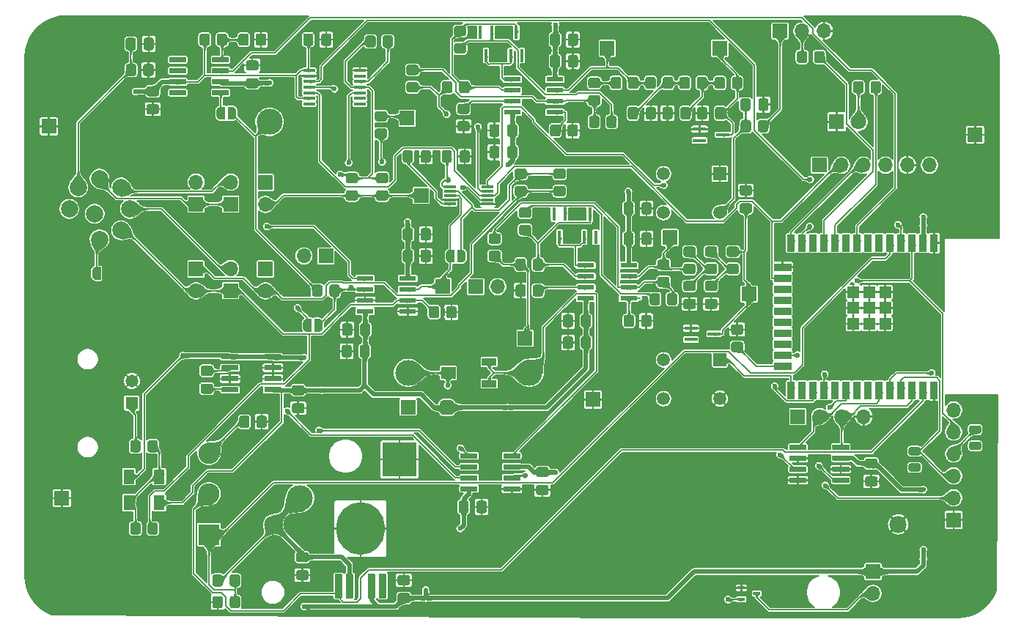
<source format=gbr>
%TF.GenerationSoftware,KiCad,Pcbnew,(5.1.10)-1*%
%TF.CreationDate,2022-06-10T17:40:00+02:00*%
%TF.ProjectId,NGL_Proto_ST,4e474c5f-5072-46f7-946f-5f53542e6b69,V1*%
%TF.SameCoordinates,Original*%
%TF.FileFunction,Copper,L1,Top*%
%TF.FilePolarity,Positive*%
%FSLAX46Y46*%
G04 Gerber Fmt 4.6, Leading zero omitted, Abs format (unit mm)*
G04 Created by KiCad (PCBNEW (5.1.10)-1) date 2022-06-10 17:40:00*
%MOMM*%
%LPD*%
G01*
G04 APERTURE LIST*
%TA.AperFunction,ComponentPad*%
%ADD10C,1.498600*%
%TD*%
%TA.AperFunction,ComponentPad*%
%ADD11R,1.498600X1.498600*%
%TD*%
%TA.AperFunction,ComponentPad*%
%ADD12C,1.478000*%
%TD*%
%TA.AperFunction,ComponentPad*%
%ADD13R,1.478000X1.478000*%
%TD*%
%TA.AperFunction,ComponentPad*%
%ADD14C,1.980000*%
%TD*%
%TA.AperFunction,ComponentPad*%
%ADD15C,2.450000*%
%TD*%
%TA.AperFunction,ComponentPad*%
%ADD16R,2.450000X2.450000*%
%TD*%
%TA.AperFunction,SMDPad,CuDef*%
%ADD17R,1.969999X0.558000*%
%TD*%
%TA.AperFunction,SMDPad,CuDef*%
%ADD18R,1.330000X1.330000*%
%TD*%
%TA.AperFunction,SMDPad,CuDef*%
%ADD19R,0.900000X2.000000*%
%TD*%
%TA.AperFunction,SMDPad,CuDef*%
%ADD20R,2.000000X0.900000*%
%TD*%
%TA.AperFunction,ComponentPad*%
%ADD21O,1.700000X1.700000*%
%TD*%
%TA.AperFunction,ComponentPad*%
%ADD22R,1.700000X1.700000*%
%TD*%
%TA.AperFunction,SMDPad,CuDef*%
%ADD23R,0.450000X1.500000*%
%TD*%
%TA.AperFunction,SMDPad,CuDef*%
%ADD24R,1.500000X0.450000*%
%TD*%
%TA.AperFunction,ComponentPad*%
%ADD25R,1.800000X1.800000*%
%TD*%
%TA.AperFunction,ComponentPad*%
%ADD26C,1.800000*%
%TD*%
%TA.AperFunction,SMDPad,CuDef*%
%ADD27R,1.300000X1.700000*%
%TD*%
%TA.AperFunction,SMDPad,CuDef*%
%ADD28C,0.100000*%
%TD*%
%TA.AperFunction,SMDPad,CuDef*%
%ADD29C,3.000000*%
%TD*%
%TA.AperFunction,SMDPad,CuDef*%
%ADD30R,4.000000X4.000000*%
%TD*%
%TA.AperFunction,SMDPad,CuDef*%
%ADD31R,1.690599X0.872800*%
%TD*%
%TA.AperFunction,SMDPad,CuDef*%
%ADD32R,1.690599X1.355400*%
%TD*%
%TA.AperFunction,ComponentPad*%
%ADD33C,2.000000*%
%TD*%
%TA.AperFunction,SMDPad,CuDef*%
%ADD34R,0.835000X0.431800*%
%TD*%
%TA.AperFunction,SMDPad,CuDef*%
%ADD35R,1.378699X0.354800*%
%TD*%
%TA.AperFunction,SMDPad,CuDef*%
%ADD36R,1.422400X0.304800*%
%TD*%
%TA.AperFunction,ViaPad*%
%ADD37C,0.600000*%
%TD*%
%TA.AperFunction,Conductor*%
%ADD38C,0.150000*%
%TD*%
%TA.AperFunction,Conductor*%
%ADD39C,0.500000*%
%TD*%
%TA.AperFunction,Conductor*%
%ADD40C,0.100000*%
%TD*%
%TA.AperFunction,Conductor*%
%ADD41C,0.025400*%
%TD*%
G04 APERTURE END LIST*
%TO.P,U5,5*%
%TO.N,Net-(U5-Pad5)*%
%TA.AperFunction,SMDPad,CuDef*%
G36*
G01*
X141903000Y-117555000D02*
X141183000Y-117555000D01*
G75*
G02*
X141093000Y-117465000I0J90000D01*
G01*
X141093000Y-114815000D01*
G75*
G02*
X141183000Y-114725000I90000J0D01*
G01*
X141903000Y-114725000D01*
G75*
G02*
X141993000Y-114815000I0J-90000D01*
G01*
X141993000Y-117465000D01*
G75*
G02*
X141903000Y-117555000I-90000J0D01*
G01*
G37*
%TD.AperFunction*%
%TO.P,U5,4*%
%TO.N,+3V3*%
%TA.AperFunction,SMDPad,CuDef*%
G36*
G01*
X140630000Y-117555000D02*
X139910000Y-117555000D01*
G75*
G02*
X139820000Y-117465000I0J90000D01*
G01*
X139820000Y-114815000D01*
G75*
G02*
X139910000Y-114725000I90000J0D01*
G01*
X140630000Y-114725000D01*
G75*
G02*
X140720000Y-114815000I0J-90000D01*
G01*
X140720000Y-117465000D01*
G75*
G02*
X140630000Y-117555000I-90000J0D01*
G01*
G37*
%TD.AperFunction*%
%TO.P,U5,2*%
%TO.N,+BATT*%
%TA.AperFunction,SMDPad,CuDef*%
G36*
G01*
X138090000Y-117555000D02*
X137370000Y-117555000D01*
G75*
G02*
X137280000Y-117465000I0J90000D01*
G01*
X137280000Y-114815000D01*
G75*
G02*
X137370000Y-114725000I90000J0D01*
G01*
X138090000Y-114725000D01*
G75*
G02*
X138180000Y-114815000I0J-90000D01*
G01*
X138180000Y-117465000D01*
G75*
G02*
X138090000Y-117555000I-90000J0D01*
G01*
G37*
%TD.AperFunction*%
%TO.P,U5,1*%
%TO.N,INH*%
%TA.AperFunction,SMDPad,CuDef*%
G36*
G01*
X136820000Y-117555000D02*
X136100000Y-117555000D01*
G75*
G02*
X136010000Y-117465000I0J90000D01*
G01*
X136010000Y-114815000D01*
G75*
G02*
X136100000Y-114725000I90000J0D01*
G01*
X136820000Y-114725000D01*
G75*
G02*
X136910000Y-114815000I0J-90000D01*
G01*
X136910000Y-117465000D01*
G75*
G02*
X136820000Y-117555000I-90000J0D01*
G01*
G37*
%TD.AperFunction*%
%TO.P,U5,3*%
%TO.N,-BATT*%
%TA.AperFunction,SMDPad,CuDef*%
G36*
G01*
X136185000Y-109725000D02*
X136185000Y-109255000D01*
G75*
G02*
X139000000Y-106440000I2815000J0D01*
G01*
X139000000Y-106440000D01*
G75*
G02*
X141815000Y-109255000I0J-2815000D01*
G01*
X141815000Y-109725000D01*
G75*
G02*
X139000000Y-112540000I-2815000J0D01*
G01*
X139000000Y-112540000D01*
G75*
G02*
X136185000Y-109725000I0J2815000D01*
G01*
G37*
%TD.AperFunction*%
%TD*%
D10*
%TO.P,SW4,3*%
%TO.N,N/C*%
X173999999Y-89999999D03*
%TO.P,SW4,4*%
X173999999Y-94500000D03*
%TO.P,SW4,2*%
%TO.N,-BATT*%
X180500001Y-94500000D03*
D11*
%TO.P,SW4,1*%
%TO.N,BOOT*%
X180500001Y-89999999D03*
%TD*%
D10*
%TO.P,SW3,3*%
%TO.N,N/C*%
X173999999Y-68499999D03*
%TO.P,SW3,4*%
X173999999Y-73000000D03*
%TO.P,SW3,2*%
%TO.N,EN*%
X180500001Y-73000000D03*
D11*
%TO.P,SW3,1*%
%TO.N,-BATT*%
X180500001Y-68499999D03*
%TD*%
D12*
%TO.P,J3,G*%
%TO.N,-BATT*%
X112580000Y-92460000D03*
D13*
%TO.P,J3,S*%
%TO.N,IN_COAX*%
X112580000Y-95000000D03*
%TD*%
D14*
%TO.P,BT1,N*%
%TO.N,-BATT*%
X201110000Y-109000000D03*
%TO.P,BT1,P*%
%TO.N,+BATT*%
X128890000Y-109000000D03*
%TD*%
D15*
%TO.P,S1,3*%
%TO.N,Net-(R18-Pad1)*%
X121500000Y-100800000D03*
%TO.P,S1,2*%
%TO.N,INH*%
X121500000Y-105500000D03*
D16*
%TO.P,S1,1*%
%TO.N,OUT_BAT*%
X121500000Y-110200000D03*
%TD*%
D17*
%TO.P,U2,8*%
%TO.N,+3V3*%
X161463800Y-57595000D03*
%TO.P,U2,7*%
%TO.N,Net-(R52S1-Pad2)*%
X161463800Y-58865000D03*
%TO.P,U2,6*%
%TO.N,Net-(R22-Pad2)*%
X161463800Y-60135000D03*
%TO.P,U2,5*%
%TO.N,Net-(R24-Pad1)*%
X161463800Y-61405000D03*
%TO.P,U2,4*%
%TO.N,-3V3*%
X156536200Y-61405000D03*
%TO.P,U2,3*%
%TO.N,Net-(R13-Pad1)*%
X156536200Y-60135000D03*
%TO.P,U2,2*%
%TO.N,Net-(D6-Pad1)*%
X156536200Y-58865000D03*
%TO.P,U2,1*%
%TO.N,Net-(D11-Pad1)*%
X156536200Y-57595000D03*
%TD*%
%TO.P,U1,8*%
%TO.N,+3V3*%
X144463800Y-80595000D03*
%TO.P,U1,7*%
%TO.N,R10_OUT*%
X144463800Y-81865000D03*
%TO.P,U1,6*%
%TO.N,CURRENT_3*%
X144463800Y-83135000D03*
%TO.P,U1,5*%
%TO.N,-BATT*%
X144463800Y-84405000D03*
%TO.P,U1,4*%
%TO.N,-3V3*%
X139536200Y-84405000D03*
%TO.P,U1,3*%
%TO.N,-BATT*%
X139536200Y-83135000D03*
%TO.P,U1,2*%
%TO.N,R2_OUT*%
X139536200Y-81865000D03*
%TO.P,U1,1*%
%TO.N,CURRENT_4*%
X139536200Y-80595000D03*
%TD*%
%TO.P,U8,8*%
%TO.N,+3V3*%
X169963800Y-79095000D03*
%TO.P,U8,7*%
%TO.N,Net-(R31-Pad2)*%
X169963800Y-80365000D03*
%TO.P,U8,6*%
%TO.N,Net-(R28-Pad2)*%
X169963800Y-81635000D03*
%TO.P,U8,5*%
%TO.N,Net-(R30-Pad1)*%
X169963800Y-82905000D03*
%TO.P,U8,4*%
%TO.N,-3V3*%
X165036200Y-82905000D03*
%TO.P,U8,3*%
%TO.N,Net-(R26-Pad1)*%
X165036200Y-81635000D03*
%TO.P,U8,2*%
%TO.N,Net-(D2-Pad1)*%
X165036200Y-80365000D03*
%TO.P,U8,1*%
%TO.N,Net-(D2-Pad2)*%
X165036200Y-79095000D03*
%TD*%
D18*
%TO.P,U4,39_9*%
%TO.N,-BATT*%
X195925000Y-85835000D03*
%TO.P,U4,39_8*%
X195925000Y-84000000D03*
%TO.P,U4,39_7*%
X195925000Y-82165000D03*
%TO.P,U4,39_6*%
X197760000Y-85835000D03*
%TO.P,U4,39_5*%
X197760000Y-84000000D03*
%TO.P,U4,39_4*%
X197760000Y-82165000D03*
%TO.P,U4,39_3*%
X199595000Y-85835000D03*
%TO.P,U4,39_2*%
X199595000Y-84000000D03*
%TO.P,U4,39_1*%
X199595000Y-82165000D03*
D19*
%TO.P,U4,38*%
X205260000Y-93500000D03*
%TO.P,U4,37*%
%TO.N,INH*%
X203990000Y-93500000D03*
%TO.P,U4,36*%
%TO.N,SDA*%
X202720000Y-93500000D03*
%TO.P,U4,35*%
%TO.N,UART_TX*%
X201450000Y-93500000D03*
%TO.P,U4,34*%
%TO.N,UART_RX*%
X200180000Y-93500000D03*
%TO.P,U4,33*%
%TO.N,SCL*%
X198910000Y-93500000D03*
%TO.P,U4,32*%
%TO.N,Net-(U4-Pad32)*%
X197640000Y-93500000D03*
%TO.P,U4,31*%
%TO.N,Net-(U4-Pad31)*%
X196370000Y-93500000D03*
%TO.P,U4,30*%
%TO.N,MOTEUR*%
X195100000Y-93500000D03*
%TO.P,U4,29*%
%TO.N,Net-(U4-Pad29)*%
X193830000Y-93500000D03*
%TO.P,U4,28*%
%TO.N,CS_R2*%
X192560000Y-93500000D03*
%TO.P,U4,27*%
%TO.N,CS_R10*%
X191290000Y-93500000D03*
%TO.P,U4,26*%
%TO.N,Net-(U4-Pad26)*%
X190020000Y-93500000D03*
%TO.P,U4,25*%
%TO.N,BOOT*%
X188750000Y-93500000D03*
D20*
%TO.P,U4,24*%
%TO.N,Net-(R21-Pad2)*%
X187750000Y-90715000D03*
%TO.P,U4,23*%
%TO.N,CS_SPARE*%
X187750000Y-89445000D03*
%TO.P,U4,22*%
%TO.N,Net-(U4-Pad22)*%
X187750000Y-88175000D03*
%TO.P,U4,21*%
%TO.N,Net-(U4-Pad21)*%
X187750000Y-86905000D03*
%TO.P,U4,20*%
%TO.N,Net-(U4-Pad20)*%
X187750000Y-85635000D03*
%TO.P,U4,19*%
%TO.N,Net-(U4-Pad19)*%
X187750000Y-84365000D03*
%TO.P,U4,18*%
%TO.N,Net-(U4-Pad18)*%
X187750000Y-83095000D03*
%TO.P,U4,17*%
%TO.N,Net-(U4-Pad17)*%
X187750000Y-81825000D03*
%TO.P,U4,16*%
%TO.N,MOSI*%
X187750000Y-80555000D03*
%TO.P,U4,15*%
%TO.N,-BATT*%
X187750000Y-79285000D03*
D19*
%TO.P,U4,14*%
%TO.N,MISO*%
X188750000Y-76500000D03*
%TO.P,U4,13*%
%TO.N,CLK*%
X190020000Y-76500000D03*
%TO.P,U4,12*%
%TO.N,Net-(U4-Pad12)*%
X191290000Y-76500000D03*
%TO.P,U4,11*%
%TO.N,Net-(R20-Pad2)*%
X192560000Y-76500000D03*
%TO.P,U4,10*%
%TO.N,Net-(R15-Pad1)*%
X193830000Y-76500000D03*
%TO.P,U4,9*%
%TO.N,Net-(U4-Pad9)*%
X195100000Y-76500000D03*
%TO.P,U4,8*%
%TO.N,CLOCK_GEN*%
X196370000Y-76500000D03*
%TO.P,U4,7*%
%TO.N,Net-(U4-Pad7)*%
X197640000Y-76500000D03*
%TO.P,U4,6*%
%TO.N,Net-(U4-Pad6)*%
X198910000Y-76500000D03*
%TO.P,U4,5*%
%TO.N,OUT_BAT*%
X200180000Y-76500000D03*
%TO.P,U4,4*%
%TO.N,OUT_NTC*%
X201450000Y-76500000D03*
%TO.P,U4,3*%
%TO.N,EN*%
X202720000Y-76500000D03*
%TO.P,U4,2*%
%TO.N,+3V3*%
X203990000Y-76500000D03*
%TO.P,U4,1*%
%TO.N,-BATT*%
X205260000Y-76500000D03*
%TD*%
D21*
%TO.P,J5,4*%
%TO.N,-BATT*%
X197120000Y-96550000D03*
%TO.P,J5,3*%
%TO.N,SDA*%
X194580000Y-96550000D03*
%TO.P,J5,2*%
%TO.N,SCL*%
X192040000Y-96550000D03*
D22*
%TO.P,J5,1*%
%TO.N,+3V3*%
X189500000Y-96550000D03*
%TD*%
D23*
%TO.P,D3,2*%
%TO.N,Net-(D3-Pad2)*%
X162650000Y-73170000D03*
%TO.P,D3,3*%
%TO.N,N/C*%
X161350000Y-73170000D03*
%TO.P,D3,1*%
%TO.N,Net-(D2-Pad2)*%
X162000000Y-75830000D03*
%TD*%
D24*
%TO.P,D4,2*%
%TO.N,-BATT*%
X178170000Y-63350000D03*
%TO.P,D4,3*%
%TO.N,N/C*%
X178170000Y-64650000D03*
%TO.P,D4,1*%
%TO.N,OUT_SENS*%
X180830000Y-64000000D03*
%TD*%
D23*
%TO.P,D6,2*%
%TO.N,Net-(D11-Pad1)*%
X156350000Y-54830000D03*
%TO.P,D6,3*%
%TO.N,N/C*%
X157650000Y-54830000D03*
%TO.P,D6,1*%
%TO.N,Net-(D6-Pad1)*%
X157000000Y-52170000D03*
%TD*%
%TO.P,D11,2*%
%TO.N,Net-(D11-Pad2)*%
X154150000Y-52170000D03*
%TO.P,D11,3*%
%TO.N,N/C*%
X152850000Y-52170000D03*
%TO.P,D11,1*%
%TO.N,Net-(D11-Pad1)*%
X153500000Y-54830000D03*
%TD*%
%TO.P,D2,2*%
%TO.N,Net-(D2-Pad2)*%
X164850000Y-75830000D03*
%TO.P,D2,3*%
%TO.N,N/C*%
X166150000Y-75830000D03*
%TO.P,D2,1*%
%TO.N,Net-(D2-Pad1)*%
X165500000Y-73170000D03*
%TD*%
D24*
%TO.P,D5,2*%
%TO.N,-BATT*%
X177170000Y-86350000D03*
%TO.P,D5,3*%
%TO.N,N/C*%
X177170000Y-87650000D03*
%TO.P,D5,1*%
%TO.N,OUT_DIFF*%
X179830000Y-87000000D03*
%TD*%
D25*
%TO.P,D10,1*%
%TO.N,-BATT*%
X194000000Y-62500000D03*
D26*
%TO.P,D10,2*%
%TO.N,Net-(D10-Pad2)*%
X196540000Y-62500000D03*
%TD*%
%TO.P,R18,2*%
%TO.N,Net-(J2-Pad3)*%
%TA.AperFunction,SMDPad,CuDef*%
G36*
G01*
X209543750Y-99450000D02*
X210456250Y-99450000D01*
G75*
G02*
X210700000Y-99693750I0J-243750D01*
G01*
X210700000Y-100181250D01*
G75*
G02*
X210456250Y-100425000I-243750J0D01*
G01*
X209543750Y-100425000D01*
G75*
G02*
X209300000Y-100181250I0J243750D01*
G01*
X209300000Y-99693750D01*
G75*
G02*
X209543750Y-99450000I243750J0D01*
G01*
G37*
%TD.AperFunction*%
%TO.P,R18,1*%
%TO.N,UART_RX*%
%TA.AperFunction,SMDPad,CuDef*%
G36*
G01*
X209543750Y-97575000D02*
X210456250Y-97575000D01*
G75*
G02*
X210700000Y-97818750I0J-243750D01*
G01*
X210700000Y-98306250D01*
G75*
G02*
X210456250Y-98550000I-243750J0D01*
G01*
X209543750Y-98550000D01*
G75*
G02*
X209300000Y-98306250I0J243750D01*
G01*
X209300000Y-97818750D01*
G75*
G02*
X209543750Y-97575000I243750J0D01*
G01*
G37*
%TD.AperFunction*%
%TD*%
%TO.P,R19,1*%
%TO.N,UART_TX*%
%TA.AperFunction,SMDPad,CuDef*%
G36*
G01*
X202543750Y-100075000D02*
X203456250Y-100075000D01*
G75*
G02*
X203700000Y-100318750I0J-243750D01*
G01*
X203700000Y-100806250D01*
G75*
G02*
X203456250Y-101050000I-243750J0D01*
G01*
X202543750Y-101050000D01*
G75*
G02*
X202300000Y-100806250I0J243750D01*
G01*
X202300000Y-100318750D01*
G75*
G02*
X202543750Y-100075000I243750J0D01*
G01*
G37*
%TD.AperFunction*%
%TO.P,R19,2*%
%TO.N,Net-(J2-Pad2)*%
%TA.AperFunction,SMDPad,CuDef*%
G36*
G01*
X202543750Y-101950000D02*
X203456250Y-101950000D01*
G75*
G02*
X203700000Y-102193750I0J-243750D01*
G01*
X203700000Y-102681250D01*
G75*
G02*
X203456250Y-102925000I-243750J0D01*
G01*
X202543750Y-102925000D01*
G75*
G02*
X202300000Y-102681250I0J243750D01*
G01*
X202300000Y-102193750D01*
G75*
G02*
X202543750Y-101950000I243750J0D01*
G01*
G37*
%TD.AperFunction*%
%TD*%
D27*
%TO.P,D1,1*%
%TO.N,+3V3*%
X112250000Y-103500000D03*
%TO.P,D1,2*%
%TO.N,Net-(D1-Pad2)*%
X115750000Y-103500000D03*
%TD*%
%TO.P,D7,1*%
%TO.N,Net-(D1-Pad2)*%
X112250000Y-106500000D03*
%TO.P,D7,2*%
%TO.N,-3V3*%
X115750000Y-106500000D03*
%TD*%
D22*
%TO.P,J4,1*%
%TO.N,CS_SPARE*%
X192000000Y-67500000D03*
D21*
%TO.P,J4,2*%
%TO.N,MOSI*%
X194540000Y-67500000D03*
%TO.P,J4,3*%
%TO.N,MISO*%
X197080000Y-67500000D03*
%TO.P,J4,4*%
%TO.N,CLK*%
X199620000Y-67500000D03*
%TO.P,J4,5*%
%TO.N,-BATT*%
X202160000Y-67500000D03*
%TO.P,J4,6*%
%TO.N,+3V3*%
X204700000Y-67500000D03*
%TD*%
D22*
%TO.P,J6,1*%
%TO.N,+3V3*%
X187460000Y-52000000D03*
D21*
%TO.P,J6,2*%
%TO.N,NEO*%
X190000000Y-52000000D03*
%TO.P,J6,3*%
%TO.N,-BATT*%
X192540000Y-52000000D03*
%TD*%
%TO.P,JP1,2*%
%TO.N,DIFF+*%
X124000000Y-79460000D03*
D22*
%TO.P,JP1,1*%
%TO.N,CURRENT_3*%
X124000000Y-82000000D03*
%TD*%
%TO.P,JP2,1*%
%TO.N,CURRENT_4*%
X124000000Y-72000000D03*
D21*
%TO.P,JP2,2*%
%TO.N,DIFF-*%
X124000000Y-69460000D03*
%TD*%
D22*
%TO.P,JP3,1*%
%TO.N,Net-(JP3-Pad1)*%
X152300000Y-81550000D03*
D21*
%TO.P,JP3,2*%
%TO.N,Net-(JP3-Pad2)*%
X154840000Y-81550000D03*
%TD*%
D22*
%TO.P,JP4,1*%
%TO.N,DIFF-*%
X128000000Y-69500000D03*
D21*
%TO.P,JP4,2*%
%TO.N,/R2*%
X128000000Y-72040000D03*
%TD*%
%TO.P,JP8,2*%
%TO.N,CURRENT_3*%
X120000000Y-82040000D03*
D22*
%TO.P,JP8,1*%
%TO.N,Net-(JP8-Pad1)*%
X120000000Y-79500000D03*
%TD*%
%TO.P,JP9,1*%
%TO.N,DIFF+*%
X128000000Y-79500000D03*
D21*
%TO.P,JP9,2*%
%TO.N,Net-(JP8-Pad1)*%
X128000000Y-82040000D03*
%TD*%
%TO.P,JP10,2*%
%TO.N,/R2*%
X120000000Y-69460000D03*
D22*
%TO.P,JP10,1*%
%TO.N,CURRENT_4*%
X120000000Y-72000000D03*
%TD*%
D21*
%TO.P,JP11,2*%
%TO.N,Net-(JP11-Pad2)*%
X132460000Y-78000000D03*
D22*
%TO.P,JP11,1*%
%TO.N,Net-(JP11-Pad1)*%
X135000000Y-78000000D03*
%TD*%
%TO.P,TP2,1*%
%TO.N,OUT_SENS*%
X180500000Y-54000000D03*
%TD*%
%TO.P,TP7,1*%
%TO.N,+3V3*%
X144500000Y-95450000D03*
%TD*%
%TO.P,TP8,1*%
%TO.N,-3V3*%
%TA.AperFunction,ComponentPad*%
G36*
G01*
X148150000Y-95925000D02*
X148150000Y-95075000D01*
G75*
G02*
X148575000Y-94650000I425000J0D01*
G01*
X149425000Y-94650000D01*
G75*
G02*
X149850000Y-95075000I0J-425000D01*
G01*
X149850000Y-95925000D01*
G75*
G02*
X149425000Y-96350000I-425000J0D01*
G01*
X148575000Y-96350000D01*
G75*
G02*
X148150000Y-95925000I0J425000D01*
G01*
G37*
%TD.AperFunction*%
%TD*%
%TA.AperFunction,SMDPad,CuDef*%
D28*
%TO.P,SB1,1*%
%TO.N,Net-(R4-Pad2)*%
G36*
X123650000Y-60750000D02*
G01*
X124150000Y-60750000D01*
X124150000Y-60750602D01*
X124174534Y-60750602D01*
X124223365Y-60755412D01*
X124271490Y-60764984D01*
X124318445Y-60779228D01*
X124363778Y-60798005D01*
X124407051Y-60821136D01*
X124447850Y-60848396D01*
X124485779Y-60879524D01*
X124520476Y-60914221D01*
X124551604Y-60952150D01*
X124578864Y-60992949D01*
X124601995Y-61036222D01*
X124620772Y-61081555D01*
X124635016Y-61128510D01*
X124644588Y-61176635D01*
X124649398Y-61225466D01*
X124649398Y-61250000D01*
X124650000Y-61250000D01*
X124650000Y-61750000D01*
X124649398Y-61750000D01*
X124649398Y-61774534D01*
X124644588Y-61823365D01*
X124635016Y-61871490D01*
X124620772Y-61918445D01*
X124601995Y-61963778D01*
X124578864Y-62007051D01*
X124551604Y-62047850D01*
X124520476Y-62085779D01*
X124485779Y-62120476D01*
X124447850Y-62151604D01*
X124407051Y-62178864D01*
X124363778Y-62201995D01*
X124318445Y-62220772D01*
X124271490Y-62235016D01*
X124223365Y-62244588D01*
X124174534Y-62249398D01*
X124150000Y-62249398D01*
X124150000Y-62250000D01*
X123650000Y-62250000D01*
X123650000Y-60750000D01*
G37*
%TD.AperFunction*%
%TA.AperFunction,SMDPad,CuDef*%
%TO.P,SB1,2*%
%TO.N,Net-(SB1-Pad2)*%
G36*
X122850000Y-62249398D02*
G01*
X122825466Y-62249398D01*
X122776635Y-62244588D01*
X122728510Y-62235016D01*
X122681555Y-62220772D01*
X122636222Y-62201995D01*
X122592949Y-62178864D01*
X122552150Y-62151604D01*
X122514221Y-62120476D01*
X122479524Y-62085779D01*
X122448396Y-62047850D01*
X122421136Y-62007051D01*
X122398005Y-61963778D01*
X122379228Y-61918445D01*
X122364984Y-61871490D01*
X122355412Y-61823365D01*
X122350602Y-61774534D01*
X122350602Y-61750000D01*
X122350000Y-61750000D01*
X122350000Y-61250000D01*
X122350602Y-61250000D01*
X122350602Y-61225466D01*
X122355412Y-61176635D01*
X122364984Y-61128510D01*
X122379228Y-61081555D01*
X122398005Y-61036222D01*
X122421136Y-60992949D01*
X122448396Y-60952150D01*
X122479524Y-60914221D01*
X122514221Y-60879524D01*
X122552150Y-60848396D01*
X122592949Y-60821136D01*
X122636222Y-60798005D01*
X122681555Y-60779228D01*
X122728510Y-60764984D01*
X122776635Y-60755412D01*
X122825466Y-60750602D01*
X122850000Y-60750602D01*
X122850000Y-60750000D01*
X123350000Y-60750000D01*
X123350000Y-62250000D01*
X122850000Y-62250000D01*
X122850000Y-62249398D01*
G37*
%TD.AperFunction*%
%TD*%
D29*
%TO.P,TPP2,1*%
%TO.N,+BATT*%
X132000000Y-106000000D03*
%TD*%
D30*
%TO.P,TPP4,1*%
%TO.N,-BATT*%
X143500000Y-101500000D03*
%TD*%
D31*
%TO.P,POT1,1*%
%TO.N,Net-(POT1-Pad1)*%
X153849500Y-92750000D03*
%TO.P,POT1,2*%
X153849500Y-90250000D03*
D32*
%TO.P,POT1,3*%
%TO.N,Net-(POT1-Pad3)*%
X149150500Y-91500000D03*
%TD*%
%TA.AperFunction,SMDPad,CuDef*%
D28*
%TO.P,SB2,1*%
%TO.N,Net-(J1-Pad7)*%
G36*
X109000000Y-80750000D02*
G01*
X108500000Y-80750000D01*
X108500000Y-80749398D01*
X108475466Y-80749398D01*
X108426635Y-80744588D01*
X108378510Y-80735016D01*
X108331555Y-80720772D01*
X108286222Y-80701995D01*
X108242949Y-80678864D01*
X108202150Y-80651604D01*
X108164221Y-80620476D01*
X108129524Y-80585779D01*
X108098396Y-80547850D01*
X108071136Y-80507051D01*
X108048005Y-80463778D01*
X108029228Y-80418445D01*
X108014984Y-80371490D01*
X108005412Y-80323365D01*
X108000602Y-80274534D01*
X108000602Y-80250000D01*
X108000000Y-80250000D01*
X108000000Y-79750000D01*
X108000602Y-79750000D01*
X108000602Y-79725466D01*
X108005412Y-79676635D01*
X108014984Y-79628510D01*
X108029228Y-79581555D01*
X108048005Y-79536222D01*
X108071136Y-79492949D01*
X108098396Y-79452150D01*
X108129524Y-79414221D01*
X108164221Y-79379524D01*
X108202150Y-79348396D01*
X108242949Y-79321136D01*
X108286222Y-79298005D01*
X108331555Y-79279228D01*
X108378510Y-79264984D01*
X108426635Y-79255412D01*
X108475466Y-79250602D01*
X108500000Y-79250602D01*
X108500000Y-79250000D01*
X109000000Y-79250000D01*
X109000000Y-80750000D01*
G37*
%TD.AperFunction*%
%TA.AperFunction,SMDPad,CuDef*%
%TO.P,SB2,2*%
%TO.N,-BATT*%
G36*
X109800000Y-79250602D02*
G01*
X109824534Y-79250602D01*
X109873365Y-79255412D01*
X109921490Y-79264984D01*
X109968445Y-79279228D01*
X110013778Y-79298005D01*
X110057051Y-79321136D01*
X110097850Y-79348396D01*
X110135779Y-79379524D01*
X110170476Y-79414221D01*
X110201604Y-79452150D01*
X110228864Y-79492949D01*
X110251995Y-79536222D01*
X110270772Y-79581555D01*
X110285016Y-79628510D01*
X110294588Y-79676635D01*
X110299398Y-79725466D01*
X110299398Y-79750000D01*
X110300000Y-79750000D01*
X110300000Y-80250000D01*
X110299398Y-80250000D01*
X110299398Y-80274534D01*
X110294588Y-80323365D01*
X110285016Y-80371490D01*
X110270772Y-80418445D01*
X110251995Y-80463778D01*
X110228864Y-80507051D01*
X110201604Y-80547850D01*
X110170476Y-80585779D01*
X110135779Y-80620476D01*
X110097850Y-80651604D01*
X110057051Y-80678864D01*
X110013778Y-80701995D01*
X109968445Y-80720772D01*
X109921490Y-80735016D01*
X109873365Y-80744588D01*
X109824534Y-80749398D01*
X109800000Y-80749398D01*
X109800000Y-80750000D01*
X109300000Y-80750000D01*
X109300000Y-79250000D01*
X109800000Y-79250000D01*
X109800000Y-79250602D01*
G37*
%TD.AperFunction*%
%TD*%
D22*
%TO.P,TP4,1*%
%TO.N,OUT_DIFF*%
X183900000Y-82400000D03*
%TD*%
%TO.P,U7,1*%
%TO.N,Net-(POT1-Pad3)*%
%TA.AperFunction,SMDPad,CuDef*%
G36*
G01*
X150540000Y-101348700D02*
X150540000Y-100841300D01*
G75*
G02*
X150581300Y-100800000I41300J0D01*
G01*
X152468700Y-100800000D01*
G75*
G02*
X152510000Y-100841300I0J-41300D01*
G01*
X152510000Y-101348700D01*
G75*
G02*
X152468700Y-101390000I-41300J0D01*
G01*
X150581300Y-101390000D01*
G75*
G02*
X150540000Y-101348700I0J41300D01*
G01*
G37*
%TD.AperFunction*%
%TO.P,U7,2*%
%TO.N,DIFF-*%
%TA.AperFunction,SMDPad,CuDef*%
G36*
G01*
X150540000Y-102618700D02*
X150540000Y-102111300D01*
G75*
G02*
X150581300Y-102070000I41300J0D01*
G01*
X152468700Y-102070000D01*
G75*
G02*
X152510000Y-102111300I0J-41300D01*
G01*
X152510000Y-102618700D01*
G75*
G02*
X152468700Y-102660000I-41300J0D01*
G01*
X150581300Y-102660000D01*
G75*
G02*
X150540000Y-102618700I0J41300D01*
G01*
G37*
%TD.AperFunction*%
%TO.P,U7,3*%
%TO.N,DIFF+*%
%TA.AperFunction,SMDPad,CuDef*%
G36*
G01*
X150540000Y-103888700D02*
X150540000Y-103381300D01*
G75*
G02*
X150581300Y-103340000I41300J0D01*
G01*
X152468700Y-103340000D01*
G75*
G02*
X152510000Y-103381300I0J-41300D01*
G01*
X152510000Y-103888700D01*
G75*
G02*
X152468700Y-103930000I-41300J0D01*
G01*
X150581300Y-103930000D01*
G75*
G02*
X150540000Y-103888700I0J41300D01*
G01*
G37*
%TD.AperFunction*%
%TO.P,U7,4*%
%TO.N,-3V3*%
%TA.AperFunction,SMDPad,CuDef*%
G36*
G01*
X150540000Y-105158700D02*
X150540000Y-104651300D01*
G75*
G02*
X150581300Y-104610000I41300J0D01*
G01*
X152468700Y-104610000D01*
G75*
G02*
X152510000Y-104651300I0J-41300D01*
G01*
X152510000Y-105158700D01*
G75*
G02*
X152468700Y-105200000I-41300J0D01*
G01*
X150581300Y-105200000D01*
G75*
G02*
X150540000Y-105158700I0J41300D01*
G01*
G37*
%TD.AperFunction*%
%TO.P,U7,5*%
%TO.N,-BATT*%
%TA.AperFunction,SMDPad,CuDef*%
G36*
G01*
X155490000Y-105158700D02*
X155490000Y-104651300D01*
G75*
G02*
X155531300Y-104610000I41300J0D01*
G01*
X157418700Y-104610000D01*
G75*
G02*
X157460000Y-104651300I0J-41300D01*
G01*
X157460000Y-105158700D01*
G75*
G02*
X157418700Y-105200000I-41300J0D01*
G01*
X155531300Y-105200000D01*
G75*
G02*
X155490000Y-105158700I0J41300D01*
G01*
G37*
%TD.AperFunction*%
%TO.P,U7,6*%
%TO.N,/Ampli Diff/620*%
%TA.AperFunction,SMDPad,CuDef*%
G36*
G01*
X155490000Y-103888700D02*
X155490000Y-103381300D01*
G75*
G02*
X155531300Y-103340000I41300J0D01*
G01*
X157418700Y-103340000D01*
G75*
G02*
X157460000Y-103381300I0J-41300D01*
G01*
X157460000Y-103888700D01*
G75*
G02*
X157418700Y-103930000I-41300J0D01*
G01*
X155531300Y-103930000D01*
G75*
G02*
X155490000Y-103888700I0J41300D01*
G01*
G37*
%TD.AperFunction*%
%TO.P,U7,7*%
%TO.N,+3V3*%
%TA.AperFunction,SMDPad,CuDef*%
G36*
G01*
X155490000Y-102618700D02*
X155490000Y-102111300D01*
G75*
G02*
X155531300Y-102070000I41300J0D01*
G01*
X157418700Y-102070000D01*
G75*
G02*
X157460000Y-102111300I0J-41300D01*
G01*
X157460000Y-102618700D01*
G75*
G02*
X157418700Y-102660000I-41300J0D01*
G01*
X155531300Y-102660000D01*
G75*
G02*
X155490000Y-102618700I0J41300D01*
G01*
G37*
%TD.AperFunction*%
%TO.P,U7,8*%
%TO.N,Net-(POT1-Pad1)*%
%TA.AperFunction,SMDPad,CuDef*%
G36*
G01*
X155490000Y-101348700D02*
X155490000Y-100841300D01*
G75*
G02*
X155531300Y-100800000I41300J0D01*
G01*
X157418700Y-100800000D01*
G75*
G02*
X157460000Y-100841300I0J-41300D01*
G01*
X157460000Y-101348700D01*
G75*
G02*
X157418700Y-101390000I-41300J0D01*
G01*
X155531300Y-101390000D01*
G75*
G02*
X155490000Y-101348700I0J41300D01*
G01*
G37*
%TD.AperFunction*%
%TD*%
%TO.P,U9,1*%
%TO.N,OUT_SENS*%
%TA.AperFunction,SMDPad,CuDef*%
G36*
G01*
X195460000Y-103651300D02*
X195460000Y-104158700D01*
G75*
G02*
X195418700Y-104200000I-41300J0D01*
G01*
X193531300Y-104200000D01*
G75*
G02*
X193490000Y-104158700I0J41300D01*
G01*
X193490000Y-103651300D01*
G75*
G02*
X193531300Y-103610000I41300J0D01*
G01*
X195418700Y-103610000D01*
G75*
G02*
X195460000Y-103651300I0J-41300D01*
G01*
G37*
%TD.AperFunction*%
%TO.P,U9,2*%
%TO.N,-BATT*%
%TA.AperFunction,SMDPad,CuDef*%
G36*
G01*
X195460000Y-102381300D02*
X195460000Y-102888700D01*
G75*
G02*
X195418700Y-102930000I-41300J0D01*
G01*
X193531300Y-102930000D01*
G75*
G02*
X193490000Y-102888700I0J41300D01*
G01*
X193490000Y-102381300D01*
G75*
G02*
X193531300Y-102340000I41300J0D01*
G01*
X195418700Y-102340000D01*
G75*
G02*
X195460000Y-102381300I0J-41300D01*
G01*
G37*
%TD.AperFunction*%
%TO.P,U9,3*%
%TO.N,+3V3*%
%TA.AperFunction,SMDPad,CuDef*%
G36*
G01*
X195460000Y-101111300D02*
X195460000Y-101618700D01*
G75*
G02*
X195418700Y-101660000I-41300J0D01*
G01*
X193531300Y-101660000D01*
G75*
G02*
X193490000Y-101618700I0J41300D01*
G01*
X193490000Y-101111300D01*
G75*
G02*
X193531300Y-101070000I41300J0D01*
G01*
X195418700Y-101070000D01*
G75*
G02*
X195460000Y-101111300I0J-41300D01*
G01*
G37*
%TD.AperFunction*%
%TO.P,U9,4*%
%TO.N,SDA*%
%TA.AperFunction,SMDPad,CuDef*%
G36*
G01*
X195460000Y-99841300D02*
X195460000Y-100348700D01*
G75*
G02*
X195418700Y-100390000I-41300J0D01*
G01*
X193531300Y-100390000D01*
G75*
G02*
X193490000Y-100348700I0J41300D01*
G01*
X193490000Y-99841300D01*
G75*
G02*
X193531300Y-99800000I41300J0D01*
G01*
X195418700Y-99800000D01*
G75*
G02*
X195460000Y-99841300I0J-41300D01*
G01*
G37*
%TD.AperFunction*%
%TO.P,U9,5*%
%TO.N,SCL*%
%TA.AperFunction,SMDPad,CuDef*%
G36*
G01*
X190510000Y-99841300D02*
X190510000Y-100348700D01*
G75*
G02*
X190468700Y-100390000I-41300J0D01*
G01*
X188581300Y-100390000D01*
G75*
G02*
X188540000Y-100348700I0J41300D01*
G01*
X188540000Y-99841300D01*
G75*
G02*
X188581300Y-99800000I41300J0D01*
G01*
X190468700Y-99800000D01*
G75*
G02*
X190510000Y-99841300I0J-41300D01*
G01*
G37*
%TD.AperFunction*%
%TO.P,U9,6*%
%TO.N,-BATT*%
%TA.AperFunction,SMDPad,CuDef*%
G36*
G01*
X190510000Y-101111300D02*
X190510000Y-101618700D01*
G75*
G02*
X190468700Y-101660000I-41300J0D01*
G01*
X188581300Y-101660000D01*
G75*
G02*
X188540000Y-101618700I0J41300D01*
G01*
X188540000Y-101111300D01*
G75*
G02*
X188581300Y-101070000I41300J0D01*
G01*
X190468700Y-101070000D01*
G75*
G02*
X190510000Y-101111300I0J-41300D01*
G01*
G37*
%TD.AperFunction*%
%TO.P,U9,7*%
%TO.N,OUT_DIFF*%
%TA.AperFunction,SMDPad,CuDef*%
G36*
G01*
X190510000Y-102381300D02*
X190510000Y-102888700D01*
G75*
G02*
X190468700Y-102930000I-41300J0D01*
G01*
X188581300Y-102930000D01*
G75*
G02*
X188540000Y-102888700I0J41300D01*
G01*
X188540000Y-102381300D01*
G75*
G02*
X188581300Y-102340000I41300J0D01*
G01*
X190468700Y-102340000D01*
G75*
G02*
X190510000Y-102381300I0J-41300D01*
G01*
G37*
%TD.AperFunction*%
%TO.P,U9,8*%
%TO.N,-BATT*%
%TA.AperFunction,SMDPad,CuDef*%
G36*
G01*
X190510000Y-103651300D02*
X190510000Y-104158700D01*
G75*
G02*
X190468700Y-104200000I-41300J0D01*
G01*
X188581300Y-104200000D01*
G75*
G02*
X188540000Y-104158700I0J41300D01*
G01*
X188540000Y-103651300D01*
G75*
G02*
X188581300Y-103610000I41300J0D01*
G01*
X190468700Y-103610000D01*
G75*
G02*
X190510000Y-103651300I0J-41300D01*
G01*
G37*
%TD.AperFunction*%
%TD*%
%TO.P,U3,1*%
%TO.N,Net-(SB1-Pad2)*%
%TA.AperFunction,SMDPad,CuDef*%
G36*
G01*
X123815000Y-58876300D02*
X123815000Y-59383700D01*
G75*
G02*
X123773700Y-59425000I-41300J0D01*
G01*
X121886300Y-59425000D01*
G75*
G02*
X121845000Y-59383700I0J41300D01*
G01*
X121845000Y-58876300D01*
G75*
G02*
X121886300Y-58835000I41300J0D01*
G01*
X123773700Y-58835000D01*
G75*
G02*
X123815000Y-58876300I0J-41300D01*
G01*
G37*
%TD.AperFunction*%
%TO.P,U3,2*%
%TO.N,-3V3*%
%TA.AperFunction,SMDPad,CuDef*%
G36*
G01*
X123815000Y-57606300D02*
X123815000Y-58113700D01*
G75*
G02*
X123773700Y-58155000I-41300J0D01*
G01*
X121886300Y-58155000D01*
G75*
G02*
X121845000Y-58113700I0J41300D01*
G01*
X121845000Y-57606300D01*
G75*
G02*
X121886300Y-57565000I41300J0D01*
G01*
X123773700Y-57565000D01*
G75*
G02*
X123815000Y-57606300I0J-41300D01*
G01*
G37*
%TD.AperFunction*%
%TO.P,U3,3*%
%TO.N,CLOCK_GEN*%
%TA.AperFunction,SMDPad,CuDef*%
G36*
G01*
X123815000Y-56336300D02*
X123815000Y-56843700D01*
G75*
G02*
X123773700Y-56885000I-41300J0D01*
G01*
X121886300Y-56885000D01*
G75*
G02*
X121845000Y-56843700I0J41300D01*
G01*
X121845000Y-56336300D01*
G75*
G02*
X121886300Y-56295000I41300J0D01*
G01*
X123773700Y-56295000D01*
G75*
G02*
X123815000Y-56336300I0J-41300D01*
G01*
G37*
%TD.AperFunction*%
%TO.P,U3,4*%
%TO.N,Net-(R34-Pad1)*%
%TA.AperFunction,SMDPad,CuDef*%
G36*
G01*
X123815000Y-55066300D02*
X123815000Y-55573700D01*
G75*
G02*
X123773700Y-55615000I-41300J0D01*
G01*
X121886300Y-55615000D01*
G75*
G02*
X121845000Y-55573700I0J41300D01*
G01*
X121845000Y-55066300D01*
G75*
G02*
X121886300Y-55025000I41300J0D01*
G01*
X123773700Y-55025000D01*
G75*
G02*
X123815000Y-55066300I0J-41300D01*
G01*
G37*
%TD.AperFunction*%
%TO.P,U3,5*%
%TO.N,Net-(U3-Pad5)*%
%TA.AperFunction,SMDPad,CuDef*%
G36*
G01*
X118865000Y-55066300D02*
X118865000Y-55573700D01*
G75*
G02*
X118823700Y-55615000I-41300J0D01*
G01*
X116936300Y-55615000D01*
G75*
G02*
X116895000Y-55573700I0J41300D01*
G01*
X116895000Y-55066300D01*
G75*
G02*
X116936300Y-55025000I41300J0D01*
G01*
X118823700Y-55025000D01*
G75*
G02*
X118865000Y-55066300I0J-41300D01*
G01*
G37*
%TD.AperFunction*%
%TO.P,U3,6*%
%TO.N,Net-(U3-Pad6)*%
%TA.AperFunction,SMDPad,CuDef*%
G36*
G01*
X118865000Y-56336300D02*
X118865000Y-56843700D01*
G75*
G02*
X118823700Y-56885000I-41300J0D01*
G01*
X116936300Y-56885000D01*
G75*
G02*
X116895000Y-56843700I0J41300D01*
G01*
X116895000Y-56336300D01*
G75*
G02*
X116936300Y-56295000I41300J0D01*
G01*
X118823700Y-56295000D01*
G75*
G02*
X118865000Y-56336300I0J-41300D01*
G01*
G37*
%TD.AperFunction*%
%TO.P,U3,7*%
%TO.N,+3V3*%
%TA.AperFunction,SMDPad,CuDef*%
G36*
G01*
X118865000Y-57606300D02*
X118865000Y-58113700D01*
G75*
G02*
X118823700Y-58155000I-41300J0D01*
G01*
X116936300Y-58155000D01*
G75*
G02*
X116895000Y-58113700I0J41300D01*
G01*
X116895000Y-57606300D01*
G75*
G02*
X116936300Y-57565000I41300J0D01*
G01*
X118823700Y-57565000D01*
G75*
G02*
X118865000Y-57606300I0J-41300D01*
G01*
G37*
%TD.AperFunction*%
%TO.P,U3,8*%
%TO.N,Net-(U3-Pad8)*%
%TA.AperFunction,SMDPad,CuDef*%
G36*
G01*
X118865000Y-58876300D02*
X118865000Y-59383700D01*
G75*
G02*
X118823700Y-59425000I-41300J0D01*
G01*
X116936300Y-59425000D01*
G75*
G02*
X116895000Y-59383700I0J41300D01*
G01*
X116895000Y-58876300D01*
G75*
G02*
X116936300Y-58835000I41300J0D01*
G01*
X118823700Y-58835000D01*
G75*
G02*
X118865000Y-58876300I0J-41300D01*
G01*
G37*
%TD.AperFunction*%
%TD*%
%TO.P,TP1,1*%
%TO.N,/R2*%
X146000000Y-71000000D03*
%TD*%
%TO.P,TP3,1*%
%TO.N,R10_OUT*%
X148500000Y-81500000D03*
%TD*%
%TO.P,TP5,1*%
%TO.N,Net-(R52S1-Pad2)*%
X167500000Y-54000000D03*
%TD*%
%TO.P,TP11,1*%
%TO.N,/Ampli Diff/620*%
X158000000Y-87500000D03*
%TD*%
%TO.P,TP12,1*%
%TO.N,Net-(R31-Pad2)*%
X174750000Y-75850000D03*
%TD*%
D29*
%TO.P,TP6,1*%
%TO.N,Net-(R4-Pad2)*%
X128500000Y-62500000D03*
%TD*%
%TO.P,TPP6,1*%
%TO.N,Net-(POT1-Pad1)*%
X158500000Y-91500000D03*
%TD*%
%TO.P,TPP10,1*%
%TO.N,Net-(POT1-Pad3)*%
X144500000Y-91500000D03*
%TD*%
D33*
%TO.P,J1,3*%
%TO.N,CURRENT_3*%
X111334874Y-75034874D03*
%TO.P,J1,7*%
%TO.N,Net-(J1-Pad7)*%
X108860000Y-76060000D03*
%TO.P,J1,8*%
%TO.N,+3V3*%
X108294315Y-73125685D03*
%TO.P,J1,6*%
%TO.N,N/C*%
X105360000Y-72560000D03*
%TO.P,J1,1*%
%TO.N,OUT_NTC*%
X106385126Y-70085126D03*
%TO.P,J1,4*%
%TO.N,CURRENT_4*%
X108860000Y-69060000D03*
%TO.P,J1,2*%
%TO.N,DIFF-*%
X111334874Y-70085126D03*
%TO.P,J1,5*%
%TO.N,DIFF+*%
X112360000Y-72560000D03*
%TD*%
D22*
%TO.P,M1,1*%
%TO.N,+3V3*%
X198190000Y-114460000D03*
D21*
%TO.P,M1,2*%
%TO.N,Net-(M1-Pad2)*%
X198190000Y-117000000D03*
%TD*%
D34*
%TO.P,T1,1*%
%TO.N,-BATT*%
X182992600Y-116350001D03*
%TO.P,T1,2*%
%TO.N,MOTEUR*%
X182992600Y-117649999D03*
%TO.P,T1,3*%
%TO.N,Net-(M1-Pad2)*%
X184767400Y-117000000D03*
%TD*%
D35*
%TO.P,U10,1*%
%TO.N,+3V3*%
X133062752Y-56549999D03*
%TO.P,U10,2*%
%TO.N,-BATT*%
X133062752Y-57200000D03*
%TO.P,U10,3*%
%TO.N,CS_R2*%
X133062752Y-57850001D03*
%TO.P,U10,4*%
%TO.N,CLK*%
X133062752Y-58500000D03*
%TO.P,U10,5*%
%TO.N,MOSI*%
X133062752Y-59149999D03*
%TO.P,U10,6*%
%TO.N,+3V3*%
X133062752Y-59800000D03*
%TO.P,U10,7*%
%TO.N,Net-(U10-Pad7)*%
X133062752Y-60449999D03*
%TO.P,U10,8*%
%TO.N,Net-(U10-Pad8)*%
X138937248Y-60450001D03*
%TO.P,U10,9*%
%TO.N,Net-(U10-Pad9)*%
X138937248Y-59800000D03*
%TO.P,U10,10*%
%TO.N,R2_OUT*%
X138937248Y-59150001D03*
%TO.P,U10,11*%
%TO.N,R2_IN*%
X138937248Y-58500000D03*
%TO.P,U10,12*%
%TO.N,Net-(R39-Pad2)*%
X138937248Y-57850001D03*
%TO.P,U10,13*%
%TO.N,Net-(U10-Pad13)*%
X138937248Y-57200000D03*
%TO.P,U10,14*%
%TO.N,-BATT*%
X138937248Y-56550001D03*
%TD*%
D36*
%TO.P,U11,1*%
%TO.N,+3V3*%
X149315600Y-70009400D03*
%TO.P,U11,2*%
%TO.N,R10_IN*%
X149315600Y-70492000D03*
%TO.P,U11,3*%
%TO.N,R10_OUT*%
X149315600Y-71000000D03*
%TO.P,U11,4*%
%TO.N,-BATT*%
X149315600Y-71508000D03*
%TO.P,U11,5*%
%TO.N,Net-(C30-Pad1)*%
X149315600Y-71990600D03*
%TO.P,U11,6*%
%TO.N,-BATT*%
X153684400Y-71990600D03*
%TO.P,U11,7*%
%TO.N,Net-(R19-Pad2)*%
X153684400Y-71508000D03*
%TO.P,U11,8*%
%TO.N,MOSI*%
X153684400Y-71000000D03*
%TO.P,U11,9*%
%TO.N,CLK*%
X153684400Y-70492000D03*
%TO.P,U11,10*%
%TO.N,CS_R10*%
X153684400Y-70009400D03*
%TD*%
%TO.P,C1,1*%
%TO.N,+3V3*%
%TA.AperFunction,SMDPad,CuDef*%
G36*
G01*
X197525000Y-101375000D02*
X198475000Y-101375000D01*
G75*
G02*
X198725000Y-101625000I0J-250000D01*
G01*
X198725000Y-102300000D01*
G75*
G02*
X198475000Y-102550000I-250000J0D01*
G01*
X197525000Y-102550000D01*
G75*
G02*
X197275000Y-102300000I0J250000D01*
G01*
X197275000Y-101625000D01*
G75*
G02*
X197525000Y-101375000I250000J0D01*
G01*
G37*
%TD.AperFunction*%
%TO.P,C1,2*%
%TO.N,-BATT*%
%TA.AperFunction,SMDPad,CuDef*%
G36*
G01*
X197525000Y-103450000D02*
X198475000Y-103450000D01*
G75*
G02*
X198725000Y-103700000I0J-250000D01*
G01*
X198725000Y-104375000D01*
G75*
G02*
X198475000Y-104625000I-250000J0D01*
G01*
X197525000Y-104625000D01*
G75*
G02*
X197275000Y-104375000I0J250000D01*
G01*
X197275000Y-103700000D01*
G75*
G02*
X197525000Y-103450000I250000J0D01*
G01*
G37*
%TD.AperFunction*%
%TD*%
%TO.P,C2,1*%
%TO.N,-BATT*%
%TA.AperFunction,SMDPad,CuDef*%
G36*
G01*
X136875000Y-86975000D02*
X136875000Y-86025000D01*
G75*
G02*
X137125000Y-85775000I250000J0D01*
G01*
X137800000Y-85775000D01*
G75*
G02*
X138050000Y-86025000I0J-250000D01*
G01*
X138050000Y-86975000D01*
G75*
G02*
X137800000Y-87225000I-250000J0D01*
G01*
X137125000Y-87225000D01*
G75*
G02*
X136875000Y-86975000I0J250000D01*
G01*
G37*
%TD.AperFunction*%
%TO.P,C2,2*%
%TO.N,-3V3*%
%TA.AperFunction,SMDPad,CuDef*%
G36*
G01*
X138950000Y-86975000D02*
X138950000Y-86025000D01*
G75*
G02*
X139200000Y-85775000I250000J0D01*
G01*
X139875000Y-85775000D01*
G75*
G02*
X140125000Y-86025000I0J-250000D01*
G01*
X140125000Y-86975000D01*
G75*
G02*
X139875000Y-87225000I-250000J0D01*
G01*
X139200000Y-87225000D01*
G75*
G02*
X138950000Y-86975000I0J250000D01*
G01*
G37*
%TD.AperFunction*%
%TD*%
%TO.P,C3,1*%
%TO.N,-BATT*%
%TA.AperFunction,SMDPad,CuDef*%
G36*
G01*
X136813000Y-89475000D02*
X136813000Y-88525000D01*
G75*
G02*
X137063000Y-88275000I250000J0D01*
G01*
X137738000Y-88275000D01*
G75*
G02*
X137988000Y-88525000I0J-250000D01*
G01*
X137988000Y-89475000D01*
G75*
G02*
X137738000Y-89725000I-250000J0D01*
G01*
X137063000Y-89725000D01*
G75*
G02*
X136813000Y-89475000I0J250000D01*
G01*
G37*
%TD.AperFunction*%
%TO.P,C3,2*%
%TO.N,-3V3*%
%TA.AperFunction,SMDPad,CuDef*%
G36*
G01*
X138888000Y-89475000D02*
X138888000Y-88525000D01*
G75*
G02*
X139138000Y-88275000I250000J0D01*
G01*
X139813000Y-88275000D01*
G75*
G02*
X140063000Y-88525000I0J-250000D01*
G01*
X140063000Y-89475000D01*
G75*
G02*
X139813000Y-89725000I-250000J0D01*
G01*
X139138000Y-89725000D01*
G75*
G02*
X138888000Y-89475000I0J250000D01*
G01*
G37*
%TD.AperFunction*%
%TD*%
%TO.P,C4,2*%
%TO.N,-BATT*%
%TA.AperFunction,SMDPad,CuDef*%
G36*
G01*
X114525000Y-60450000D02*
X115475000Y-60450000D01*
G75*
G02*
X115725000Y-60700000I0J-250000D01*
G01*
X115725000Y-61375000D01*
G75*
G02*
X115475000Y-61625000I-250000J0D01*
G01*
X114525000Y-61625000D01*
G75*
G02*
X114275000Y-61375000I0J250000D01*
G01*
X114275000Y-60700000D01*
G75*
G02*
X114525000Y-60450000I250000J0D01*
G01*
G37*
%TD.AperFunction*%
%TO.P,C4,1*%
%TO.N,+3V3*%
%TA.AperFunction,SMDPad,CuDef*%
G36*
G01*
X114525000Y-58375000D02*
X115475000Y-58375000D01*
G75*
G02*
X115725000Y-58625000I0J-250000D01*
G01*
X115725000Y-59300000D01*
G75*
G02*
X115475000Y-59550000I-250000J0D01*
G01*
X114525000Y-59550000D01*
G75*
G02*
X114275000Y-59300000I0J250000D01*
G01*
X114275000Y-58625000D01*
G75*
G02*
X114525000Y-58375000I250000J0D01*
G01*
G37*
%TD.AperFunction*%
%TD*%
%TO.P,C5,2*%
%TO.N,-BATT*%
%TA.AperFunction,SMDPad,CuDef*%
G36*
G01*
X145950000Y-75975000D02*
X145950000Y-75025000D01*
G75*
G02*
X146200000Y-74775000I250000J0D01*
G01*
X146875000Y-74775000D01*
G75*
G02*
X147125000Y-75025000I0J-250000D01*
G01*
X147125000Y-75975000D01*
G75*
G02*
X146875000Y-76225000I-250000J0D01*
G01*
X146200000Y-76225000D01*
G75*
G02*
X145950000Y-75975000I0J250000D01*
G01*
G37*
%TD.AperFunction*%
%TO.P,C5,1*%
%TO.N,+3V3*%
%TA.AperFunction,SMDPad,CuDef*%
G36*
G01*
X143875000Y-75975000D02*
X143875000Y-75025000D01*
G75*
G02*
X144125000Y-74775000I250000J0D01*
G01*
X144800000Y-74775000D01*
G75*
G02*
X145050000Y-75025000I0J-250000D01*
G01*
X145050000Y-75975000D01*
G75*
G02*
X144800000Y-76225000I-250000J0D01*
G01*
X144125000Y-76225000D01*
G75*
G02*
X143875000Y-75975000I0J250000D01*
G01*
G37*
%TD.AperFunction*%
%TD*%
%TO.P,C6,2*%
%TO.N,-BATT*%
%TA.AperFunction,SMDPad,CuDef*%
G36*
G01*
X145950000Y-78475000D02*
X145950000Y-77525000D01*
G75*
G02*
X146200000Y-77275000I250000J0D01*
G01*
X146875000Y-77275000D01*
G75*
G02*
X147125000Y-77525000I0J-250000D01*
G01*
X147125000Y-78475000D01*
G75*
G02*
X146875000Y-78725000I-250000J0D01*
G01*
X146200000Y-78725000D01*
G75*
G02*
X145950000Y-78475000I0J250000D01*
G01*
G37*
%TD.AperFunction*%
%TO.P,C6,1*%
%TO.N,+3V3*%
%TA.AperFunction,SMDPad,CuDef*%
G36*
G01*
X143875000Y-78475000D02*
X143875000Y-77525000D01*
G75*
G02*
X144125000Y-77275000I250000J0D01*
G01*
X144800000Y-77275000D01*
G75*
G02*
X145050000Y-77525000I0J-250000D01*
G01*
X145050000Y-78475000D01*
G75*
G02*
X144800000Y-78725000I-250000J0D01*
G01*
X144125000Y-78725000D01*
G75*
G02*
X143875000Y-78475000I0J250000D01*
G01*
G37*
%TD.AperFunction*%
%TD*%
%TO.P,C7,1*%
%TO.N,-BATT*%
%TA.AperFunction,SMDPad,CuDef*%
G36*
G01*
X126025000Y-55375000D02*
X126975000Y-55375000D01*
G75*
G02*
X127225000Y-55625000I0J-250000D01*
G01*
X127225000Y-56300000D01*
G75*
G02*
X126975000Y-56550000I-250000J0D01*
G01*
X126025000Y-56550000D01*
G75*
G02*
X125775000Y-56300000I0J250000D01*
G01*
X125775000Y-55625000D01*
G75*
G02*
X126025000Y-55375000I250000J0D01*
G01*
G37*
%TD.AperFunction*%
%TO.P,C7,2*%
%TO.N,-3V3*%
%TA.AperFunction,SMDPad,CuDef*%
G36*
G01*
X126025000Y-57450000D02*
X126975000Y-57450000D01*
G75*
G02*
X127225000Y-57700000I0J-250000D01*
G01*
X127225000Y-58375000D01*
G75*
G02*
X126975000Y-58625000I-250000J0D01*
G01*
X126025000Y-58625000D01*
G75*
G02*
X125775000Y-58375000I0J250000D01*
G01*
X125775000Y-57700000D01*
G75*
G02*
X126025000Y-57450000I250000J0D01*
G01*
G37*
%TD.AperFunction*%
%TD*%
%TO.P,C8,2*%
%TO.N,-BATT*%
%TA.AperFunction,SMDPad,CuDef*%
G36*
G01*
X175050000Y-61025000D02*
X175050000Y-61975000D01*
G75*
G02*
X174800000Y-62225000I-250000J0D01*
G01*
X174125000Y-62225000D01*
G75*
G02*
X173875000Y-61975000I0J250000D01*
G01*
X173875000Y-61025000D01*
G75*
G02*
X174125000Y-60775000I250000J0D01*
G01*
X174800000Y-60775000D01*
G75*
G02*
X175050000Y-61025000I0J-250000D01*
G01*
G37*
%TD.AperFunction*%
%TO.P,C8,1*%
%TO.N,Net-(C8-Pad1)*%
%TA.AperFunction,SMDPad,CuDef*%
G36*
G01*
X177125000Y-61025000D02*
X177125000Y-61975000D01*
G75*
G02*
X176875000Y-62225000I-250000J0D01*
G01*
X176200000Y-62225000D01*
G75*
G02*
X175950000Y-61975000I0J250000D01*
G01*
X175950000Y-61025000D01*
G75*
G02*
X176200000Y-60775000I250000J0D01*
G01*
X176875000Y-60775000D01*
G75*
G02*
X177125000Y-61025000I0J-250000D01*
G01*
G37*
%TD.AperFunction*%
%TD*%
%TO.P,C9,2*%
%TO.N,-BATT*%
%TA.AperFunction,SMDPad,CuDef*%
G36*
G01*
X171950000Y-61975000D02*
X171950000Y-61025000D01*
G75*
G02*
X172200000Y-60775000I250000J0D01*
G01*
X172875000Y-60775000D01*
G75*
G02*
X173125000Y-61025000I0J-250000D01*
G01*
X173125000Y-61975000D01*
G75*
G02*
X172875000Y-62225000I-250000J0D01*
G01*
X172200000Y-62225000D01*
G75*
G02*
X171950000Y-61975000I0J250000D01*
G01*
G37*
%TD.AperFunction*%
%TO.P,C9,1*%
%TO.N,Net-(C9-Pad1)*%
%TA.AperFunction,SMDPad,CuDef*%
G36*
G01*
X169875000Y-61975000D02*
X169875000Y-61025000D01*
G75*
G02*
X170125000Y-60775000I250000J0D01*
G01*
X170800000Y-60775000D01*
G75*
G02*
X171050000Y-61025000I0J-250000D01*
G01*
X171050000Y-61975000D01*
G75*
G02*
X170800000Y-62225000I-250000J0D01*
G01*
X170125000Y-62225000D01*
G75*
G02*
X169875000Y-61975000I0J250000D01*
G01*
G37*
%TD.AperFunction*%
%TD*%
%TO.P,C10,1*%
%TO.N,+3V3*%
%TA.AperFunction,SMDPad,CuDef*%
G36*
G01*
X160875000Y-53475000D02*
X160875000Y-52525000D01*
G75*
G02*
X161125000Y-52275000I250000J0D01*
G01*
X161800000Y-52275000D01*
G75*
G02*
X162050000Y-52525000I0J-250000D01*
G01*
X162050000Y-53475000D01*
G75*
G02*
X161800000Y-53725000I-250000J0D01*
G01*
X161125000Y-53725000D01*
G75*
G02*
X160875000Y-53475000I0J250000D01*
G01*
G37*
%TD.AperFunction*%
%TO.P,C10,2*%
%TO.N,-BATT*%
%TA.AperFunction,SMDPad,CuDef*%
G36*
G01*
X162950000Y-53475000D02*
X162950000Y-52525000D01*
G75*
G02*
X163200000Y-52275000I250000J0D01*
G01*
X163875000Y-52275000D01*
G75*
G02*
X164125000Y-52525000I0J-250000D01*
G01*
X164125000Y-53475000D01*
G75*
G02*
X163875000Y-53725000I-250000J0D01*
G01*
X163200000Y-53725000D01*
G75*
G02*
X162950000Y-53475000I0J250000D01*
G01*
G37*
%TD.AperFunction*%
%TD*%
%TO.P,C11,2*%
%TO.N,-3V3*%
%TA.AperFunction,SMDPad,CuDef*%
G36*
G01*
X155950000Y-66475000D02*
X155950000Y-65525000D01*
G75*
G02*
X156200000Y-65275000I250000J0D01*
G01*
X156875000Y-65275000D01*
G75*
G02*
X157125000Y-65525000I0J-250000D01*
G01*
X157125000Y-66475000D01*
G75*
G02*
X156875000Y-66725000I-250000J0D01*
G01*
X156200000Y-66725000D01*
G75*
G02*
X155950000Y-66475000I0J250000D01*
G01*
G37*
%TD.AperFunction*%
%TO.P,C11,1*%
%TO.N,-BATT*%
%TA.AperFunction,SMDPad,CuDef*%
G36*
G01*
X153875000Y-66475000D02*
X153875000Y-65525000D01*
G75*
G02*
X154125000Y-65275000I250000J0D01*
G01*
X154800000Y-65275000D01*
G75*
G02*
X155050000Y-65525000I0J-250000D01*
G01*
X155050000Y-66475000D01*
G75*
G02*
X154800000Y-66725000I-250000J0D01*
G01*
X154125000Y-66725000D01*
G75*
G02*
X153875000Y-66475000I0J250000D01*
G01*
G37*
%TD.AperFunction*%
%TD*%
%TO.P,C12,1*%
%TO.N,+3V3*%
%TA.AperFunction,SMDPad,CuDef*%
G36*
G01*
X160875000Y-55975000D02*
X160875000Y-55025000D01*
G75*
G02*
X161125000Y-54775000I250000J0D01*
G01*
X161800000Y-54775000D01*
G75*
G02*
X162050000Y-55025000I0J-250000D01*
G01*
X162050000Y-55975000D01*
G75*
G02*
X161800000Y-56225000I-250000J0D01*
G01*
X161125000Y-56225000D01*
G75*
G02*
X160875000Y-55975000I0J250000D01*
G01*
G37*
%TD.AperFunction*%
%TO.P,C12,2*%
%TO.N,-BATT*%
%TA.AperFunction,SMDPad,CuDef*%
G36*
G01*
X162950000Y-55975000D02*
X162950000Y-55025000D01*
G75*
G02*
X163200000Y-54775000I250000J0D01*
G01*
X163875000Y-54775000D01*
G75*
G02*
X164125000Y-55025000I0J-250000D01*
G01*
X164125000Y-55975000D01*
G75*
G02*
X163875000Y-56225000I-250000J0D01*
G01*
X163200000Y-56225000D01*
G75*
G02*
X162950000Y-55975000I0J250000D01*
G01*
G37*
%TD.AperFunction*%
%TD*%
%TO.P,C13,1*%
%TO.N,-BATT*%
%TA.AperFunction,SMDPad,CuDef*%
G36*
G01*
X153875000Y-63975000D02*
X153875000Y-63025000D01*
G75*
G02*
X154125000Y-62775000I250000J0D01*
G01*
X154800000Y-62775000D01*
G75*
G02*
X155050000Y-63025000I0J-250000D01*
G01*
X155050000Y-63975000D01*
G75*
G02*
X154800000Y-64225000I-250000J0D01*
G01*
X154125000Y-64225000D01*
G75*
G02*
X153875000Y-63975000I0J250000D01*
G01*
G37*
%TD.AperFunction*%
%TO.P,C13,2*%
%TO.N,-3V3*%
%TA.AperFunction,SMDPad,CuDef*%
G36*
G01*
X155950000Y-63975000D02*
X155950000Y-63025000D01*
G75*
G02*
X156200000Y-62775000I250000J0D01*
G01*
X156875000Y-62775000D01*
G75*
G02*
X157125000Y-63025000I0J-250000D01*
G01*
X157125000Y-63975000D01*
G75*
G02*
X156875000Y-64225000I-250000J0D01*
G01*
X156200000Y-64225000D01*
G75*
G02*
X155950000Y-63975000I0J250000D01*
G01*
G37*
%TD.AperFunction*%
%TD*%
%TO.P,C14,2*%
%TO.N,-BATT*%
%TA.AperFunction,SMDPad,CuDef*%
G36*
G01*
X131805000Y-114290000D02*
X132755000Y-114290000D01*
G75*
G02*
X133005000Y-114540000I0J-250000D01*
G01*
X133005000Y-115215000D01*
G75*
G02*
X132755000Y-115465000I-250000J0D01*
G01*
X131805000Y-115465000D01*
G75*
G02*
X131555000Y-115215000I0J250000D01*
G01*
X131555000Y-114540000D01*
G75*
G02*
X131805000Y-114290000I250000J0D01*
G01*
G37*
%TD.AperFunction*%
%TO.P,C14,1*%
%TO.N,+BATT*%
%TA.AperFunction,SMDPad,CuDef*%
G36*
G01*
X131805000Y-112215000D02*
X132755000Y-112215000D01*
G75*
G02*
X133005000Y-112465000I0J-250000D01*
G01*
X133005000Y-113140000D01*
G75*
G02*
X132755000Y-113390000I-250000J0D01*
G01*
X131805000Y-113390000D01*
G75*
G02*
X131555000Y-113140000I0J250000D01*
G01*
X131555000Y-112465000D01*
G75*
G02*
X131805000Y-112215000I250000J0D01*
G01*
G37*
%TD.AperFunction*%
%TD*%
%TO.P,C15,1*%
%TO.N,+3V3*%
%TA.AperFunction,SMDPad,CuDef*%
G36*
G01*
X144475000Y-118125000D02*
X143525000Y-118125000D01*
G75*
G02*
X143275000Y-117875000I0J250000D01*
G01*
X143275000Y-117200000D01*
G75*
G02*
X143525000Y-116950000I250000J0D01*
G01*
X144475000Y-116950000D01*
G75*
G02*
X144725000Y-117200000I0J-250000D01*
G01*
X144725000Y-117875000D01*
G75*
G02*
X144475000Y-118125000I-250000J0D01*
G01*
G37*
%TD.AperFunction*%
%TO.P,C15,2*%
%TO.N,-BATT*%
%TA.AperFunction,SMDPad,CuDef*%
G36*
G01*
X144475000Y-116050000D02*
X143525000Y-116050000D01*
G75*
G02*
X143275000Y-115800000I0J250000D01*
G01*
X143275000Y-115125000D01*
G75*
G02*
X143525000Y-114875000I250000J0D01*
G01*
X144475000Y-114875000D01*
G75*
G02*
X144725000Y-115125000I0J-250000D01*
G01*
X144725000Y-115800000D01*
G75*
G02*
X144475000Y-116050000I-250000J0D01*
G01*
G37*
%TD.AperFunction*%
%TD*%
%TO.P,C16,2*%
%TO.N,Net-(C16-Pad2)*%
%TA.AperFunction,SMDPad,CuDef*%
G36*
G01*
X120775000Y-92750000D02*
X121725000Y-92750000D01*
G75*
G02*
X121975000Y-93000000I0J-250000D01*
G01*
X121975000Y-93675000D01*
G75*
G02*
X121725000Y-93925000I-250000J0D01*
G01*
X120775000Y-93925000D01*
G75*
G02*
X120525000Y-93675000I0J250000D01*
G01*
X120525000Y-93000000D01*
G75*
G02*
X120775000Y-92750000I250000J0D01*
G01*
G37*
%TD.AperFunction*%
%TO.P,C16,1*%
%TO.N,Net-(C16-Pad1)*%
%TA.AperFunction,SMDPad,CuDef*%
G36*
G01*
X120775000Y-90675000D02*
X121725000Y-90675000D01*
G75*
G02*
X121975000Y-90925000I0J-250000D01*
G01*
X121975000Y-91600000D01*
G75*
G02*
X121725000Y-91850000I-250000J0D01*
G01*
X120775000Y-91850000D01*
G75*
G02*
X120525000Y-91600000I0J250000D01*
G01*
X120525000Y-90925000D01*
G75*
G02*
X120775000Y-90675000I250000J0D01*
G01*
G37*
%TD.AperFunction*%
%TD*%
%TO.P,C17,1*%
%TO.N,-3V3*%
%TA.AperFunction,SMDPad,CuDef*%
G36*
G01*
X131325000Y-92925000D02*
X132275000Y-92925000D01*
G75*
G02*
X132525000Y-93175000I0J-250000D01*
G01*
X132525000Y-93850000D01*
G75*
G02*
X132275000Y-94100000I-250000J0D01*
G01*
X131325000Y-94100000D01*
G75*
G02*
X131075000Y-93850000I0J250000D01*
G01*
X131075000Y-93175000D01*
G75*
G02*
X131325000Y-92925000I250000J0D01*
G01*
G37*
%TD.AperFunction*%
%TO.P,C17,2*%
%TO.N,-BATT*%
%TA.AperFunction,SMDPad,CuDef*%
G36*
G01*
X131325000Y-95000000D02*
X132275000Y-95000000D01*
G75*
G02*
X132525000Y-95250000I0J-250000D01*
G01*
X132525000Y-95925000D01*
G75*
G02*
X132275000Y-96175000I-250000J0D01*
G01*
X131325000Y-96175000D01*
G75*
G02*
X131075000Y-95925000I0J250000D01*
G01*
X131075000Y-95250000D01*
G75*
G02*
X131325000Y-95000000I250000J0D01*
G01*
G37*
%TD.AperFunction*%
%TD*%
%TO.P,C18,1*%
%TO.N,OUT_NTC*%
%TA.AperFunction,SMDPad,CuDef*%
G36*
G01*
X111875000Y-53975000D02*
X111875000Y-53025000D01*
G75*
G02*
X112125000Y-52775000I250000J0D01*
G01*
X112800000Y-52775000D01*
G75*
G02*
X113050000Y-53025000I0J-250000D01*
G01*
X113050000Y-53975000D01*
G75*
G02*
X112800000Y-54225000I-250000J0D01*
G01*
X112125000Y-54225000D01*
G75*
G02*
X111875000Y-53975000I0J250000D01*
G01*
G37*
%TD.AperFunction*%
%TO.P,C18,2*%
%TO.N,-BATT*%
%TA.AperFunction,SMDPad,CuDef*%
G36*
G01*
X113950000Y-53975000D02*
X113950000Y-53025000D01*
G75*
G02*
X114200000Y-52775000I250000J0D01*
G01*
X114875000Y-52775000D01*
G75*
G02*
X115125000Y-53025000I0J-250000D01*
G01*
X115125000Y-53975000D01*
G75*
G02*
X114875000Y-54225000I-250000J0D01*
G01*
X114200000Y-54225000D01*
G75*
G02*
X113950000Y-53975000I0J250000D01*
G01*
G37*
%TD.AperFunction*%
%TD*%
%TO.P,C19,1*%
%TO.N,EN*%
%TA.AperFunction,SMDPad,CuDef*%
G36*
G01*
X182875000Y-60975000D02*
X182875000Y-60025000D01*
G75*
G02*
X183125000Y-59775000I250000J0D01*
G01*
X183800000Y-59775000D01*
G75*
G02*
X184050000Y-60025000I0J-250000D01*
G01*
X184050000Y-60975000D01*
G75*
G02*
X183800000Y-61225000I-250000J0D01*
G01*
X183125000Y-61225000D01*
G75*
G02*
X182875000Y-60975000I0J250000D01*
G01*
G37*
%TD.AperFunction*%
%TO.P,C19,2*%
%TO.N,-BATT*%
%TA.AperFunction,SMDPad,CuDef*%
G36*
G01*
X184950000Y-60975000D02*
X184950000Y-60025000D01*
G75*
G02*
X185200000Y-59775000I250000J0D01*
G01*
X185875000Y-59775000D01*
G75*
G02*
X186125000Y-60025000I0J-250000D01*
G01*
X186125000Y-60975000D01*
G75*
G02*
X185875000Y-61225000I-250000J0D01*
G01*
X185200000Y-61225000D01*
G75*
G02*
X184950000Y-60975000I0J250000D01*
G01*
G37*
%TD.AperFunction*%
%TD*%
%TO.P,C20,1*%
%TO.N,Net-(C20-Pad1)*%
%TA.AperFunction,SMDPad,CuDef*%
G36*
G01*
X176525000Y-80875000D02*
X177475000Y-80875000D01*
G75*
G02*
X177725000Y-81125000I0J-250000D01*
G01*
X177725000Y-81800000D01*
G75*
G02*
X177475000Y-82050000I-250000J0D01*
G01*
X176525000Y-82050000D01*
G75*
G02*
X176275000Y-81800000I0J250000D01*
G01*
X176275000Y-81125000D01*
G75*
G02*
X176525000Y-80875000I250000J0D01*
G01*
G37*
%TD.AperFunction*%
%TO.P,C20,2*%
%TO.N,-BATT*%
%TA.AperFunction,SMDPad,CuDef*%
G36*
G01*
X176525000Y-82950000D02*
X177475000Y-82950000D01*
G75*
G02*
X177725000Y-83200000I0J-250000D01*
G01*
X177725000Y-83875000D01*
G75*
G02*
X177475000Y-84125000I-250000J0D01*
G01*
X176525000Y-84125000D01*
G75*
G02*
X176275000Y-83875000I0J250000D01*
G01*
X176275000Y-83200000D01*
G75*
G02*
X176525000Y-82950000I250000J0D01*
G01*
G37*
%TD.AperFunction*%
%TD*%
%TO.P,C21,2*%
%TO.N,-BATT*%
%TA.AperFunction,SMDPad,CuDef*%
G36*
G01*
X179025000Y-82950000D02*
X179975000Y-82950000D01*
G75*
G02*
X180225000Y-83200000I0J-250000D01*
G01*
X180225000Y-83875000D01*
G75*
G02*
X179975000Y-84125000I-250000J0D01*
G01*
X179025000Y-84125000D01*
G75*
G02*
X178775000Y-83875000I0J250000D01*
G01*
X178775000Y-83200000D01*
G75*
G02*
X179025000Y-82950000I250000J0D01*
G01*
G37*
%TD.AperFunction*%
%TO.P,C21,1*%
%TO.N,Net-(C21-Pad1)*%
%TA.AperFunction,SMDPad,CuDef*%
G36*
G01*
X179025000Y-80875000D02*
X179975000Y-80875000D01*
G75*
G02*
X180225000Y-81125000I0J-250000D01*
G01*
X180225000Y-81800000D01*
G75*
G02*
X179975000Y-82050000I-250000J0D01*
G01*
X179025000Y-82050000D01*
G75*
G02*
X178775000Y-81800000I0J250000D01*
G01*
X178775000Y-81125000D01*
G75*
G02*
X179025000Y-80875000I250000J0D01*
G01*
G37*
%TD.AperFunction*%
%TD*%
%TO.P,C22,2*%
%TO.N,-BATT*%
%TA.AperFunction,SMDPad,CuDef*%
G36*
G01*
X159525000Y-104450000D02*
X160475000Y-104450000D01*
G75*
G02*
X160725000Y-104700000I0J-250000D01*
G01*
X160725000Y-105375000D01*
G75*
G02*
X160475000Y-105625000I-250000J0D01*
G01*
X159525000Y-105625000D01*
G75*
G02*
X159275000Y-105375000I0J250000D01*
G01*
X159275000Y-104700000D01*
G75*
G02*
X159525000Y-104450000I250000J0D01*
G01*
G37*
%TD.AperFunction*%
%TO.P,C22,1*%
%TO.N,+3V3*%
%TA.AperFunction,SMDPad,CuDef*%
G36*
G01*
X159525000Y-102375000D02*
X160475000Y-102375000D01*
G75*
G02*
X160725000Y-102625000I0J-250000D01*
G01*
X160725000Y-103300000D01*
G75*
G02*
X160475000Y-103550000I-250000J0D01*
G01*
X159525000Y-103550000D01*
G75*
G02*
X159275000Y-103300000I0J250000D01*
G01*
X159275000Y-102625000D01*
G75*
G02*
X159525000Y-102375000I250000J0D01*
G01*
G37*
%TD.AperFunction*%
%TD*%
%TO.P,C23,1*%
%TO.N,-BATT*%
%TA.AperFunction,SMDPad,CuDef*%
G36*
G01*
X153575000Y-106525000D02*
X153575000Y-107475000D01*
G75*
G02*
X153325000Y-107725000I-250000J0D01*
G01*
X152650000Y-107725000D01*
G75*
G02*
X152400000Y-107475000I0J250000D01*
G01*
X152400000Y-106525000D01*
G75*
G02*
X152650000Y-106275000I250000J0D01*
G01*
X153325000Y-106275000D01*
G75*
G02*
X153575000Y-106525000I0J-250000D01*
G01*
G37*
%TD.AperFunction*%
%TO.P,C23,2*%
%TO.N,-3V3*%
%TA.AperFunction,SMDPad,CuDef*%
G36*
G01*
X151500000Y-106525000D02*
X151500000Y-107475000D01*
G75*
G02*
X151250000Y-107725000I-250000J0D01*
G01*
X150575000Y-107725000D01*
G75*
G02*
X150325000Y-107475000I0J250000D01*
G01*
X150325000Y-106525000D01*
G75*
G02*
X150575000Y-106275000I250000J0D01*
G01*
X151250000Y-106275000D01*
G75*
G02*
X151500000Y-106525000I0J-250000D01*
G01*
G37*
%TD.AperFunction*%
%TD*%
%TO.P,C24,1*%
%TO.N,+3V3*%
%TA.AperFunction,SMDPad,CuDef*%
G36*
G01*
X169375000Y-72975000D02*
X169375000Y-72025000D01*
G75*
G02*
X169625000Y-71775000I250000J0D01*
G01*
X170300000Y-71775000D01*
G75*
G02*
X170550000Y-72025000I0J-250000D01*
G01*
X170550000Y-72975000D01*
G75*
G02*
X170300000Y-73225000I-250000J0D01*
G01*
X169625000Y-73225000D01*
G75*
G02*
X169375000Y-72975000I0J250000D01*
G01*
G37*
%TD.AperFunction*%
%TO.P,C24,2*%
%TO.N,-BATT*%
%TA.AperFunction,SMDPad,CuDef*%
G36*
G01*
X171450000Y-72975000D02*
X171450000Y-72025000D01*
G75*
G02*
X171700000Y-71775000I250000J0D01*
G01*
X172375000Y-71775000D01*
G75*
G02*
X172625000Y-72025000I0J-250000D01*
G01*
X172625000Y-72975000D01*
G75*
G02*
X172375000Y-73225000I-250000J0D01*
G01*
X171700000Y-73225000D01*
G75*
G02*
X171450000Y-72975000I0J250000D01*
G01*
G37*
%TD.AperFunction*%
%TD*%
%TO.P,C25,1*%
%TO.N,-BATT*%
%TA.AperFunction,SMDPad,CuDef*%
G36*
G01*
X162375000Y-88475000D02*
X162375000Y-87525000D01*
G75*
G02*
X162625000Y-87275000I250000J0D01*
G01*
X163300000Y-87275000D01*
G75*
G02*
X163550000Y-87525000I0J-250000D01*
G01*
X163550000Y-88475000D01*
G75*
G02*
X163300000Y-88725000I-250000J0D01*
G01*
X162625000Y-88725000D01*
G75*
G02*
X162375000Y-88475000I0J250000D01*
G01*
G37*
%TD.AperFunction*%
%TO.P,C25,2*%
%TO.N,-3V3*%
%TA.AperFunction,SMDPad,CuDef*%
G36*
G01*
X164450000Y-88475000D02*
X164450000Y-87525000D01*
G75*
G02*
X164700000Y-87275000I250000J0D01*
G01*
X165375000Y-87275000D01*
G75*
G02*
X165625000Y-87525000I0J-250000D01*
G01*
X165625000Y-88475000D01*
G75*
G02*
X165375000Y-88725000I-250000J0D01*
G01*
X164700000Y-88725000D01*
G75*
G02*
X164450000Y-88475000I0J250000D01*
G01*
G37*
%TD.AperFunction*%
%TD*%
%TO.P,C26,2*%
%TO.N,-BATT*%
%TA.AperFunction,SMDPad,CuDef*%
G36*
G01*
X171450000Y-76475000D02*
X171450000Y-75525000D01*
G75*
G02*
X171700000Y-75275000I250000J0D01*
G01*
X172375000Y-75275000D01*
G75*
G02*
X172625000Y-75525000I0J-250000D01*
G01*
X172625000Y-76475000D01*
G75*
G02*
X172375000Y-76725000I-250000J0D01*
G01*
X171700000Y-76725000D01*
G75*
G02*
X171450000Y-76475000I0J250000D01*
G01*
G37*
%TD.AperFunction*%
%TO.P,C26,1*%
%TO.N,+3V3*%
%TA.AperFunction,SMDPad,CuDef*%
G36*
G01*
X169375000Y-76475000D02*
X169375000Y-75525000D01*
G75*
G02*
X169625000Y-75275000I250000J0D01*
G01*
X170300000Y-75275000D01*
G75*
G02*
X170550000Y-75525000I0J-250000D01*
G01*
X170550000Y-76475000D01*
G75*
G02*
X170300000Y-76725000I-250000J0D01*
G01*
X169625000Y-76725000D01*
G75*
G02*
X169375000Y-76475000I0J250000D01*
G01*
G37*
%TD.AperFunction*%
%TD*%
%TO.P,C27,2*%
%TO.N,-3V3*%
%TA.AperFunction,SMDPad,CuDef*%
G36*
G01*
X164450000Y-85975000D02*
X164450000Y-85025000D01*
G75*
G02*
X164700000Y-84775000I250000J0D01*
G01*
X165375000Y-84775000D01*
G75*
G02*
X165625000Y-85025000I0J-250000D01*
G01*
X165625000Y-85975000D01*
G75*
G02*
X165375000Y-86225000I-250000J0D01*
G01*
X164700000Y-86225000D01*
G75*
G02*
X164450000Y-85975000I0J250000D01*
G01*
G37*
%TD.AperFunction*%
%TO.P,C27,1*%
%TO.N,-BATT*%
%TA.AperFunction,SMDPad,CuDef*%
G36*
G01*
X162375000Y-85975000D02*
X162375000Y-85025000D01*
G75*
G02*
X162625000Y-84775000I250000J0D01*
G01*
X163300000Y-84775000D01*
G75*
G02*
X163550000Y-85025000I0J-250000D01*
G01*
X163550000Y-85975000D01*
G75*
G02*
X163300000Y-86225000I-250000J0D01*
G01*
X162625000Y-86225000D01*
G75*
G02*
X162375000Y-85975000I0J250000D01*
G01*
G37*
%TD.AperFunction*%
%TD*%
%TO.P,C28,2*%
%TO.N,-BATT*%
%TA.AperFunction,SMDPad,CuDef*%
G36*
G01*
X179050000Y-61025000D02*
X179050000Y-61975000D01*
G75*
G02*
X178800000Y-62225000I-250000J0D01*
G01*
X178125000Y-62225000D01*
G75*
G02*
X177875000Y-61975000I0J250000D01*
G01*
X177875000Y-61025000D01*
G75*
G02*
X178125000Y-60775000I250000J0D01*
G01*
X178800000Y-60775000D01*
G75*
G02*
X179050000Y-61025000I0J-250000D01*
G01*
G37*
%TD.AperFunction*%
%TO.P,C28,1*%
%TO.N,OUT_SENS*%
%TA.AperFunction,SMDPad,CuDef*%
G36*
G01*
X181125000Y-61025000D02*
X181125000Y-61975000D01*
G75*
G02*
X180875000Y-62225000I-250000J0D01*
G01*
X180200000Y-62225000D01*
G75*
G02*
X179950000Y-61975000I0J250000D01*
G01*
X179950000Y-61025000D01*
G75*
G02*
X180200000Y-60775000I250000J0D01*
G01*
X180875000Y-60775000D01*
G75*
G02*
X181125000Y-61025000I0J-250000D01*
G01*
G37*
%TD.AperFunction*%
%TD*%
%TO.P,C29,2*%
%TO.N,-BATT*%
%TA.AperFunction,SMDPad,CuDef*%
G36*
G01*
X183975000Y-71000000D02*
X183025000Y-71000000D01*
G75*
G02*
X182775000Y-70750000I0J250000D01*
G01*
X182775000Y-70075000D01*
G75*
G02*
X183025000Y-69825000I250000J0D01*
G01*
X183975000Y-69825000D01*
G75*
G02*
X184225000Y-70075000I0J-250000D01*
G01*
X184225000Y-70750000D01*
G75*
G02*
X183975000Y-71000000I-250000J0D01*
G01*
G37*
%TD.AperFunction*%
%TO.P,C29,1*%
%TO.N,OUT_DIFF*%
%TA.AperFunction,SMDPad,CuDef*%
G36*
G01*
X183975000Y-73075000D02*
X183025000Y-73075000D01*
G75*
G02*
X182775000Y-72825000I0J250000D01*
G01*
X182775000Y-72150000D01*
G75*
G02*
X183025000Y-71900000I250000J0D01*
G01*
X183975000Y-71900000D01*
G75*
G02*
X184225000Y-72150000I0J-250000D01*
G01*
X184225000Y-72825000D01*
G75*
G02*
X183975000Y-73075000I-250000J0D01*
G01*
G37*
%TD.AperFunction*%
%TD*%
%TO.P,C30,2*%
%TO.N,-BATT*%
%TA.AperFunction,SMDPad,CuDef*%
G36*
G01*
X145950000Y-66975000D02*
X145950000Y-66025000D01*
G75*
G02*
X146200000Y-65775000I250000J0D01*
G01*
X146875000Y-65775000D01*
G75*
G02*
X147125000Y-66025000I0J-250000D01*
G01*
X147125000Y-66975000D01*
G75*
G02*
X146875000Y-67225000I-250000J0D01*
G01*
X146200000Y-67225000D01*
G75*
G02*
X145950000Y-66975000I0J250000D01*
G01*
G37*
%TD.AperFunction*%
%TO.P,C30,1*%
%TO.N,Net-(C30-Pad1)*%
%TA.AperFunction,SMDPad,CuDef*%
G36*
G01*
X143875000Y-66975000D02*
X143875000Y-66025000D01*
G75*
G02*
X144125000Y-65775000I250000J0D01*
G01*
X144800000Y-65775000D01*
G75*
G02*
X145050000Y-66025000I0J-250000D01*
G01*
X145050000Y-66975000D01*
G75*
G02*
X144800000Y-67225000I-250000J0D01*
G01*
X144125000Y-67225000D01*
G75*
G02*
X143875000Y-66975000I0J250000D01*
G01*
G37*
%TD.AperFunction*%
%TD*%
%TO.P,C31,2*%
%TO.N,-BATT*%
%TA.AperFunction,SMDPad,CuDef*%
G36*
G01*
X134450000Y-53475000D02*
X134450000Y-52525000D01*
G75*
G02*
X134700000Y-52275000I250000J0D01*
G01*
X135375000Y-52275000D01*
G75*
G02*
X135625000Y-52525000I0J-250000D01*
G01*
X135625000Y-53475000D01*
G75*
G02*
X135375000Y-53725000I-250000J0D01*
G01*
X134700000Y-53725000D01*
G75*
G02*
X134450000Y-53475000I0J250000D01*
G01*
G37*
%TD.AperFunction*%
%TO.P,C31,1*%
%TO.N,+3V3*%
%TA.AperFunction,SMDPad,CuDef*%
G36*
G01*
X132375000Y-53475000D02*
X132375000Y-52525000D01*
G75*
G02*
X132625000Y-52275000I250000J0D01*
G01*
X133300000Y-52275000D01*
G75*
G02*
X133550000Y-52525000I0J-250000D01*
G01*
X133550000Y-53475000D01*
G75*
G02*
X133300000Y-53725000I-250000J0D01*
G01*
X132625000Y-53725000D01*
G75*
G02*
X132375000Y-53475000I0J250000D01*
G01*
G37*
%TD.AperFunction*%
%TD*%
%TO.P,C32,1*%
%TO.N,+3V3*%
%TA.AperFunction,SMDPad,CuDef*%
G36*
G01*
X148375000Y-66975000D02*
X148375000Y-66025000D01*
G75*
G02*
X148625000Y-65775000I250000J0D01*
G01*
X149300000Y-65775000D01*
G75*
G02*
X149550000Y-66025000I0J-250000D01*
G01*
X149550000Y-66975000D01*
G75*
G02*
X149300000Y-67225000I-250000J0D01*
G01*
X148625000Y-67225000D01*
G75*
G02*
X148375000Y-66975000I0J250000D01*
G01*
G37*
%TD.AperFunction*%
%TO.P,C32,2*%
%TO.N,-BATT*%
%TA.AperFunction,SMDPad,CuDef*%
G36*
G01*
X150450000Y-66975000D02*
X150450000Y-66025000D01*
G75*
G02*
X150700000Y-65775000I250000J0D01*
G01*
X151375000Y-65775000D01*
G75*
G02*
X151625000Y-66025000I0J-250000D01*
G01*
X151625000Y-66975000D01*
G75*
G02*
X151375000Y-67225000I-250000J0D01*
G01*
X150700000Y-67225000D01*
G75*
G02*
X150450000Y-66975000I0J250000D01*
G01*
G37*
%TD.AperFunction*%
%TD*%
%TO.P,R1,2*%
%TO.N,+BATT*%
%TA.AperFunction,SMDPad,CuDef*%
G36*
G01*
X123100000Y-115049999D02*
X123100000Y-115950001D01*
G75*
G02*
X122850001Y-116200000I-249999J0D01*
G01*
X122149999Y-116200000D01*
G75*
G02*
X121900000Y-115950001I0J249999D01*
G01*
X121900000Y-115049999D01*
G75*
G02*
X122149999Y-114800000I249999J0D01*
G01*
X122850001Y-114800000D01*
G75*
G02*
X123100000Y-115049999I0J-249999D01*
G01*
G37*
%TD.AperFunction*%
%TO.P,R1,1*%
%TO.N,OUT_BAT*%
%TA.AperFunction,SMDPad,CuDef*%
G36*
G01*
X125100000Y-115049999D02*
X125100000Y-115950001D01*
G75*
G02*
X124850001Y-116200000I-249999J0D01*
G01*
X124149999Y-116200000D01*
G75*
G02*
X123900000Y-115950001I0J249999D01*
G01*
X123900000Y-115049999D01*
G75*
G02*
X124149999Y-114800000I249999J0D01*
G01*
X124850001Y-114800000D01*
G75*
G02*
X125100000Y-115049999I0J-249999D01*
G01*
G37*
%TD.AperFunction*%
%TD*%
%TO.P,R2,2*%
%TO.N,R2_IN*%
%TA.AperFunction,SMDPad,CuDef*%
G36*
G01*
X138450001Y-69600000D02*
X137549999Y-69600000D01*
G75*
G02*
X137300000Y-69350001I0J249999D01*
G01*
X137300000Y-68649999D01*
G75*
G02*
X137549999Y-68400000I249999J0D01*
G01*
X138450001Y-68400000D01*
G75*
G02*
X138700000Y-68649999I0J-249999D01*
G01*
X138700000Y-69350001D01*
G75*
G02*
X138450001Y-69600000I-249999J0D01*
G01*
G37*
%TD.AperFunction*%
%TO.P,R2,1*%
%TO.N,/R2*%
%TA.AperFunction,SMDPad,CuDef*%
G36*
G01*
X138450001Y-71600000D02*
X137549999Y-71600000D01*
G75*
G02*
X137300000Y-71350001I0J249999D01*
G01*
X137300000Y-70649999D01*
G75*
G02*
X137549999Y-70400000I249999J0D01*
G01*
X138450001Y-70400000D01*
G75*
G02*
X138700000Y-70649999I0J-249999D01*
G01*
X138700000Y-71350001D01*
G75*
G02*
X138450001Y-71600000I-249999J0D01*
G01*
G37*
%TD.AperFunction*%
%TD*%
%TO.P,R3,1*%
%TO.N,IN_COAX*%
%TA.AperFunction,SMDPad,CuDef*%
G36*
G01*
X112400000Y-100450001D02*
X112400000Y-99549999D01*
G75*
G02*
X112649999Y-99300000I249999J0D01*
G01*
X113350001Y-99300000D01*
G75*
G02*
X113600000Y-99549999I0J-249999D01*
G01*
X113600000Y-100450001D01*
G75*
G02*
X113350001Y-100700000I-249999J0D01*
G01*
X112649999Y-100700000D01*
G75*
G02*
X112400000Y-100450001I0J249999D01*
G01*
G37*
%TD.AperFunction*%
%TO.P,R3,2*%
%TO.N,Net-(D1-Pad2)*%
%TA.AperFunction,SMDPad,CuDef*%
G36*
G01*
X114400000Y-100450001D02*
X114400000Y-99549999D01*
G75*
G02*
X114649999Y-99300000I249999J0D01*
G01*
X115350001Y-99300000D01*
G75*
G02*
X115600000Y-99549999I0J-249999D01*
G01*
X115600000Y-100450001D01*
G75*
G02*
X115350001Y-100700000I-249999J0D01*
G01*
X114649999Y-100700000D01*
G75*
G02*
X114400000Y-100450001I0J249999D01*
G01*
G37*
%TD.AperFunction*%
%TD*%
%TO.P,R4,1*%
%TO.N,R2_OUT*%
%TA.AperFunction,SMDPad,CuDef*%
G36*
G01*
X136600000Y-81549999D02*
X136600000Y-82450001D01*
G75*
G02*
X136350001Y-82700000I-249999J0D01*
G01*
X135649999Y-82700000D01*
G75*
G02*
X135400000Y-82450001I0J249999D01*
G01*
X135400000Y-81549999D01*
G75*
G02*
X135649999Y-81300000I249999J0D01*
G01*
X136350001Y-81300000D01*
G75*
G02*
X136600000Y-81549999I0J-249999D01*
G01*
G37*
%TD.AperFunction*%
%TO.P,R4,2*%
%TO.N,Net-(R4-Pad2)*%
%TA.AperFunction,SMDPad,CuDef*%
G36*
G01*
X134600000Y-81549999D02*
X134600000Y-82450001D01*
G75*
G02*
X134350001Y-82700000I-249999J0D01*
G01*
X133649999Y-82700000D01*
G75*
G02*
X133400000Y-82450001I0J249999D01*
G01*
X133400000Y-81549999D01*
G75*
G02*
X133649999Y-81300000I249999J0D01*
G01*
X134350001Y-81300000D01*
G75*
G02*
X134600000Y-81549999I0J-249999D01*
G01*
G37*
%TD.AperFunction*%
%TD*%
%TO.P,R5,2*%
%TO.N,OUT_BAT*%
%TA.AperFunction,SMDPad,CuDef*%
G36*
G01*
X123900000Y-118450001D02*
X123900000Y-117549999D01*
G75*
G02*
X124149999Y-117300000I249999J0D01*
G01*
X124850001Y-117300000D01*
G75*
G02*
X125100000Y-117549999I0J-249999D01*
G01*
X125100000Y-118450001D01*
G75*
G02*
X124850001Y-118700000I-249999J0D01*
G01*
X124149999Y-118700000D01*
G75*
G02*
X123900000Y-118450001I0J249999D01*
G01*
G37*
%TD.AperFunction*%
%TO.P,R5,1*%
%TO.N,-BATT*%
%TA.AperFunction,SMDPad,CuDef*%
G36*
G01*
X121900000Y-118450001D02*
X121900000Y-117549999D01*
G75*
G02*
X122149999Y-117300000I249999J0D01*
G01*
X122850001Y-117300000D01*
G75*
G02*
X123100000Y-117549999I0J-249999D01*
G01*
X123100000Y-118450001D01*
G75*
G02*
X122850001Y-118700000I-249999J0D01*
G01*
X122149999Y-118700000D01*
G75*
G02*
X121900000Y-118450001I0J249999D01*
G01*
G37*
%TD.AperFunction*%
%TD*%
%TO.P,R6,2*%
%TO.N,Net-(D11-Pad2)*%
%TA.AperFunction,SMDPad,CuDef*%
G36*
G01*
X150049999Y-53400000D02*
X150950001Y-53400000D01*
G75*
G02*
X151200000Y-53649999I0J-249999D01*
G01*
X151200000Y-54350001D01*
G75*
G02*
X150950001Y-54600000I-249999J0D01*
G01*
X150049999Y-54600000D01*
G75*
G02*
X149800000Y-54350001I0J249999D01*
G01*
X149800000Y-53649999D01*
G75*
G02*
X150049999Y-53400000I249999J0D01*
G01*
G37*
%TD.AperFunction*%
%TO.P,R6,1*%
%TO.N,Net-(D6-Pad1)*%
%TA.AperFunction,SMDPad,CuDef*%
G36*
G01*
X150049999Y-51400000D02*
X150950001Y-51400000D01*
G75*
G02*
X151200000Y-51649999I0J-249999D01*
G01*
X151200000Y-52350001D01*
G75*
G02*
X150950001Y-52600000I-249999J0D01*
G01*
X150049999Y-52600000D01*
G75*
G02*
X149800000Y-52350001I0J249999D01*
G01*
X149800000Y-51649999D01*
G75*
G02*
X150049999Y-51400000I249999J0D01*
G01*
G37*
%TD.AperFunction*%
%TD*%
%TO.P,R7,1*%
%TO.N,R10_OUT*%
%TA.AperFunction,SMDPad,CuDef*%
G36*
G01*
X148400000Y-58950001D02*
X148400000Y-58049999D01*
G75*
G02*
X148649999Y-57800000I249999J0D01*
G01*
X149350001Y-57800000D01*
G75*
G02*
X149600000Y-58049999I0J-249999D01*
G01*
X149600000Y-58950001D01*
G75*
G02*
X149350001Y-59200000I-249999J0D01*
G01*
X148649999Y-59200000D01*
G75*
G02*
X148400000Y-58950001I0J249999D01*
G01*
G37*
%TD.AperFunction*%
%TO.P,R7,2*%
%TO.N,Net-(D6-Pad1)*%
%TA.AperFunction,SMDPad,CuDef*%
G36*
G01*
X150400000Y-58950001D02*
X150400000Y-58049999D01*
G75*
G02*
X150649999Y-57800000I249999J0D01*
G01*
X151350001Y-57800000D01*
G75*
G02*
X151600000Y-58049999I0J-249999D01*
G01*
X151600000Y-58950001D01*
G75*
G02*
X151350001Y-59200000I-249999J0D01*
G01*
X150649999Y-59200000D01*
G75*
G02*
X150400000Y-58950001I0J249999D01*
G01*
G37*
%TD.AperFunction*%
%TD*%
%TO.P,R8,2*%
%TO.N,Net-(C8-Pad1)*%
%TA.AperFunction,SMDPad,CuDef*%
G36*
G01*
X177838000Y-58450001D02*
X177838000Y-57549999D01*
G75*
G02*
X178087999Y-57300000I249999J0D01*
G01*
X178788001Y-57300000D01*
G75*
G02*
X179038000Y-57549999I0J-249999D01*
G01*
X179038000Y-58450001D01*
G75*
G02*
X178788001Y-58700000I-249999J0D01*
G01*
X178087999Y-58700000D01*
G75*
G02*
X177838000Y-58450001I0J249999D01*
G01*
G37*
%TD.AperFunction*%
%TO.P,R8,1*%
%TO.N,Net-(C9-Pad1)*%
%TA.AperFunction,SMDPad,CuDef*%
G36*
G01*
X175838000Y-58450001D02*
X175838000Y-57549999D01*
G75*
G02*
X176087999Y-57300000I249999J0D01*
G01*
X176788001Y-57300000D01*
G75*
G02*
X177038000Y-57549999I0J-249999D01*
G01*
X177038000Y-58450001D01*
G75*
G02*
X176788001Y-58700000I-249999J0D01*
G01*
X176087999Y-58700000D01*
G75*
G02*
X175838000Y-58450001I0J249999D01*
G01*
G37*
%TD.AperFunction*%
%TD*%
%TO.P,R9,1*%
%TO.N,Net-(R52S1-Pad2)*%
%TA.AperFunction,SMDPad,CuDef*%
G36*
G01*
X171900000Y-58450001D02*
X171900000Y-57549999D01*
G75*
G02*
X172149999Y-57300000I249999J0D01*
G01*
X172850001Y-57300000D01*
G75*
G02*
X173100000Y-57549999I0J-249999D01*
G01*
X173100000Y-58450001D01*
G75*
G02*
X172850001Y-58700000I-249999J0D01*
G01*
X172149999Y-58700000D01*
G75*
G02*
X171900000Y-58450001I0J249999D01*
G01*
G37*
%TD.AperFunction*%
%TO.P,R9,2*%
%TO.N,Net-(C9-Pad1)*%
%TA.AperFunction,SMDPad,CuDef*%
G36*
G01*
X173900000Y-58450001D02*
X173900000Y-57549999D01*
G75*
G02*
X174149999Y-57300000I249999J0D01*
G01*
X174850001Y-57300000D01*
G75*
G02*
X175100000Y-57549999I0J-249999D01*
G01*
X175100000Y-58450001D01*
G75*
G02*
X174850001Y-58700000I-249999J0D01*
G01*
X174149999Y-58700000D01*
G75*
G02*
X173900000Y-58450001I0J249999D01*
G01*
G37*
%TD.AperFunction*%
%TD*%
%TO.P,R10,2*%
%TO.N,R10_IN*%
%TA.AperFunction,SMDPad,CuDef*%
G36*
G01*
X157950001Y-69100000D02*
X157049999Y-69100000D01*
G75*
G02*
X156800000Y-68850001I0J249999D01*
G01*
X156800000Y-68149999D01*
G75*
G02*
X157049999Y-67900000I249999J0D01*
G01*
X157950001Y-67900000D01*
G75*
G02*
X158200000Y-68149999I0J-249999D01*
G01*
X158200000Y-68850001D01*
G75*
G02*
X157950001Y-69100000I-249999J0D01*
G01*
G37*
%TD.AperFunction*%
%TO.P,R10,1*%
%TO.N,Net-(JP8-Pad1)*%
%TA.AperFunction,SMDPad,CuDef*%
G36*
G01*
X157950001Y-71100000D02*
X157049999Y-71100000D01*
G75*
G02*
X156800000Y-70850001I0J249999D01*
G01*
X156800000Y-70149999D01*
G75*
G02*
X157049999Y-69900000I249999J0D01*
G01*
X157950001Y-69900000D01*
G75*
G02*
X158200000Y-70149999I0J-249999D01*
G01*
X158200000Y-70850001D01*
G75*
G02*
X157950001Y-71100000I-249999J0D01*
G01*
G37*
%TD.AperFunction*%
%TD*%
%TO.P,R11,1*%
%TO.N,OUT_NTC*%
%TA.AperFunction,SMDPad,CuDef*%
G36*
G01*
X111900000Y-56950001D02*
X111900000Y-56049999D01*
G75*
G02*
X112149999Y-55800000I249999J0D01*
G01*
X112850001Y-55800000D01*
G75*
G02*
X113100000Y-56049999I0J-249999D01*
G01*
X113100000Y-56950001D01*
G75*
G02*
X112850001Y-57200000I-249999J0D01*
G01*
X112149999Y-57200000D01*
G75*
G02*
X111900000Y-56950001I0J249999D01*
G01*
G37*
%TD.AperFunction*%
%TO.P,R11,2*%
%TO.N,-BATT*%
%TA.AperFunction,SMDPad,CuDef*%
G36*
G01*
X113900000Y-56950001D02*
X113900000Y-56049999D01*
G75*
G02*
X114149999Y-55800000I249999J0D01*
G01*
X114850001Y-55800000D01*
G75*
G02*
X115100000Y-56049999I0J-249999D01*
G01*
X115100000Y-56950001D01*
G75*
G02*
X114850001Y-57200000I-249999J0D01*
G01*
X114149999Y-57200000D01*
G75*
G02*
X113900000Y-56950001I0J249999D01*
G01*
G37*
%TD.AperFunction*%
%TD*%
%TO.P,R12,2*%
%TO.N,CURRENT_3*%
%TA.AperFunction,SMDPad,CuDef*%
G36*
G01*
X148100000Y-84049999D02*
X148100000Y-84950001D01*
G75*
G02*
X147850001Y-85200000I-249999J0D01*
G01*
X147149999Y-85200000D01*
G75*
G02*
X146900000Y-84950001I0J249999D01*
G01*
X146900000Y-84049999D01*
G75*
G02*
X147149999Y-83800000I249999J0D01*
G01*
X147850001Y-83800000D01*
G75*
G02*
X148100000Y-84049999I0J-249999D01*
G01*
G37*
%TD.AperFunction*%
%TO.P,R12,1*%
%TO.N,-BATT*%
%TA.AperFunction,SMDPad,CuDef*%
G36*
G01*
X150100000Y-84049999D02*
X150100000Y-84950001D01*
G75*
G02*
X149850001Y-85200000I-249999J0D01*
G01*
X149149999Y-85200000D01*
G75*
G02*
X148900000Y-84950001I0J249999D01*
G01*
X148900000Y-84049999D01*
G75*
G02*
X149149999Y-83800000I249999J0D01*
G01*
X149850001Y-83800000D01*
G75*
G02*
X150100000Y-84049999I0J-249999D01*
G01*
G37*
%TD.AperFunction*%
%TD*%
%TO.P,R13,2*%
%TO.N,-BATT*%
%TA.AperFunction,SMDPad,CuDef*%
G36*
G01*
X150449999Y-62400000D02*
X151350001Y-62400000D01*
G75*
G02*
X151600000Y-62649999I0J-249999D01*
G01*
X151600000Y-63350001D01*
G75*
G02*
X151350001Y-63600000I-249999J0D01*
G01*
X150449999Y-63600000D01*
G75*
G02*
X150200000Y-63350001I0J249999D01*
G01*
X150200000Y-62649999D01*
G75*
G02*
X150449999Y-62400000I249999J0D01*
G01*
G37*
%TD.AperFunction*%
%TO.P,R13,1*%
%TO.N,Net-(R13-Pad1)*%
%TA.AperFunction,SMDPad,CuDef*%
G36*
G01*
X150449999Y-60400000D02*
X151350001Y-60400000D01*
G75*
G02*
X151600000Y-60649999I0J-249999D01*
G01*
X151600000Y-61350001D01*
G75*
G02*
X151350001Y-61600000I-249999J0D01*
G01*
X150449999Y-61600000D01*
G75*
G02*
X150200000Y-61350001I0J249999D01*
G01*
X150200000Y-60649999D01*
G75*
G02*
X150449999Y-60400000I249999J0D01*
G01*
G37*
%TD.AperFunction*%
%TD*%
%TO.P,R14,2*%
%TO.N,Net-(D1-Pad2)*%
%TA.AperFunction,SMDPad,CuDef*%
G36*
G01*
X113600000Y-109049999D02*
X113600000Y-109950001D01*
G75*
G02*
X113350001Y-110200000I-249999J0D01*
G01*
X112649999Y-110200000D01*
G75*
G02*
X112400000Y-109950001I0J249999D01*
G01*
X112400000Y-109049999D01*
G75*
G02*
X112649999Y-108800000I249999J0D01*
G01*
X113350001Y-108800000D01*
G75*
G02*
X113600000Y-109049999I0J-249999D01*
G01*
G37*
%TD.AperFunction*%
%TO.P,R14,1*%
%TO.N,CURRENT_3*%
%TA.AperFunction,SMDPad,CuDef*%
G36*
G01*
X115600000Y-109049999D02*
X115600000Y-109950001D01*
G75*
G02*
X115350001Y-110200000I-249999J0D01*
G01*
X114649999Y-110200000D01*
G75*
G02*
X114400000Y-109950001I0J249999D01*
G01*
X114400000Y-109049999D01*
G75*
G02*
X114649999Y-108800000I249999J0D01*
G01*
X115350001Y-108800000D01*
G75*
G02*
X115600000Y-109049999I0J-249999D01*
G01*
G37*
%TD.AperFunction*%
%TD*%
%TO.P,R15,1*%
%TO.N,Net-(R15-Pad1)*%
%TA.AperFunction,SMDPad,CuDef*%
G36*
G01*
X199100000Y-58049999D02*
X199100000Y-58950001D01*
G75*
G02*
X198850001Y-59200000I-249999J0D01*
G01*
X198149999Y-59200000D01*
G75*
G02*
X197900000Y-58950001I0J249999D01*
G01*
X197900000Y-58049999D01*
G75*
G02*
X198149999Y-57800000I249999J0D01*
G01*
X198850001Y-57800000D01*
G75*
G02*
X199100000Y-58049999I0J-249999D01*
G01*
G37*
%TD.AperFunction*%
%TO.P,R15,2*%
%TO.N,Net-(D10-Pad2)*%
%TA.AperFunction,SMDPad,CuDef*%
G36*
G01*
X197100000Y-58049999D02*
X197100000Y-58950001D01*
G75*
G02*
X196850001Y-59200000I-249999J0D01*
G01*
X196149999Y-59200000D01*
G75*
G02*
X195900000Y-58950001I0J249999D01*
G01*
X195900000Y-58049999D01*
G75*
G02*
X196149999Y-57800000I249999J0D01*
G01*
X196850001Y-57800000D01*
G75*
G02*
X197100000Y-58049999I0J-249999D01*
G01*
G37*
%TD.AperFunction*%
%TD*%
%TO.P,R16,1*%
%TO.N,/Ampli Diff/620*%
%TA.AperFunction,SMDPad,CuDef*%
G36*
G01*
X156900000Y-79450001D02*
X156900000Y-78549999D01*
G75*
G02*
X157149999Y-78300000I249999J0D01*
G01*
X157850001Y-78300000D01*
G75*
G02*
X158100000Y-78549999I0J-249999D01*
G01*
X158100000Y-79450001D01*
G75*
G02*
X157850001Y-79700000I-249999J0D01*
G01*
X157149999Y-79700000D01*
G75*
G02*
X156900000Y-79450001I0J249999D01*
G01*
G37*
%TD.AperFunction*%
%TO.P,R16,2*%
%TO.N,Net-(D2-Pad1)*%
%TA.AperFunction,SMDPad,CuDef*%
G36*
G01*
X158900000Y-79450001D02*
X158900000Y-78549999D01*
G75*
G02*
X159149999Y-78300000I249999J0D01*
G01*
X159850001Y-78300000D01*
G75*
G02*
X160100000Y-78549999I0J-249999D01*
G01*
X160100000Y-79450001D01*
G75*
G02*
X159850001Y-79700000I-249999J0D01*
G01*
X159149999Y-79700000D01*
G75*
G02*
X158900000Y-79450001I0J249999D01*
G01*
G37*
%TD.AperFunction*%
%TD*%
%TO.P,R17,2*%
%TO.N,EN*%
%TA.AperFunction,SMDPad,CuDef*%
G36*
G01*
X184100000Y-62549999D02*
X184100000Y-63450001D01*
G75*
G02*
X183850001Y-63700000I-249999J0D01*
G01*
X183149999Y-63700000D01*
G75*
G02*
X182900000Y-63450001I0J249999D01*
G01*
X182900000Y-62549999D01*
G75*
G02*
X183149999Y-62300000I249999J0D01*
G01*
X183850001Y-62300000D01*
G75*
G02*
X184100000Y-62549999I0J-249999D01*
G01*
G37*
%TD.AperFunction*%
%TO.P,R17,1*%
%TO.N,+3V3*%
%TA.AperFunction,SMDPad,CuDef*%
G36*
G01*
X186100000Y-62549999D02*
X186100000Y-63450001D01*
G75*
G02*
X185850001Y-63700000I-249999J0D01*
G01*
X185149999Y-63700000D01*
G75*
G02*
X184900000Y-63450001I0J249999D01*
G01*
X184900000Y-62549999D01*
G75*
G02*
X185149999Y-62300000I249999J0D01*
G01*
X185850001Y-62300000D01*
G75*
G02*
X186100000Y-62549999I0J-249999D01*
G01*
G37*
%TD.AperFunction*%
%TD*%
%TO.P,R20,1*%
%TO.N,NEO*%
%TA.AperFunction,SMDPad,CuDef*%
G36*
G01*
X189400000Y-55450001D02*
X189400000Y-54549999D01*
G75*
G02*
X189649999Y-54300000I249999J0D01*
G01*
X190350001Y-54300000D01*
G75*
G02*
X190600000Y-54549999I0J-249999D01*
G01*
X190600000Y-55450001D01*
G75*
G02*
X190350001Y-55700000I-249999J0D01*
G01*
X189649999Y-55700000D01*
G75*
G02*
X189400000Y-55450001I0J249999D01*
G01*
G37*
%TD.AperFunction*%
%TO.P,R20,2*%
%TO.N,Net-(R20-Pad2)*%
%TA.AperFunction,SMDPad,CuDef*%
G36*
G01*
X191400000Y-55450001D02*
X191400000Y-54549999D01*
G75*
G02*
X191649999Y-54300000I249999J0D01*
G01*
X192350001Y-54300000D01*
G75*
G02*
X192600000Y-54549999I0J-249999D01*
G01*
X192600000Y-55450001D01*
G75*
G02*
X192350001Y-55700000I-249999J0D01*
G01*
X191649999Y-55700000D01*
G75*
G02*
X191400000Y-55450001I0J249999D01*
G01*
G37*
%TD.AperFunction*%
%TD*%
%TO.P,R21,1*%
%TO.N,-BATT*%
%TA.AperFunction,SMDPad,CuDef*%
G36*
G01*
X182049999Y-85900000D02*
X182950001Y-85900000D01*
G75*
G02*
X183200000Y-86149999I0J-249999D01*
G01*
X183200000Y-86850001D01*
G75*
G02*
X182950001Y-87100000I-249999J0D01*
G01*
X182049999Y-87100000D01*
G75*
G02*
X181800000Y-86850001I0J249999D01*
G01*
X181800000Y-86149999D01*
G75*
G02*
X182049999Y-85900000I249999J0D01*
G01*
G37*
%TD.AperFunction*%
%TO.P,R21,2*%
%TO.N,Net-(R21-Pad2)*%
%TA.AperFunction,SMDPad,CuDef*%
G36*
G01*
X182049999Y-87900000D02*
X182950001Y-87900000D01*
G75*
G02*
X183200000Y-88149999I0J-249999D01*
G01*
X183200000Y-88850001D01*
G75*
G02*
X182950001Y-89100000I-249999J0D01*
G01*
X182049999Y-89100000D01*
G75*
G02*
X181800000Y-88850001I0J249999D01*
G01*
X181800000Y-88149999D01*
G75*
G02*
X182049999Y-87900000I249999J0D01*
G01*
G37*
%TD.AperFunction*%
%TD*%
%TO.P,R22,1*%
%TO.N,R10_OUT*%
%TA.AperFunction,SMDPad,CuDef*%
G36*
G01*
X145450001Y-59100000D02*
X144549999Y-59100000D01*
G75*
G02*
X144300000Y-58850001I0J249999D01*
G01*
X144300000Y-58149999D01*
G75*
G02*
X144549999Y-57900000I249999J0D01*
G01*
X145450001Y-57900000D01*
G75*
G02*
X145700000Y-58149999I0J-249999D01*
G01*
X145700000Y-58850001D01*
G75*
G02*
X145450001Y-59100000I-249999J0D01*
G01*
G37*
%TD.AperFunction*%
%TO.P,R22,2*%
%TO.N,Net-(R22-Pad2)*%
%TA.AperFunction,SMDPad,CuDef*%
G36*
G01*
X145450001Y-57100000D02*
X144549999Y-57100000D01*
G75*
G02*
X144300000Y-56850001I0J249999D01*
G01*
X144300000Y-56149999D01*
G75*
G02*
X144549999Y-55900000I249999J0D01*
G01*
X145450001Y-55900000D01*
G75*
G02*
X145700000Y-56149999I0J-249999D01*
G01*
X145700000Y-56850001D01*
G75*
G02*
X145450001Y-57100000I-249999J0D01*
G01*
G37*
%TD.AperFunction*%
%TD*%
%TO.P,R23,2*%
%TO.N,Net-(R22-Pad2)*%
%TA.AperFunction,SMDPad,CuDef*%
G36*
G01*
X166600000Y-62049999D02*
X166600000Y-62950001D01*
G75*
G02*
X166350001Y-63200000I-249999J0D01*
G01*
X165649999Y-63200000D01*
G75*
G02*
X165400000Y-62950001I0J249999D01*
G01*
X165400000Y-62049999D01*
G75*
G02*
X165649999Y-61800000I249999J0D01*
G01*
X166350001Y-61800000D01*
G75*
G02*
X166600000Y-62049999I0J-249999D01*
G01*
G37*
%TD.AperFunction*%
%TO.P,R23,1*%
%TO.N,Net-(D11-Pad2)*%
%TA.AperFunction,SMDPad,CuDef*%
G36*
G01*
X168600000Y-62049999D02*
X168600000Y-62950001D01*
G75*
G02*
X168350001Y-63200000I-249999J0D01*
G01*
X167649999Y-63200000D01*
G75*
G02*
X167400000Y-62950001I0J249999D01*
G01*
X167400000Y-62049999D01*
G75*
G02*
X167649999Y-61800000I249999J0D01*
G01*
X168350001Y-61800000D01*
G75*
G02*
X168600000Y-62049999I0J-249999D01*
G01*
G37*
%TD.AperFunction*%
%TD*%
%TO.P,R24,1*%
%TO.N,Net-(R24-Pad1)*%
%TA.AperFunction,SMDPad,CuDef*%
G36*
G01*
X160900000Y-63950001D02*
X160900000Y-63049999D01*
G75*
G02*
X161149999Y-62800000I249999J0D01*
G01*
X161850001Y-62800000D01*
G75*
G02*
X162100000Y-63049999I0J-249999D01*
G01*
X162100000Y-63950001D01*
G75*
G02*
X161850001Y-64200000I-249999J0D01*
G01*
X161149999Y-64200000D01*
G75*
G02*
X160900000Y-63950001I0J249999D01*
G01*
G37*
%TD.AperFunction*%
%TO.P,R24,2*%
%TO.N,-BATT*%
%TA.AperFunction,SMDPad,CuDef*%
G36*
G01*
X162900000Y-63950001D02*
X162900000Y-63049999D01*
G75*
G02*
X163149999Y-62800000I249999J0D01*
G01*
X163850001Y-62800000D01*
G75*
G02*
X164100000Y-63049999I0J-249999D01*
G01*
X164100000Y-63950001D01*
G75*
G02*
X163850001Y-64200000I-249999J0D01*
G01*
X163149999Y-64200000D01*
G75*
G02*
X162900000Y-63950001I0J249999D01*
G01*
G37*
%TD.AperFunction*%
%TD*%
%TO.P,R25,2*%
%TO.N,Net-(R25-Pad2)*%
%TA.AperFunction,SMDPad,CuDef*%
G36*
G01*
X166450001Y-58600000D02*
X165549999Y-58600000D01*
G75*
G02*
X165300000Y-58350001I0J249999D01*
G01*
X165300000Y-57649999D01*
G75*
G02*
X165549999Y-57400000I249999J0D01*
G01*
X166450001Y-57400000D01*
G75*
G02*
X166700000Y-57649999I0J-249999D01*
G01*
X166700000Y-58350001D01*
G75*
G02*
X166450001Y-58600000I-249999J0D01*
G01*
G37*
%TD.AperFunction*%
%TO.P,R25,1*%
%TO.N,Net-(R22-Pad2)*%
%TA.AperFunction,SMDPad,CuDef*%
G36*
G01*
X166450001Y-60600000D02*
X165549999Y-60600000D01*
G75*
G02*
X165300000Y-60350001I0J249999D01*
G01*
X165300000Y-59649999D01*
G75*
G02*
X165549999Y-59400000I249999J0D01*
G01*
X166450001Y-59400000D01*
G75*
G02*
X166700000Y-59649999I0J-249999D01*
G01*
X166700000Y-60350001D01*
G75*
G02*
X166450001Y-60600000I-249999J0D01*
G01*
G37*
%TD.AperFunction*%
%TD*%
%TO.P,R26,2*%
%TO.N,-BATT*%
%TA.AperFunction,SMDPad,CuDef*%
G36*
G01*
X158100000Y-81549999D02*
X158100000Y-82450001D01*
G75*
G02*
X157850001Y-82700000I-249999J0D01*
G01*
X157149999Y-82700000D01*
G75*
G02*
X156900000Y-82450001I0J249999D01*
G01*
X156900000Y-81549999D01*
G75*
G02*
X157149999Y-81300000I249999J0D01*
G01*
X157850001Y-81300000D01*
G75*
G02*
X158100000Y-81549999I0J-249999D01*
G01*
G37*
%TD.AperFunction*%
%TO.P,R26,1*%
%TO.N,Net-(R26-Pad1)*%
%TA.AperFunction,SMDPad,CuDef*%
G36*
G01*
X160100000Y-81549999D02*
X160100000Y-82450001D01*
G75*
G02*
X159850001Y-82700000I-249999J0D01*
G01*
X159149999Y-82700000D01*
G75*
G02*
X158900000Y-82450001I0J249999D01*
G01*
X158900000Y-81549999D01*
G75*
G02*
X159149999Y-81300000I249999J0D01*
G01*
X159850001Y-81300000D01*
G75*
G02*
X160100000Y-81549999I0J-249999D01*
G01*
G37*
%TD.AperFunction*%
%TD*%
%TO.P,R27,2*%
%TO.N,Net-(D3-Pad2)*%
%TA.AperFunction,SMDPad,CuDef*%
G36*
G01*
X158450001Y-73600000D02*
X157549999Y-73600000D01*
G75*
G02*
X157300000Y-73350001I0J249999D01*
G01*
X157300000Y-72649999D01*
G75*
G02*
X157549999Y-72400000I249999J0D01*
G01*
X158450001Y-72400000D01*
G75*
G02*
X158700000Y-72649999I0J-249999D01*
G01*
X158700000Y-73350001D01*
G75*
G02*
X158450001Y-73600000I-249999J0D01*
G01*
G37*
%TD.AperFunction*%
%TO.P,R27,1*%
%TO.N,Net-(D2-Pad1)*%
%TA.AperFunction,SMDPad,CuDef*%
G36*
G01*
X158450001Y-75600000D02*
X157549999Y-75600000D01*
G75*
G02*
X157300000Y-75350001I0J249999D01*
G01*
X157300000Y-74649999D01*
G75*
G02*
X157549999Y-74400000I249999J0D01*
G01*
X158450001Y-74400000D01*
G75*
G02*
X158700000Y-74649999I0J-249999D01*
G01*
X158700000Y-75350001D01*
G75*
G02*
X158450001Y-75600000I-249999J0D01*
G01*
G37*
%TD.AperFunction*%
%TD*%
%TO.P,R28,2*%
%TO.N,Net-(R28-Pad2)*%
%TA.AperFunction,SMDPad,CuDef*%
G36*
G01*
X154950001Y-76600000D02*
X154049999Y-76600000D01*
G75*
G02*
X153800000Y-76350001I0J249999D01*
G01*
X153800000Y-75649999D01*
G75*
G02*
X154049999Y-75400000I249999J0D01*
G01*
X154950001Y-75400000D01*
G75*
G02*
X155200000Y-75649999I0J-249999D01*
G01*
X155200000Y-76350001D01*
G75*
G02*
X154950001Y-76600000I-249999J0D01*
G01*
G37*
%TD.AperFunction*%
%TO.P,R28,1*%
%TO.N,/Ampli Diff/620*%
%TA.AperFunction,SMDPad,CuDef*%
G36*
G01*
X154950001Y-78600000D02*
X154049999Y-78600000D01*
G75*
G02*
X153800000Y-78350001I0J249999D01*
G01*
X153800000Y-77649999D01*
G75*
G02*
X154049999Y-77400000I249999J0D01*
G01*
X154950001Y-77400000D01*
G75*
G02*
X155200000Y-77649999I0J-249999D01*
G01*
X155200000Y-78350001D01*
G75*
G02*
X154950001Y-78600000I-249999J0D01*
G01*
G37*
%TD.AperFunction*%
%TD*%
%TO.P,R29,1*%
%TO.N,Net-(D3-Pad2)*%
%TA.AperFunction,SMDPad,CuDef*%
G36*
G01*
X172400000Y-83450001D02*
X172400000Y-82549999D01*
G75*
G02*
X172649999Y-82300000I249999J0D01*
G01*
X173350001Y-82300000D01*
G75*
G02*
X173600000Y-82549999I0J-249999D01*
G01*
X173600000Y-83450001D01*
G75*
G02*
X173350001Y-83700000I-249999J0D01*
G01*
X172649999Y-83700000D01*
G75*
G02*
X172400000Y-83450001I0J249999D01*
G01*
G37*
%TD.AperFunction*%
%TO.P,R29,2*%
%TO.N,Net-(R28-Pad2)*%
%TA.AperFunction,SMDPad,CuDef*%
G36*
G01*
X174400000Y-83450001D02*
X174400000Y-82549999D01*
G75*
G02*
X174649999Y-82300000I249999J0D01*
G01*
X175350001Y-82300000D01*
G75*
G02*
X175600000Y-82549999I0J-249999D01*
G01*
X175600000Y-83450001D01*
G75*
G02*
X175350001Y-83700000I-249999J0D01*
G01*
X174649999Y-83700000D01*
G75*
G02*
X174400000Y-83450001I0J249999D01*
G01*
G37*
%TD.AperFunction*%
%TD*%
%TO.P,R30,1*%
%TO.N,Net-(R30-Pad1)*%
%TA.AperFunction,SMDPad,CuDef*%
G36*
G01*
X169400000Y-85950001D02*
X169400000Y-85049999D01*
G75*
G02*
X169649999Y-84800000I249999J0D01*
G01*
X170350001Y-84800000D01*
G75*
G02*
X170600000Y-85049999I0J-249999D01*
G01*
X170600000Y-85950001D01*
G75*
G02*
X170350001Y-86200000I-249999J0D01*
G01*
X169649999Y-86200000D01*
G75*
G02*
X169400000Y-85950001I0J249999D01*
G01*
G37*
%TD.AperFunction*%
%TO.P,R30,2*%
%TO.N,-BATT*%
%TA.AperFunction,SMDPad,CuDef*%
G36*
G01*
X171400000Y-85950001D02*
X171400000Y-85049999D01*
G75*
G02*
X171649999Y-84800000I249999J0D01*
G01*
X172350001Y-84800000D01*
G75*
G02*
X172600000Y-85049999I0J-249999D01*
G01*
X172600000Y-85950001D01*
G75*
G02*
X172350001Y-86200000I-249999J0D01*
G01*
X171649999Y-86200000D01*
G75*
G02*
X171400000Y-85950001I0J249999D01*
G01*
G37*
%TD.AperFunction*%
%TD*%
%TO.P,R31,1*%
%TO.N,Net-(R28-Pad2)*%
%TA.AperFunction,SMDPad,CuDef*%
G36*
G01*
X174450001Y-81600000D02*
X173549999Y-81600000D01*
G75*
G02*
X173300000Y-81350001I0J249999D01*
G01*
X173300000Y-80649999D01*
G75*
G02*
X173549999Y-80400000I249999J0D01*
G01*
X174450001Y-80400000D01*
G75*
G02*
X174700000Y-80649999I0J-249999D01*
G01*
X174700000Y-81350001D01*
G75*
G02*
X174450001Y-81600000I-249999J0D01*
G01*
G37*
%TD.AperFunction*%
%TO.P,R31,2*%
%TO.N,Net-(R31-Pad2)*%
%TA.AperFunction,SMDPad,CuDef*%
G36*
G01*
X174450001Y-79600000D02*
X173549999Y-79600000D01*
G75*
G02*
X173300000Y-79350001I0J249999D01*
G01*
X173300000Y-78649999D01*
G75*
G02*
X173549999Y-78400000I249999J0D01*
G01*
X174450001Y-78400000D01*
G75*
G02*
X174700000Y-78649999I0J-249999D01*
G01*
X174700000Y-79350001D01*
G75*
G02*
X174450001Y-79600000I-249999J0D01*
G01*
G37*
%TD.AperFunction*%
%TD*%
%TO.P,R32,1*%
%TO.N,Net-(R31-Pad2)*%
%TA.AperFunction,SMDPad,CuDef*%
G36*
G01*
X177450001Y-80100000D02*
X176549999Y-80100000D01*
G75*
G02*
X176300000Y-79850001I0J249999D01*
G01*
X176300000Y-79149999D01*
G75*
G02*
X176549999Y-78900000I249999J0D01*
G01*
X177450001Y-78900000D01*
G75*
G02*
X177700000Y-79149999I0J-249999D01*
G01*
X177700000Y-79850001D01*
G75*
G02*
X177450001Y-80100000I-249999J0D01*
G01*
G37*
%TD.AperFunction*%
%TO.P,R32,2*%
%TO.N,Net-(C20-Pad1)*%
%TA.AperFunction,SMDPad,CuDef*%
G36*
G01*
X177450001Y-78100000D02*
X176549999Y-78100000D01*
G75*
G02*
X176300000Y-77850001I0J249999D01*
G01*
X176300000Y-77149999D01*
G75*
G02*
X176549999Y-76900000I249999J0D01*
G01*
X177450001Y-76900000D01*
G75*
G02*
X177700000Y-77149999I0J-249999D01*
G01*
X177700000Y-77850001D01*
G75*
G02*
X177450001Y-78100000I-249999J0D01*
G01*
G37*
%TD.AperFunction*%
%TD*%
%TO.P,R33,2*%
%TO.N,Net-(C21-Pad1)*%
%TA.AperFunction,SMDPad,CuDef*%
G36*
G01*
X179950001Y-78100000D02*
X179049999Y-78100000D01*
G75*
G02*
X178800000Y-77850001I0J249999D01*
G01*
X178800000Y-77149999D01*
G75*
G02*
X179049999Y-76900000I249999J0D01*
G01*
X179950001Y-76900000D01*
G75*
G02*
X180200000Y-77149999I0J-249999D01*
G01*
X180200000Y-77850001D01*
G75*
G02*
X179950001Y-78100000I-249999J0D01*
G01*
G37*
%TD.AperFunction*%
%TO.P,R33,1*%
%TO.N,Net-(C20-Pad1)*%
%TA.AperFunction,SMDPad,CuDef*%
G36*
G01*
X179950001Y-80100000D02*
X179049999Y-80100000D01*
G75*
G02*
X178800000Y-79850001I0J249999D01*
G01*
X178800000Y-79149999D01*
G75*
G02*
X179049999Y-78900000I249999J0D01*
G01*
X179950001Y-78900000D01*
G75*
G02*
X180200000Y-79149999I0J-249999D01*
G01*
X180200000Y-79850001D01*
G75*
G02*
X179950001Y-80100000I-249999J0D01*
G01*
G37*
%TD.AperFunction*%
%TD*%
%TO.P,R34,2*%
%TO.N,+3V3*%
%TA.AperFunction,SMDPad,CuDef*%
G36*
G01*
X121600000Y-52549999D02*
X121600000Y-53450001D01*
G75*
G02*
X121350001Y-53700000I-249999J0D01*
G01*
X120649999Y-53700000D01*
G75*
G02*
X120400000Y-53450001I0J249999D01*
G01*
X120400000Y-52549999D01*
G75*
G02*
X120649999Y-52300000I249999J0D01*
G01*
X121350001Y-52300000D01*
G75*
G02*
X121600000Y-52549999I0J-249999D01*
G01*
G37*
%TD.AperFunction*%
%TO.P,R34,1*%
%TO.N,Net-(R34-Pad1)*%
%TA.AperFunction,SMDPad,CuDef*%
G36*
G01*
X123600000Y-52549999D02*
X123600000Y-53450001D01*
G75*
G02*
X123350001Y-53700000I-249999J0D01*
G01*
X122649999Y-53700000D01*
G75*
G02*
X122400000Y-53450001I0J249999D01*
G01*
X122400000Y-52549999D01*
G75*
G02*
X122649999Y-52300000I249999J0D01*
G01*
X123350001Y-52300000D01*
G75*
G02*
X123600000Y-52549999I0J-249999D01*
G01*
G37*
%TD.AperFunction*%
%TD*%
%TO.P,R35,1*%
%TO.N,-BATT*%
%TA.AperFunction,SMDPad,CuDef*%
G36*
G01*
X128100000Y-52549999D02*
X128100000Y-53450001D01*
G75*
G02*
X127850001Y-53700000I-249999J0D01*
G01*
X127149999Y-53700000D01*
G75*
G02*
X126900000Y-53450001I0J249999D01*
G01*
X126900000Y-52549999D01*
G75*
G02*
X127149999Y-52300000I249999J0D01*
G01*
X127850001Y-52300000D01*
G75*
G02*
X128100000Y-52549999I0J-249999D01*
G01*
G37*
%TD.AperFunction*%
%TO.P,R35,2*%
%TO.N,Net-(R34-Pad1)*%
%TA.AperFunction,SMDPad,CuDef*%
G36*
G01*
X126100000Y-52549999D02*
X126100000Y-53450001D01*
G75*
G02*
X125850001Y-53700000I-249999J0D01*
G01*
X125149999Y-53700000D01*
G75*
G02*
X124900000Y-53450001I0J249999D01*
G01*
X124900000Y-52549999D01*
G75*
G02*
X125149999Y-52300000I249999J0D01*
G01*
X125850001Y-52300000D01*
G75*
G02*
X126100000Y-52549999I0J-249999D01*
G01*
G37*
%TD.AperFunction*%
%TD*%
%TO.P,R36,2*%
%TO.N,OUT_SENS*%
%TA.AperFunction,SMDPad,CuDef*%
G36*
G01*
X181900000Y-58450001D02*
X181900000Y-57549999D01*
G75*
G02*
X182149999Y-57300000I249999J0D01*
G01*
X182850001Y-57300000D01*
G75*
G02*
X183100000Y-57549999I0J-249999D01*
G01*
X183100000Y-58450001D01*
G75*
G02*
X182850001Y-58700000I-249999J0D01*
G01*
X182149999Y-58700000D01*
G75*
G02*
X181900000Y-58450001I0J249999D01*
G01*
G37*
%TD.AperFunction*%
%TO.P,R36,1*%
%TO.N,Net-(C8-Pad1)*%
%TA.AperFunction,SMDPad,CuDef*%
G36*
G01*
X179900000Y-58450001D02*
X179900000Y-57549999D01*
G75*
G02*
X180149999Y-57300000I249999J0D01*
G01*
X180850001Y-57300000D01*
G75*
G02*
X181100000Y-57549999I0J-249999D01*
G01*
X181100000Y-58450001D01*
G75*
G02*
X180850001Y-58700000I-249999J0D01*
G01*
X180149999Y-58700000D01*
G75*
G02*
X179900000Y-58450001I0J249999D01*
G01*
G37*
%TD.AperFunction*%
%TD*%
%TO.P,R37,1*%
%TO.N,Net-(C21-Pad1)*%
%TA.AperFunction,SMDPad,CuDef*%
G36*
G01*
X182450001Y-80100000D02*
X181549999Y-80100000D01*
G75*
G02*
X181300000Y-79850001I0J249999D01*
G01*
X181300000Y-79149999D01*
G75*
G02*
X181549999Y-78900000I249999J0D01*
G01*
X182450001Y-78900000D01*
G75*
G02*
X182700000Y-79149999I0J-249999D01*
G01*
X182700000Y-79850001D01*
G75*
G02*
X182450001Y-80100000I-249999J0D01*
G01*
G37*
%TD.AperFunction*%
%TO.P,R37,2*%
%TO.N,OUT_DIFF*%
%TA.AperFunction,SMDPad,CuDef*%
G36*
G01*
X182450001Y-78100000D02*
X181549999Y-78100000D01*
G75*
G02*
X181300000Y-77850001I0J249999D01*
G01*
X181300000Y-77149999D01*
G75*
G02*
X181549999Y-76900000I249999J0D01*
G01*
X182450001Y-76900000D01*
G75*
G02*
X182700000Y-77149999I0J-249999D01*
G01*
X182700000Y-77850001D01*
G75*
G02*
X182450001Y-78100000I-249999J0D01*
G01*
G37*
%TD.AperFunction*%
%TD*%
%TO.P,R39,1*%
%TO.N,R2_IN*%
%TA.AperFunction,SMDPad,CuDef*%
G36*
G01*
X139550000Y-53650001D02*
X139550000Y-52749999D01*
G75*
G02*
X139799999Y-52500000I249999J0D01*
G01*
X140500001Y-52500000D01*
G75*
G02*
X140750000Y-52749999I0J-249999D01*
G01*
X140750000Y-53650001D01*
G75*
G02*
X140500001Y-53900000I-249999J0D01*
G01*
X139799999Y-53900000D01*
G75*
G02*
X139550000Y-53650001I0J249999D01*
G01*
G37*
%TD.AperFunction*%
%TO.P,R39,2*%
%TO.N,Net-(R39-Pad2)*%
%TA.AperFunction,SMDPad,CuDef*%
G36*
G01*
X141550000Y-53650001D02*
X141550000Y-52749999D01*
G75*
G02*
X141799999Y-52500000I249999J0D01*
G01*
X142500001Y-52500000D01*
G75*
G02*
X142750000Y-52749999I0J-249999D01*
G01*
X142750000Y-53650001D01*
G75*
G02*
X142500001Y-53900000I-249999J0D01*
G01*
X141799999Y-53900000D01*
G75*
G02*
X141550000Y-53650001I0J249999D01*
G01*
G37*
%TD.AperFunction*%
%TD*%
%TO.P,R10P1,1*%
%TO.N,Net-(JP8-Pad1)*%
%TA.AperFunction,SMDPad,CuDef*%
G36*
G01*
X162450001Y-71100000D02*
X161549999Y-71100000D01*
G75*
G02*
X161300000Y-70850001I0J249999D01*
G01*
X161300000Y-70149999D01*
G75*
G02*
X161549999Y-69900000I249999J0D01*
G01*
X162450001Y-69900000D01*
G75*
G02*
X162700000Y-70149999I0J-249999D01*
G01*
X162700000Y-70850001D01*
G75*
G02*
X162450001Y-71100000I-249999J0D01*
G01*
G37*
%TD.AperFunction*%
%TO.P,R10P1,2*%
%TO.N,R10_IN*%
%TA.AperFunction,SMDPad,CuDef*%
G36*
G01*
X162450001Y-69100000D02*
X161549999Y-69100000D01*
G75*
G02*
X161300000Y-68850001I0J249999D01*
G01*
X161300000Y-68149999D01*
G75*
G02*
X161549999Y-67900000I249999J0D01*
G01*
X162450001Y-67900000D01*
G75*
G02*
X162700000Y-68149999I0J-249999D01*
G01*
X162700000Y-68850001D01*
G75*
G02*
X162450001Y-69100000I-249999J0D01*
G01*
G37*
%TD.AperFunction*%
%TD*%
%TO.P,R2P1,2*%
%TO.N,R2_IN*%
%TA.AperFunction,SMDPad,CuDef*%
G36*
G01*
X141950001Y-69600000D02*
X141049999Y-69600000D01*
G75*
G02*
X140800000Y-69350001I0J249999D01*
G01*
X140800000Y-68649999D01*
G75*
G02*
X141049999Y-68400000I249999J0D01*
G01*
X141950001Y-68400000D01*
G75*
G02*
X142200000Y-68649999I0J-249999D01*
G01*
X142200000Y-69350001D01*
G75*
G02*
X141950001Y-69600000I-249999J0D01*
G01*
G37*
%TD.AperFunction*%
%TO.P,R2P1,1*%
%TO.N,/R2*%
%TA.AperFunction,SMDPad,CuDef*%
G36*
G01*
X141950001Y-71600000D02*
X141049999Y-71600000D01*
G75*
G02*
X140800000Y-71350001I0J249999D01*
G01*
X140800000Y-70649999D01*
G75*
G02*
X141049999Y-70400000I249999J0D01*
G01*
X141950001Y-70400000D01*
G75*
G02*
X142200000Y-70649999I0J-249999D01*
G01*
X142200000Y-71350001D01*
G75*
G02*
X141950001Y-71600000I-249999J0D01*
G01*
G37*
%TD.AperFunction*%
%TD*%
%TO.P,R52S1,1*%
%TO.N,Net-(R25-Pad2)*%
%TA.AperFunction,SMDPad,CuDef*%
G36*
G01*
X167900000Y-58450001D02*
X167900000Y-57549999D01*
G75*
G02*
X168149999Y-57300000I249999J0D01*
G01*
X168850001Y-57300000D01*
G75*
G02*
X169100000Y-57549999I0J-249999D01*
G01*
X169100000Y-58450001D01*
G75*
G02*
X168850001Y-58700000I-249999J0D01*
G01*
X168149999Y-58700000D01*
G75*
G02*
X167900000Y-58450001I0J249999D01*
G01*
G37*
%TD.AperFunction*%
%TO.P,R52S1,2*%
%TO.N,Net-(R52S1-Pad2)*%
%TA.AperFunction,SMDPad,CuDef*%
G36*
G01*
X169900000Y-58450001D02*
X169900000Y-57549999D01*
G75*
G02*
X170149999Y-57300000I249999J0D01*
G01*
X170850001Y-57300000D01*
G75*
G02*
X171100000Y-57549999I0J-249999D01*
G01*
X171100000Y-58450001D01*
G75*
G02*
X170850001Y-58700000I-249999J0D01*
G01*
X170149999Y-58700000D01*
G75*
G02*
X169900000Y-58450001I0J249999D01*
G01*
G37*
%TD.AperFunction*%
%TD*%
%TA.AperFunction,SMDPad,CuDef*%
D28*
%TO.P,SB3,1*%
%TO.N,R10_IN*%
G36*
X150150000Y-77250000D02*
G01*
X150650000Y-77250000D01*
X150650000Y-77250602D01*
X150674534Y-77250602D01*
X150723365Y-77255412D01*
X150771490Y-77264984D01*
X150818445Y-77279228D01*
X150863778Y-77298005D01*
X150907051Y-77321136D01*
X150947850Y-77348396D01*
X150985779Y-77379524D01*
X151020476Y-77414221D01*
X151051604Y-77452150D01*
X151078864Y-77492949D01*
X151101995Y-77536222D01*
X151120772Y-77581555D01*
X151135016Y-77628510D01*
X151144588Y-77676635D01*
X151149398Y-77725466D01*
X151149398Y-77750000D01*
X151150000Y-77750000D01*
X151150000Y-78250000D01*
X151149398Y-78250000D01*
X151149398Y-78274534D01*
X151144588Y-78323365D01*
X151135016Y-78371490D01*
X151120772Y-78418445D01*
X151101995Y-78463778D01*
X151078864Y-78507051D01*
X151051604Y-78547850D01*
X151020476Y-78585779D01*
X150985779Y-78620476D01*
X150947850Y-78651604D01*
X150907051Y-78678864D01*
X150863778Y-78701995D01*
X150818445Y-78720772D01*
X150771490Y-78735016D01*
X150723365Y-78744588D01*
X150674534Y-78749398D01*
X150650000Y-78749398D01*
X150650000Y-78750000D01*
X150150000Y-78750000D01*
X150150000Y-77250000D01*
G37*
%TD.AperFunction*%
%TA.AperFunction,SMDPad,CuDef*%
%TO.P,SB3,2*%
%TO.N,R10_OUT*%
G36*
X149350000Y-78749398D02*
G01*
X149325466Y-78749398D01*
X149276635Y-78744588D01*
X149228510Y-78735016D01*
X149181555Y-78720772D01*
X149136222Y-78701995D01*
X149092949Y-78678864D01*
X149052150Y-78651604D01*
X149014221Y-78620476D01*
X148979524Y-78585779D01*
X148948396Y-78547850D01*
X148921136Y-78507051D01*
X148898005Y-78463778D01*
X148879228Y-78418445D01*
X148864984Y-78371490D01*
X148855412Y-78323365D01*
X148850602Y-78274534D01*
X148850602Y-78250000D01*
X148850000Y-78250000D01*
X148850000Y-77750000D01*
X148850602Y-77750000D01*
X148850602Y-77725466D01*
X148855412Y-77676635D01*
X148864984Y-77628510D01*
X148879228Y-77581555D01*
X148898005Y-77536222D01*
X148921136Y-77492949D01*
X148948396Y-77452150D01*
X148979524Y-77414221D01*
X149014221Y-77379524D01*
X149052150Y-77348396D01*
X149092949Y-77321136D01*
X149136222Y-77298005D01*
X149181555Y-77279228D01*
X149228510Y-77264984D01*
X149276635Y-77255412D01*
X149325466Y-77250602D01*
X149350000Y-77250602D01*
X149350000Y-77250000D01*
X149850000Y-77250000D01*
X149850000Y-78750000D01*
X149350000Y-78750000D01*
X149350000Y-78749398D01*
G37*
%TD.AperFunction*%
%TD*%
%TA.AperFunction,SMDPad,CuDef*%
%TO.P,SB4,2*%
%TO.N,R2_OUT*%
G36*
X134150000Y-85250602D02*
G01*
X134174534Y-85250602D01*
X134223365Y-85255412D01*
X134271490Y-85264984D01*
X134318445Y-85279228D01*
X134363778Y-85298005D01*
X134407051Y-85321136D01*
X134447850Y-85348396D01*
X134485779Y-85379524D01*
X134520476Y-85414221D01*
X134551604Y-85452150D01*
X134578864Y-85492949D01*
X134601995Y-85536222D01*
X134620772Y-85581555D01*
X134635016Y-85628510D01*
X134644588Y-85676635D01*
X134649398Y-85725466D01*
X134649398Y-85750000D01*
X134650000Y-85750000D01*
X134650000Y-86250000D01*
X134649398Y-86250000D01*
X134649398Y-86274534D01*
X134644588Y-86323365D01*
X134635016Y-86371490D01*
X134620772Y-86418445D01*
X134601995Y-86463778D01*
X134578864Y-86507051D01*
X134551604Y-86547850D01*
X134520476Y-86585779D01*
X134485779Y-86620476D01*
X134447850Y-86651604D01*
X134407051Y-86678864D01*
X134363778Y-86701995D01*
X134318445Y-86720772D01*
X134271490Y-86735016D01*
X134223365Y-86744588D01*
X134174534Y-86749398D01*
X134150000Y-86749398D01*
X134150000Y-86750000D01*
X133650000Y-86750000D01*
X133650000Y-85250000D01*
X134150000Y-85250000D01*
X134150000Y-85250602D01*
G37*
%TD.AperFunction*%
%TA.AperFunction,SMDPad,CuDef*%
%TO.P,SB4,1*%
%TO.N,R2_IN*%
G36*
X133350000Y-86750000D02*
G01*
X132850000Y-86750000D01*
X132850000Y-86749398D01*
X132825466Y-86749398D01*
X132776635Y-86744588D01*
X132728510Y-86735016D01*
X132681555Y-86720772D01*
X132636222Y-86701995D01*
X132592949Y-86678864D01*
X132552150Y-86651604D01*
X132514221Y-86620476D01*
X132479524Y-86585779D01*
X132448396Y-86547850D01*
X132421136Y-86507051D01*
X132398005Y-86463778D01*
X132379228Y-86418445D01*
X132364984Y-86371490D01*
X132355412Y-86323365D01*
X132350602Y-86274534D01*
X132350602Y-86250000D01*
X132350000Y-86250000D01*
X132350000Y-85750000D01*
X132350602Y-85750000D01*
X132350602Y-85725466D01*
X132355412Y-85676635D01*
X132364984Y-85628510D01*
X132379228Y-85581555D01*
X132398005Y-85536222D01*
X132421136Y-85492949D01*
X132448396Y-85452150D01*
X132479524Y-85414221D01*
X132514221Y-85379524D01*
X132552150Y-85348396D01*
X132592949Y-85321136D01*
X132636222Y-85298005D01*
X132681555Y-85279228D01*
X132728510Y-85264984D01*
X132776635Y-85255412D01*
X132825466Y-85250602D01*
X132850000Y-85250602D01*
X132850000Y-85250000D01*
X133350000Y-85250000D01*
X133350000Y-86750000D01*
G37*
%TD.AperFunction*%
%TD*%
%TO.P,U6,1*%
%TO.N,+3V3*%
%TA.AperFunction,SMDPad,CuDef*%
G36*
G01*
X122940000Y-89898700D02*
X122940000Y-89391300D01*
G75*
G02*
X122981300Y-89350000I41300J0D01*
G01*
X124868700Y-89350000D01*
G75*
G02*
X124910000Y-89391300I0J-41300D01*
G01*
X124910000Y-89898700D01*
G75*
G02*
X124868700Y-89940000I-41300J0D01*
G01*
X122981300Y-89940000D01*
G75*
G02*
X122940000Y-89898700I0J41300D01*
G01*
G37*
%TD.AperFunction*%
%TO.P,U6,2*%
%TO.N,Net-(C16-Pad1)*%
%TA.AperFunction,SMDPad,CuDef*%
G36*
G01*
X122940000Y-91168700D02*
X122940000Y-90661300D01*
G75*
G02*
X122981300Y-90620000I41300J0D01*
G01*
X124868700Y-90620000D01*
G75*
G02*
X124910000Y-90661300I0J-41300D01*
G01*
X124910000Y-91168700D01*
G75*
G02*
X124868700Y-91210000I-41300J0D01*
G01*
X122981300Y-91210000D01*
G75*
G02*
X122940000Y-91168700I0J41300D01*
G01*
G37*
%TD.AperFunction*%
%TO.P,U6,3*%
%TO.N,-BATT*%
%TA.AperFunction,SMDPad,CuDef*%
G36*
G01*
X122940000Y-92438700D02*
X122940000Y-91931300D01*
G75*
G02*
X122981300Y-91890000I41300J0D01*
G01*
X124868700Y-91890000D01*
G75*
G02*
X124910000Y-91931300I0J-41300D01*
G01*
X124910000Y-92438700D01*
G75*
G02*
X124868700Y-92480000I-41300J0D01*
G01*
X122981300Y-92480000D01*
G75*
G02*
X122940000Y-92438700I0J41300D01*
G01*
G37*
%TD.AperFunction*%
%TO.P,U6,4*%
%TO.N,Net-(C16-Pad2)*%
%TA.AperFunction,SMDPad,CuDef*%
G36*
G01*
X122940000Y-93708700D02*
X122940000Y-93201300D01*
G75*
G02*
X122981300Y-93160000I41300J0D01*
G01*
X124868700Y-93160000D01*
G75*
G02*
X124910000Y-93201300I0J-41300D01*
G01*
X124910000Y-93708700D01*
G75*
G02*
X124868700Y-93750000I-41300J0D01*
G01*
X122981300Y-93750000D01*
G75*
G02*
X122940000Y-93708700I0J41300D01*
G01*
G37*
%TD.AperFunction*%
%TO.P,U6,5*%
%TO.N,-3V3*%
%TA.AperFunction,SMDPad,CuDef*%
G36*
G01*
X127890000Y-93708700D02*
X127890000Y-93201300D01*
G75*
G02*
X127931300Y-93160000I41300J0D01*
G01*
X129818700Y-93160000D01*
G75*
G02*
X129860000Y-93201300I0J-41300D01*
G01*
X129860000Y-93708700D01*
G75*
G02*
X129818700Y-93750000I-41300J0D01*
G01*
X127931300Y-93750000D01*
G75*
G02*
X127890000Y-93708700I0J41300D01*
G01*
G37*
%TD.AperFunction*%
%TO.P,U6,6*%
%TO.N,-BATT*%
%TA.AperFunction,SMDPad,CuDef*%
G36*
G01*
X127890000Y-92438700D02*
X127890000Y-91931300D01*
G75*
G02*
X127931300Y-91890000I41300J0D01*
G01*
X129818700Y-91890000D01*
G75*
G02*
X129860000Y-91931300I0J-41300D01*
G01*
X129860000Y-92438700D01*
G75*
G02*
X129818700Y-92480000I-41300J0D01*
G01*
X127931300Y-92480000D01*
G75*
G02*
X127890000Y-92438700I0J41300D01*
G01*
G37*
%TD.AperFunction*%
%TO.P,U6,7*%
%TA.AperFunction,SMDPad,CuDef*%
G36*
G01*
X127890000Y-91168700D02*
X127890000Y-90661300D01*
G75*
G02*
X127931300Y-90620000I41300J0D01*
G01*
X129818700Y-90620000D01*
G75*
G02*
X129860000Y-90661300I0J-41300D01*
G01*
X129860000Y-91168700D01*
G75*
G02*
X129818700Y-91210000I-41300J0D01*
G01*
X127931300Y-91210000D01*
G75*
G02*
X127890000Y-91168700I0J41300D01*
G01*
G37*
%TD.AperFunction*%
%TO.P,U6,8*%
%TO.N,+3V3*%
%TA.AperFunction,SMDPad,CuDef*%
G36*
G01*
X127890000Y-89898700D02*
X127890000Y-89391300D01*
G75*
G02*
X127931300Y-89350000I41300J0D01*
G01*
X129818700Y-89350000D01*
G75*
G02*
X129860000Y-89391300I0J-41300D01*
G01*
X129860000Y-89898700D01*
G75*
G02*
X129818700Y-89940000I-41300J0D01*
G01*
X127931300Y-89940000D01*
G75*
G02*
X127890000Y-89898700I0J41300D01*
G01*
G37*
%TD.AperFunction*%
%TD*%
D22*
%TO.P,TP9,1*%
%TO.N,-BATT*%
X165850000Y-94600000D03*
%TD*%
%TO.P,TP13,1*%
%TO.N,-BATT*%
X103000000Y-63000000D03*
%TD*%
%TO.P,TP14,1*%
%TO.N,-BATT*%
X210000000Y-64000000D03*
%TD*%
%TO.P,TP10,1*%
%TO.N,-BATT*%
X104500000Y-106000000D03*
%TD*%
%TO.P,J2,1*%
%TO.N,-BATT*%
X207500000Y-108500000D03*
D21*
%TO.P,J2,2*%
%TO.N,BOOT*%
X207500000Y-105960000D03*
%TO.P,J2,3*%
%TO.N,UART_TX*%
X207500000Y-103420000D03*
%TO.P,J2,4*%
%TO.N,UART_RX*%
X207500000Y-100880000D03*
%TO.P,J2,5*%
%TO.N,EN*%
X207500000Y-98340000D03*
%TO.P,J2,6*%
%TO.N,+3V3*%
X207500000Y-95800000D03*
%TD*%
%TO.P,R18,2*%
%TO.N,-BATT*%
%TA.AperFunction,SMDPad,CuDef*%
G36*
G01*
X126980000Y-97610001D02*
X126980000Y-96709999D01*
G75*
G02*
X127229999Y-96460000I249999J0D01*
G01*
X127930001Y-96460000D01*
G75*
G02*
X128180000Y-96709999I0J-249999D01*
G01*
X128180000Y-97610001D01*
G75*
G02*
X127930001Y-97860000I-249999J0D01*
G01*
X127229999Y-97860000D01*
G75*
G02*
X126980000Y-97610001I0J249999D01*
G01*
G37*
%TD.AperFunction*%
%TO.P,R18,1*%
%TO.N,Net-(R18-Pad1)*%
%TA.AperFunction,SMDPad,CuDef*%
G36*
G01*
X124980000Y-97610001D02*
X124980000Y-96709999D01*
G75*
G02*
X125229999Y-96460000I249999J0D01*
G01*
X125930001Y-96460000D01*
G75*
G02*
X126180000Y-96709999I0J-249999D01*
G01*
X126180000Y-97610001D01*
G75*
G02*
X125930001Y-97860000I-249999J0D01*
G01*
X125229999Y-97860000D01*
G75*
G02*
X124980000Y-97610001I0J249999D01*
G01*
G37*
%TD.AperFunction*%
%TD*%
%TO.P,R19,1*%
%TO.N,+3V3*%
%TA.AperFunction,SMDPad,CuDef*%
G36*
G01*
X141800001Y-64450000D02*
X140899999Y-64450000D01*
G75*
G02*
X140650000Y-64200001I0J249999D01*
G01*
X140650000Y-63499999D01*
G75*
G02*
X140899999Y-63250000I249999J0D01*
G01*
X141800001Y-63250000D01*
G75*
G02*
X142050000Y-63499999I0J-249999D01*
G01*
X142050000Y-64200001D01*
G75*
G02*
X141800001Y-64450000I-249999J0D01*
G01*
G37*
%TD.AperFunction*%
%TO.P,R19,2*%
%TO.N,Net-(R19-Pad2)*%
%TA.AperFunction,SMDPad,CuDef*%
G36*
G01*
X141800001Y-62450000D02*
X140899999Y-62450000D01*
G75*
G02*
X140650000Y-62200001I0J249999D01*
G01*
X140650000Y-61499999D01*
G75*
G02*
X140899999Y-61250000I249999J0D01*
G01*
X141800001Y-61250000D01*
G75*
G02*
X142050000Y-61499999I0J-249999D01*
G01*
X142050000Y-62200001D01*
G75*
G02*
X141800001Y-62450000I-249999J0D01*
G01*
G37*
%TD.AperFunction*%
%TD*%
D22*
%TO.P,TP15,1*%
%TO.N,Net-(R19-Pad2)*%
X144370000Y-62070000D03*
%TD*%
D37*
%TO.N,+3V3*%
X149212900Y-69230500D03*
X204000000Y-74500000D03*
X118500000Y-89500000D03*
X113000000Y-59000000D03*
X144450000Y-74100000D03*
X169950000Y-70550000D03*
X161500000Y-51300000D03*
X132500000Y-89750000D03*
X132500000Y-118500000D03*
X161500000Y-103000000D03*
X204000000Y-105000000D03*
X204000000Y-73500000D03*
X204000000Y-113000000D03*
X141500000Y-67150000D03*
X146538000Y-117538000D03*
X204000000Y-113000000D03*
X204000000Y-111950000D03*
X146538000Y-116762000D03*
%TO.N,-BATT*%
X146000000Y-110000000D03*
X143500000Y-110000000D03*
X134000000Y-115000000D03*
X134000000Y-101500000D03*
X130500000Y-95000000D03*
X122000000Y-95000000D03*
X118000000Y-95000000D03*
X116500000Y-95000000D03*
X116500000Y-90000000D03*
X116500000Y-84000000D03*
X116500000Y-86500000D03*
X148500000Y-75500000D03*
X148500000Y-73500000D03*
X153500000Y-73500000D03*
X154000000Y-61500000D03*
X154000000Y-68000000D03*
X164000000Y-65500000D03*
X183500000Y-68000000D03*
X185500000Y-75500000D03*
X205000000Y-95500000D03*
X200000000Y-96500000D03*
X192000000Y-107000000D03*
X198500000Y-107000000D03*
X205000000Y-73500000D03*
X205000000Y-71000000D03*
X207500000Y-71000000D03*
X210500000Y-71000000D03*
X206500000Y-64000000D03*
X196000000Y-52000000D03*
X191000000Y-59500000D03*
X172500000Y-64000000D03*
X181500000Y-59500000D03*
X165000000Y-53000000D03*
X148000000Y-68000000D03*
X151500000Y-68000000D03*
X152500000Y-85000000D03*
X154500000Y-85000000D03*
X142500000Y-86500000D03*
X142500000Y-89000000D03*
X143500000Y-107500000D03*
X143500000Y-105000000D03*
X141000000Y-105000000D03*
X139000000Y-105000000D03*
X136500000Y-105000000D03*
X134500000Y-105000000D03*
X146000000Y-107500000D03*
X134500000Y-110000000D03*
X148000000Y-115500000D03*
X120000000Y-118000000D03*
X107500000Y-106500000D03*
X104500000Y-101500000D03*
X118000000Y-61000000D03*
X115500000Y-51500000D03*
X129500000Y-51500000D03*
X136500000Y-51500000D03*
X129500000Y-56000000D03*
X134000000Y-54500000D03*
X139500000Y-55000000D03*
X188650000Y-64000000D03*
X198000000Y-88000000D03*
X201500000Y-84000000D03*
X198000000Y-79500000D03*
X193500000Y-84000000D03*
X181000000Y-97500000D03*
X174000000Y-87500000D03*
X185500000Y-87000000D03*
X156500000Y-107500000D03*
X180000000Y-116000000D03*
X102500000Y-65500000D03*
X172000000Y-78000000D03*
X163000000Y-90500000D03*
X157500000Y-83500000D03*
X168500000Y-94500000D03*
X163000000Y-97000000D03*
X125000000Y-110500000D03*
X125630000Y-99490000D03*
X119500000Y-103500000D03*
X192000000Y-98500000D03*
X168000000Y-76000000D03*
X168000000Y-79500000D03*
X159500000Y-67000000D03*
X166000000Y-67000000D03*
X141500000Y-82500000D03*
X136000000Y-65000000D03*
X139000000Y-65000000D03*
X131000000Y-65000000D03*
X136000000Y-57000000D03*
X196000000Y-73500000D03*
X195500000Y-70000000D03*
X137500000Y-91500000D03*
X141500000Y-91500000D03*
X155250000Y-71500000D03*
X188350000Y-55000000D03*
X185450000Y-51100000D03*
X110500000Y-84000000D03*
X104500000Y-84000000D03*
X104500000Y-86500000D03*
X110500000Y-86500000D03*
X104500000Y-98500000D03*
X181000000Y-105000000D03*
X177500000Y-105000000D03*
X173500000Y-105000000D03*
X170000000Y-105000000D03*
X187500000Y-105000000D03*
X184000000Y-105000000D03*
X104500000Y-77500000D03*
X104500000Y-69000000D03*
X118000000Y-64500000D03*
X151000000Y-56500000D03*
X158500000Y-58500000D03*
X164000000Y-73000000D03*
X134500000Y-107500000D03*
X199700000Y-61200000D03*
X199500000Y-65450000D03*
X183525000Y-56475000D03*
X182300000Y-61700000D03*
X143900000Y-70300000D03*
X143900000Y-68100000D03*
X151850000Y-52250000D03*
X104475000Y-117975000D03*
%TO.N,OUT_SENS*%
X191958300Y-102259300D03*
%TO.N,OUT_NTC*%
X201093000Y-74400000D03*
%TO.N,DIFF+*%
X130527200Y-95923700D03*
%TO.N,DIFF-*%
X134199000Y-98162500D03*
%TO.N,CURRENT_4*%
X128189100Y-74596100D03*
%TO.N,OUT_DIFF*%
X187474400Y-100968600D03*
%TO.N,Net-(POT1-Pad3)*%
X150541400Y-100223100D03*
X149053500Y-92976300D03*
%TO.N,-3V3*%
X150500000Y-109500000D03*
X156000000Y-95500000D03*
X156000000Y-67500000D03*
X134488000Y-93512500D03*
X128500000Y-58000000D03*
%TO.N,UART_RX*%
X204993900Y-91524800D03*
%TO.N,CLK*%
X190885100Y-74595100D03*
X152561500Y-63063000D03*
X136000000Y-58700000D03*
%TO.N,/Ampli Diff/620*%
X158090300Y-103351900D03*
%TO.N,MOTEUR*%
X193168400Y-95519500D03*
X181450000Y-117700000D03*
%TO.N,R2_OUT*%
X137885300Y-81630000D03*
X137634000Y-67234000D03*
%TO.N,CS_R2*%
X192629500Y-91675000D03*
X190950000Y-69150000D03*
%TO.N,CS_R10*%
X186845200Y-93062300D03*
X174032400Y-69812100D03*
%TO.N,R2_IN*%
X136648800Y-68575300D03*
X131709500Y-84009500D03*
%TO.N,R10_OUT*%
X148955300Y-61600500D03*
%TO.N,EN*%
X196318500Y-80860100D03*
%TO.N,BOOT*%
X192692300Y-104508800D03*
%TO.N,CS_SPARE*%
X189450000Y-89450000D03*
%TO.N,Net-(R19-Pad2)*%
X150750000Y-70050000D03*
%TD*%
D38*
%TO.N,+3V3*%
X117880000Y-57860000D02*
X120251800Y-57860000D01*
X120251800Y-57860000D02*
X121000000Y-57111800D01*
X121000000Y-57111800D02*
X121000000Y-53000000D01*
X131586400Y-57111800D02*
X132148200Y-56550000D01*
D39*
X117880000Y-57860000D02*
X116102000Y-57860000D01*
X116102000Y-57860000D02*
X115000000Y-58962500D01*
D38*
X112250000Y-103500000D02*
X113125300Y-103500000D01*
X118500000Y-89500000D02*
X114000000Y-94000000D01*
X114000000Y-94000000D02*
X114000000Y-102625300D01*
X114000000Y-102625300D02*
X113125300Y-103500000D01*
X132695900Y-56550000D02*
X132148200Y-56550000D01*
X133062800Y-56550000D02*
X132695900Y-56550000D01*
X132962500Y-53000000D02*
X132962500Y-56283400D01*
X132962500Y-56283400D02*
X132695900Y-56550000D01*
D39*
X194475000Y-101365000D02*
X195865000Y-101365000D01*
X195865000Y-101365000D02*
X196462000Y-101962000D01*
X196462000Y-101962000D02*
X198000000Y-101962000D01*
D38*
X187460000Y-52000000D02*
X187460000Y-61040000D01*
X187460000Y-61040000D02*
X185500000Y-63000000D01*
X148962500Y-66500000D02*
X148962500Y-68980100D01*
X148962500Y-68980100D02*
X149212900Y-69230500D01*
D39*
X161462300Y-52999800D02*
X161462000Y-53000000D01*
X161462000Y-53000000D02*
X161462000Y-55500000D01*
X161500000Y-51300000D02*
X161500000Y-52962500D01*
X161500000Y-52962500D02*
X161462300Y-52999800D01*
D38*
X161462500Y-53000000D02*
X161462300Y-52999800D01*
D39*
X161463900Y-57594900D02*
X161464000Y-57595000D01*
X161462000Y-55500000D02*
X161462000Y-57593700D01*
X161462000Y-57593700D02*
X161463900Y-57594900D01*
D38*
X161463800Y-57595000D02*
X161463900Y-57594900D01*
X144463800Y-80595000D02*
X144464000Y-80595000D01*
D39*
X144464000Y-80595000D02*
X144464000Y-78001300D01*
X144464000Y-78001300D02*
X144462400Y-78000200D01*
X198000000Y-101962000D02*
X198462000Y-101962000D01*
X198462000Y-101962000D02*
X201500000Y-105000000D01*
X201500000Y-105000000D02*
X204000000Y-105000000D01*
D38*
X198000000Y-101962500D02*
X198000000Y-101962000D01*
X161462500Y-55500000D02*
X161462000Y-55500000D01*
X144000000Y-117537500D02*
X144000000Y-117538000D01*
D39*
X169962000Y-72500000D02*
X169962000Y-70562500D01*
X169962000Y-70562500D02*
X169950000Y-70550000D01*
X169962400Y-76000200D02*
X169962000Y-76000000D01*
X169962000Y-76000000D02*
X169962000Y-72500000D01*
D38*
X169962500Y-72500000D02*
X169962000Y-72500000D01*
D39*
X144462000Y-75500000D02*
X144462000Y-74112500D01*
X144462000Y-74112500D02*
X144450000Y-74100000D01*
X144462400Y-78000200D02*
X144462000Y-78000000D01*
X144462000Y-78000000D02*
X144462000Y-75500000D01*
D38*
X144462500Y-75500000D02*
X144462000Y-75500000D01*
X144462500Y-78000000D02*
X144462400Y-78000100D01*
X144462400Y-78000100D02*
X144462400Y-78000200D01*
D39*
X160000000Y-102962000D02*
X161462000Y-102962000D01*
X161462000Y-102962000D02*
X161500000Y-103000000D01*
X156475000Y-102365000D02*
X158365000Y-102365000D01*
X158365000Y-102365000D02*
X158962000Y-102962000D01*
X158962000Y-102962000D02*
X160000000Y-102962000D01*
D38*
X160000000Y-102962500D02*
X160000000Y-102962000D01*
D39*
X169964000Y-79095000D02*
X169964000Y-76001300D01*
X169964000Y-76001300D02*
X169962400Y-76000200D01*
D38*
X169962500Y-76000000D02*
X169962400Y-76000100D01*
X169962400Y-76000100D02*
X169962400Y-76000200D01*
X169963800Y-79095000D02*
X169964000Y-79095000D01*
D39*
X204000000Y-74500000D02*
X204000000Y-76490000D01*
X204000000Y-76490000D02*
X203990000Y-76500000D01*
X204000000Y-73500000D02*
X204000000Y-74500000D01*
X144000000Y-117538000D02*
X145962000Y-117538000D01*
X144000000Y-117538000D02*
X145962000Y-117538000D01*
X118500000Y-89500000D02*
X123780000Y-89500000D01*
X123780000Y-89500000D02*
X123925000Y-89645000D01*
X115000000Y-58962500D02*
X113038000Y-58962500D01*
X113038000Y-58962500D02*
X113000000Y-59000000D01*
X128875000Y-89645000D02*
X123925000Y-89645000D01*
X132500000Y-89750000D02*
X128980000Y-89750000D01*
X128980000Y-89750000D02*
X128875000Y-89645000D01*
X141000000Y-118500000D02*
X132500000Y-118500000D01*
X141000000Y-118500000D02*
X143038000Y-118500000D01*
X143038000Y-118500000D02*
X144000000Y-117538000D01*
X140270000Y-116140000D02*
X140270000Y-117770000D01*
X140270000Y-117770000D02*
X141000000Y-118500000D01*
D38*
X131586400Y-59586400D02*
X131586400Y-57111800D01*
X131800000Y-59800000D02*
X131586400Y-59586400D01*
X133062800Y-59800000D02*
X131800000Y-59800000D01*
X148559400Y-70009400D02*
X149315600Y-70009400D01*
X148379100Y-69829100D02*
X148559400Y-70009400D01*
X148379100Y-69570900D02*
X148379100Y-69829100D01*
X148719500Y-69230500D02*
X148379100Y-69570900D01*
X149212900Y-69230500D02*
X148719500Y-69230500D01*
X141350000Y-67000000D02*
X141500000Y-67150000D01*
X141350000Y-63850000D02*
X141350000Y-67000000D01*
D39*
X153038000Y-117538000D02*
X155462000Y-117538000D01*
X153038000Y-117538000D02*
X146538000Y-117538000D01*
X174462000Y-117538000D02*
X153038000Y-117538000D01*
X177540000Y-114460000D02*
X174462000Y-117538000D01*
X198190000Y-114460000D02*
X177540000Y-114460000D01*
X146538000Y-117538000D02*
X146538000Y-116538000D01*
X145962000Y-117538000D02*
X146538000Y-117538000D01*
X204000000Y-113750000D02*
X204000000Y-111950000D01*
X203290000Y-114460000D02*
X204000000Y-113750000D01*
X198190000Y-114460000D02*
X203290000Y-114460000D01*
X204000000Y-111950000D02*
X204000000Y-111950000D01*
D38*
X121000000Y-57111800D02*
X131586400Y-57111800D01*
%TO.N,Net-(C9-Pad1)*%
X176438000Y-58000000D02*
X174500000Y-58000000D01*
X170650000Y-61500000D02*
X170462500Y-61500000D01*
X174150000Y-58000000D02*
X170650000Y-61500000D01*
X174500000Y-58000000D02*
X174150000Y-58000000D01*
%TO.N,Net-(R4-Pad2)*%
X126924600Y-64075400D02*
X128500000Y-62500000D01*
X134000000Y-82000000D02*
X126924600Y-74924600D01*
X126924600Y-74924600D02*
X126924600Y-64075400D01*
X126924600Y-64075400D02*
X126725400Y-64075400D01*
X126725400Y-64075400D02*
X124150000Y-61500000D01*
%TO.N,+BATT*%
X129102600Y-109212600D02*
X122815200Y-115500000D01*
X122815200Y-115500000D02*
X122500000Y-115500000D01*
D39*
X129102600Y-109212600D02*
X128890000Y-109000000D01*
X132280500Y-112802000D02*
X132280000Y-112802000D01*
X132280000Y-112802000D02*
X132280000Y-112390000D01*
X132280000Y-112390000D02*
X129102600Y-109212600D01*
D38*
X132280500Y-112802000D02*
X132280000Y-112802500D01*
D39*
X137730000Y-116140000D02*
X137730000Y-113730000D01*
X137730000Y-113730000D02*
X136802000Y-112802000D01*
X136802000Y-112802000D02*
X132280500Y-112802000D01*
X132000000Y-106000000D02*
X131890000Y-106000000D01*
X131890000Y-106000000D02*
X128890000Y-109000000D01*
D38*
%TO.N,-BATT*%
X196000000Y-52000000D02*
X192540000Y-52000000D01*
%TO.N,Net-(D1-Pad2)*%
X115000000Y-100000000D02*
X115750000Y-100750000D01*
X115750000Y-100750000D02*
X115750000Y-103500000D01*
X113000000Y-107250000D02*
X113000000Y-109500000D01*
X112250000Y-106500000D02*
X113000000Y-107250000D01*
X115750000Y-103500000D02*
X115250000Y-103500000D01*
X115250000Y-103500000D02*
X114550000Y-104200000D01*
X114550000Y-104200000D02*
X112250000Y-106500000D01*
%TO.N,OUT_SENS*%
X191958300Y-102259300D02*
X193604000Y-103905000D01*
X193604000Y-103905000D02*
X194475000Y-103905000D01*
X180500000Y-54000000D02*
X180500000Y-55075300D01*
X180500000Y-55075300D02*
X182500000Y-57075300D01*
X182500000Y-57075300D02*
X182500000Y-58000000D01*
X182500000Y-58000000D02*
X182500000Y-59830000D01*
X182500000Y-59830000D02*
X180830000Y-61500000D01*
X180830000Y-61500000D02*
X180537500Y-61500000D01*
X182000000Y-62670000D02*
X180830000Y-61500000D01*
X182000000Y-63825000D02*
X182000000Y-62670000D01*
X181825000Y-64000000D02*
X182000000Y-63825000D01*
X180830000Y-64000000D02*
X181825000Y-64000000D01*
%TO.N,Net-(C16-Pad2)*%
X121250000Y-93337500D02*
X123807500Y-93337500D01*
X123807500Y-93337500D02*
X123925000Y-93455000D01*
%TO.N,Net-(C16-Pad1)*%
X121250000Y-91262500D02*
X123577500Y-91262500D01*
X123577500Y-91262500D02*
X123925000Y-90915000D01*
%TO.N,Net-(R15-Pad1)*%
X198500000Y-58500000D02*
X198500000Y-69759600D01*
X198500000Y-69759600D02*
X193830000Y-74429600D01*
X193830000Y-74429600D02*
X193830000Y-76500000D01*
%TO.N,Net-(C8-Pad1)*%
X178438000Y-58000000D02*
X178438000Y-59599500D01*
X178438000Y-59599500D02*
X176537500Y-61500000D01*
X180500000Y-58000000D02*
X178438000Y-58000000D01*
%TO.N,OUT_NTC*%
X201093000Y-74400000D02*
X201450000Y-74757000D01*
X201450000Y-74757000D02*
X201450000Y-76500000D01*
X112500000Y-56500000D02*
X112462500Y-56462500D01*
X112462500Y-56462500D02*
X112462500Y-53500000D01*
X112500000Y-56500000D02*
X106385100Y-62614900D01*
X106385100Y-62614900D02*
X106385100Y-70085100D01*
%TO.N,Net-(D6-Pad1)*%
X151000000Y-58500000D02*
X149570200Y-57070200D01*
X149570200Y-57070200D02*
X149570200Y-52929800D01*
X149570200Y-52929800D02*
X150500000Y-52000000D01*
X151000000Y-58500000D02*
X154960900Y-58500000D01*
X154960900Y-58500000D02*
X155325900Y-58865000D01*
X156536200Y-58865000D02*
X155325900Y-58865000D01*
X151305300Y-51194700D02*
X150500000Y-52000000D01*
X156844700Y-51194700D02*
X151305300Y-51194700D01*
X157000000Y-51350000D02*
X156844700Y-51194700D01*
X157000000Y-52170000D02*
X157000000Y-51350000D01*
%TO.N,Net-(D11-Pad1)*%
X155325900Y-55805300D02*
X156239100Y-55805300D01*
X156239100Y-55805300D02*
X156350000Y-55694400D01*
X156350000Y-54830000D02*
X156350000Y-55694400D01*
X153894700Y-55805300D02*
X155325900Y-55805300D01*
X153850000Y-55850000D02*
X153894700Y-55805300D01*
X153500000Y-55500000D02*
X153850000Y-55850000D01*
X153500000Y-54830000D02*
X153500000Y-55500000D01*
X155325900Y-57425900D02*
X155325900Y-55805300D01*
X155495000Y-57595000D02*
X155325900Y-57425900D01*
X156536200Y-57595000D02*
X155495000Y-57595000D01*
%TO.N,Net-(D10-Pad2)*%
X196500000Y-58500000D02*
X196500000Y-62460000D01*
X196500000Y-62460000D02*
X196540000Y-62500000D01*
%TO.N,Net-(D11-Pad2)*%
X150500000Y-54000000D02*
X151354700Y-53145300D01*
X168000000Y-62500000D02*
X168000000Y-60513500D01*
X168000000Y-60513500D02*
X166651900Y-59165400D01*
X166651900Y-59165400D02*
X164115100Y-59165400D01*
X164115100Y-59165400D02*
X163906200Y-59374300D01*
X163906200Y-59374300D02*
X160353100Y-59374300D01*
X160353100Y-59374300D02*
X157199600Y-56220800D01*
X157199600Y-56220800D02*
X157199600Y-54289200D01*
X157199600Y-54289200D02*
X156055700Y-53145300D01*
X154345300Y-53120300D02*
X154150000Y-52925000D01*
X154345300Y-53145300D02*
X154345300Y-53120300D01*
X154150000Y-52170000D02*
X154150000Y-52925000D01*
X154150000Y-52925000D02*
X154150000Y-53145300D01*
X156055700Y-53145300D02*
X154345300Y-53145300D01*
X154345300Y-53145300D02*
X154150000Y-53145300D01*
X153929700Y-53145300D02*
X154150000Y-52925000D01*
X151354700Y-53145300D02*
X153929700Y-53145300D01*
X153929700Y-53145300D02*
X154150000Y-53145300D01*
%TO.N,Net-(J1-Pad7)*%
X108860000Y-76060000D02*
X108500000Y-76420000D01*
X108500000Y-76420000D02*
X108500000Y-80000000D01*
%TO.N,IN_COAX*%
X112580000Y-95000000D02*
X112580000Y-95964300D01*
X113000000Y-100000000D02*
X113000000Y-96384300D01*
X113000000Y-96384300D02*
X112580000Y-95964300D01*
%TO.N,NEO*%
X190000000Y-55000000D02*
X190000000Y-52000000D01*
%TO.N,Net-(JP8-Pad1)*%
X162000000Y-70500000D02*
X157500000Y-70500000D01*
X127462400Y-82040000D02*
X128000000Y-82040000D01*
X127462400Y-82040000D02*
X126924700Y-82040000D01*
X120000000Y-79500000D02*
X121075300Y-79500000D01*
X126924700Y-82040000D02*
X125460000Y-80575300D01*
X125460000Y-80575300D02*
X122150600Y-80575300D01*
X122150600Y-80575300D02*
X121075300Y-79500000D01*
X129968300Y-82933000D02*
X129075300Y-82040000D01*
X134574200Y-82933000D02*
X129968300Y-82933000D01*
X157500000Y-70500000D02*
X157500000Y-70950000D01*
X135416500Y-81029300D02*
X135000000Y-81445800D01*
X157500000Y-70950000D02*
X151829600Y-76620400D01*
X151829600Y-76620400D02*
X151829600Y-79969900D01*
X135000000Y-82507200D02*
X134574200Y-82933000D01*
X143214800Y-82575400D02*
X141744000Y-81104600D01*
X136899800Y-81029300D02*
X135416500Y-81029300D01*
X150400000Y-81399500D02*
X150400000Y-81620100D01*
X151829600Y-79969900D02*
X150400000Y-81399500D01*
X150400000Y-81620100D02*
X149444700Y-82575400D01*
X149444700Y-82575400D02*
X143214800Y-82575400D01*
X141744000Y-81104600D02*
X136975100Y-81104600D01*
X136975100Y-81104600D02*
X136899800Y-81029300D01*
X129075300Y-82040000D02*
X128000000Y-82040000D01*
X135000000Y-81445800D02*
X135000000Y-82507200D01*
%TO.N,Net-(R25-Pad2)*%
X168500000Y-58000000D02*
X166000000Y-58000000D01*
%TO.N,Net-(R13-Pad1)*%
X150900000Y-61000000D02*
X151765000Y-60135000D01*
X151765000Y-60135000D02*
X156536200Y-60135000D01*
%TO.N,Net-(R20-Pad2)*%
X192560000Y-76500000D02*
X192560000Y-73870200D01*
X192560000Y-73870200D02*
X198199600Y-68230600D01*
X198199600Y-68230600D02*
X198199600Y-65753600D01*
X198199600Y-65753600D02*
X195161100Y-62715100D01*
X195161100Y-62715100D02*
X195161100Y-58161100D01*
X195161100Y-58161100D02*
X192000000Y-55000000D01*
%TO.N,Net-(R21-Pad2)*%
X182500000Y-88500000D02*
X184715000Y-90715000D01*
X184715000Y-90715000D02*
X187750000Y-90715000D01*
%TO.N,Net-(R22-Pad2)*%
X145000000Y-56500000D02*
X148490600Y-56500000D01*
X148490600Y-56500000D02*
X150000000Y-58009400D01*
X150000000Y-58009400D02*
X150000000Y-58999900D01*
X150000000Y-58999900D02*
X150620700Y-59620600D01*
X150620700Y-59620600D02*
X158857400Y-59620600D01*
X158857400Y-59620600D02*
X159371800Y-60135000D01*
X159371800Y-60135000D02*
X161463800Y-60135000D01*
X162069000Y-60135000D02*
X161463800Y-60135000D01*
X162069000Y-60135000D02*
X162674100Y-60135000D01*
X166000000Y-62500000D02*
X166000000Y-60000000D01*
X166000000Y-60000000D02*
X162809100Y-60000000D01*
X162809100Y-60000000D02*
X162674100Y-60135000D01*
%TO.N,Net-(R24-Pad1)*%
X161463800Y-61405000D02*
X162674100Y-61405000D01*
X161500000Y-63500000D02*
X162674100Y-62325900D01*
X162674100Y-62325900D02*
X162674100Y-61405000D01*
%TO.N,Net-(C20-Pad1)*%
X178981300Y-79481200D02*
X177000000Y-81462500D01*
X179500000Y-79500000D02*
X179481200Y-79481200D01*
X179481200Y-79481200D02*
X178981300Y-79481200D01*
X177000000Y-77500000D02*
X178981300Y-79481200D01*
%TO.N,Net-(C21-Pad1)*%
X181481300Y-79481200D02*
X179500000Y-77500000D01*
X182000000Y-79500000D02*
X181500000Y-79500000D01*
X181500000Y-79500000D02*
X181481300Y-79481200D01*
X181481300Y-79481200D02*
X179500000Y-81462500D01*
%TO.N,Net-(D2-Pad2)*%
X163825900Y-76805300D02*
X162000000Y-76805300D01*
X164850000Y-76317600D02*
X164362300Y-76805300D01*
X164362300Y-76805300D02*
X163825900Y-76805300D01*
X163825900Y-76805300D02*
X163825900Y-79095000D01*
X165036200Y-79095000D02*
X163825900Y-79095000D01*
X162000000Y-75830000D02*
X162000000Y-76805300D01*
X164850000Y-75830000D02*
X164850000Y-76317600D01*
%TO.N,Net-(D2-Pad1)*%
X159500000Y-79000000D02*
X162460900Y-79000000D01*
X162460900Y-79000000D02*
X163825900Y-80365000D01*
X159500000Y-79000000D02*
X159500000Y-76500000D01*
X165036200Y-80365000D02*
X163825900Y-80365000D01*
X159500000Y-76500000D02*
X158000000Y-75000000D01*
X159500000Y-76500000D02*
X161854700Y-74145300D01*
X161854700Y-74145300D02*
X165500000Y-74145300D01*
X165500000Y-73170000D02*
X165500000Y-74145300D01*
%TO.N,Net-(D3-Pad2)*%
X173000000Y-83000000D02*
X172380500Y-82380500D01*
X172380500Y-82380500D02*
X169074100Y-82380500D01*
X169074100Y-82380500D02*
X166857900Y-80164300D01*
X166857900Y-80164300D02*
X166857900Y-73204400D01*
X166857900Y-73204400D02*
X165848200Y-72194700D01*
X165848200Y-72194700D02*
X162650000Y-72194700D01*
X158000000Y-73000000D02*
X158805300Y-72194700D01*
X158805300Y-72194700D02*
X162650000Y-72194700D01*
X162650000Y-73170000D02*
X162650000Y-72194700D01*
%TO.N,CURRENT_3*%
X120000000Y-82040000D02*
X118924700Y-82040000D01*
X118924700Y-82040000D02*
X111919600Y-75034900D01*
X111919600Y-75034900D02*
X111334900Y-75034900D01*
X122924700Y-82000000D02*
X122884700Y-82040000D01*
X122884700Y-82040000D02*
X120000000Y-82040000D01*
X133061800Y-86983900D02*
X130059200Y-86983900D01*
X130059200Y-86983900D02*
X125075300Y-82000000D01*
X143253500Y-83135000D02*
X142749200Y-83639300D01*
X142749200Y-83639300D02*
X137867800Y-83639300D01*
X137867800Y-83639300D02*
X134523200Y-86983900D01*
X134523200Y-86983900D02*
X133061800Y-86983900D01*
X144463800Y-83135000D02*
X143253500Y-83135000D01*
X147500000Y-84500000D02*
X146135000Y-83135000D01*
X146135000Y-83135000D02*
X144463800Y-83135000D01*
X124000000Y-82000000D02*
X125075300Y-82000000D01*
X124000000Y-82000000D02*
X122924700Y-82000000D01*
X119109300Y-101092600D02*
X127381900Y-92820000D01*
X127381900Y-92820000D02*
X130193000Y-92820000D01*
X116350000Y-105150000D02*
X119109300Y-102390700D01*
X130193000Y-92820000D02*
X133061800Y-89951200D01*
X115249200Y-105150000D02*
X116350000Y-105150000D01*
X114650000Y-105749200D02*
X115249200Y-105150000D01*
X133061800Y-89951200D02*
X133061800Y-86983900D01*
X119109300Y-102390700D02*
X119109300Y-101092600D01*
X114650000Y-109150000D02*
X114650000Y-105749200D01*
X115000000Y-109500000D02*
X114650000Y-109150000D01*
%TO.N,DIFF+*%
X130527200Y-95923700D02*
X133293400Y-98689900D01*
X133293400Y-98689900D02*
X145022900Y-98689900D01*
X145022900Y-98689900D02*
X149968000Y-103635000D01*
X149968000Y-103635000D02*
X151525000Y-103635000D01*
X124000000Y-79460000D02*
X122924700Y-79460000D01*
X112360000Y-72560000D02*
X116024700Y-72560000D01*
X116024700Y-72560000D02*
X122924700Y-79460000D01*
%TO.N,DIFF-*%
X134199000Y-98162500D02*
X145765500Y-98162500D01*
X145765500Y-98162500D02*
X149968000Y-102365000D01*
X149968000Y-102365000D02*
X151525000Y-102365000D01*
X124000000Y-69460000D02*
X122924700Y-69460000D01*
X111334900Y-70085100D02*
X111804400Y-70554600D01*
X111804400Y-70554600D02*
X121830100Y-70554600D01*
X121830100Y-70554600D02*
X122924700Y-69460000D01*
%TO.N,CURRENT_4*%
X120000000Y-72000000D02*
X124000000Y-72000000D01*
X120000000Y-72000000D02*
X118924700Y-72000000D01*
X108860000Y-69060000D02*
X108860000Y-69358300D01*
X108860000Y-69358300D02*
X110836200Y-71334500D01*
X110836200Y-71334500D02*
X118259200Y-71334500D01*
X118259200Y-71334500D02*
X118924700Y-72000000D01*
X133622000Y-74596100D02*
X128189100Y-74596100D01*
X137700000Y-78674100D02*
X133622000Y-74596100D01*
X137700000Y-80175000D02*
X137700000Y-78674100D01*
X138120000Y-80595000D02*
X137700000Y-80175000D01*
X139536200Y-80595000D02*
X138120000Y-80595000D01*
%TO.N,OUT_DIFF*%
X183900000Y-82400000D02*
X183900000Y-81324700D01*
X183319100Y-77500000D02*
X182000000Y-77500000D01*
X183500000Y-72487500D02*
X183500000Y-77319100D01*
X183500000Y-77319100D02*
X183319100Y-77500000D01*
X183319100Y-77500000D02*
X183319100Y-80743800D01*
X183319100Y-80743800D02*
X183900000Y-81324700D01*
X187474400Y-100968600D02*
X189140800Y-102635000D01*
X189140800Y-102635000D02*
X189525000Y-102635000D01*
X183900000Y-82400000D02*
X183900000Y-83475300D01*
X183900000Y-83475300D02*
X180805300Y-86570000D01*
X180805300Y-86570000D02*
X180805300Y-87000000D01*
X179830000Y-87000000D02*
X180805300Y-87000000D01*
%TO.N,Net-(POT1-Pad1)*%
X156475000Y-101095000D02*
X166246600Y-91323400D01*
X166246600Y-91323400D02*
X166246600Y-82471500D01*
X166246600Y-82471500D02*
X166175700Y-82400600D01*
X166175700Y-82400600D02*
X163931000Y-82400600D01*
X163931000Y-82400600D02*
X160111400Y-86220200D01*
X160111400Y-86220200D02*
X160111400Y-89888600D01*
X160111400Y-89888600D02*
X158500000Y-91500000D01*
X153849500Y-90250000D02*
X153849500Y-90911700D01*
X154437800Y-91500000D02*
X153849500Y-92088300D01*
X158500000Y-91500000D02*
X154437800Y-91500000D01*
X153849500Y-90911700D02*
X154437800Y-91500000D01*
X153849500Y-92750000D02*
X153849500Y-92088300D01*
%TO.N,Net-(POT1-Pad3)*%
X149053500Y-91500000D02*
X149150500Y-91500000D01*
X144500000Y-91500000D02*
X149053500Y-91500000D01*
X149053500Y-91500000D02*
X149053500Y-92976300D01*
X150541400Y-100223100D02*
X150653100Y-100223100D01*
X150653100Y-100223100D02*
X151525000Y-101095000D01*
%TO.N,Net-(R26-Pad1)*%
X163825900Y-81635000D02*
X159865000Y-81635000D01*
X159865000Y-81635000D02*
X159500000Y-82000000D01*
X165036200Y-81635000D02*
X163825900Y-81635000D01*
%TO.N,Net-(R28-Pad2)*%
X169963800Y-81635000D02*
X171174100Y-81635000D01*
X174000000Y-81000000D02*
X171809100Y-81000000D01*
X171809100Y-81000000D02*
X171174100Y-81635000D01*
X175000000Y-83000000D02*
X175000000Y-82000000D01*
X175000000Y-82000000D02*
X174000000Y-81000000D01*
X169963800Y-81635000D02*
X168753500Y-81635000D01*
X168753500Y-81635000D02*
X168753500Y-74650800D01*
X168753500Y-74650800D02*
X165984900Y-71882200D01*
X165984900Y-71882200D02*
X157549200Y-71882200D01*
X157549200Y-71882200D02*
X154500000Y-74931400D01*
X154500000Y-74931400D02*
X154500000Y-76000000D01*
%TO.N,Net-(R30-Pad1)*%
X170000000Y-82905000D02*
X171305000Y-82905000D01*
X170000000Y-85500000D02*
X170000000Y-82905000D01*
%TO.N,Net-(R31-Pad2)*%
X174000000Y-79250000D02*
X172289100Y-79250000D01*
X172289100Y-79250000D02*
X171174100Y-80365000D01*
X177000000Y-79500000D02*
X174250000Y-79500000D01*
X174250000Y-79500000D02*
X174000000Y-79250000D01*
X174000000Y-79250000D02*
X174000000Y-79000000D01*
X169963800Y-80365000D02*
X171174100Y-80365000D01*
X174750000Y-75850000D02*
X174750000Y-76925300D01*
X174750000Y-76925300D02*
X174000000Y-77675300D01*
X174000000Y-77675300D02*
X174000000Y-79000000D01*
D39*
%TO.N,-3V3*%
X156536100Y-61405100D02*
X156538000Y-61406300D01*
X156538000Y-61406300D02*
X156538000Y-63500000D01*
X156536000Y-61405000D02*
X156536100Y-61405100D01*
D38*
X156536200Y-61405000D02*
X156536100Y-61405100D01*
D39*
X131800000Y-93512500D02*
X129905300Y-93512500D01*
X129905300Y-93512500D02*
X128932000Y-93512500D01*
X128932000Y-93512500D02*
X128875000Y-93455000D01*
X139537600Y-86499800D02*
X139538000Y-86500000D01*
X139538000Y-86500000D02*
X139538000Y-88938000D01*
X139538000Y-88938000D02*
X139476000Y-89000000D01*
X139536000Y-84405000D02*
X139536000Y-86498700D01*
X139536000Y-86498700D02*
X139537600Y-86499800D01*
D38*
X139537500Y-86500000D02*
X139537600Y-86499900D01*
X139537600Y-86499900D02*
X139537600Y-86499800D01*
X139536200Y-84405000D02*
X139536000Y-84405000D01*
D39*
X139476000Y-89000000D02*
X139476000Y-92974500D01*
D38*
X139475500Y-89000000D02*
X139476000Y-89000000D01*
D39*
X156538000Y-63500000D02*
X156538000Y-66000000D01*
D38*
X156537500Y-63500000D02*
X156538000Y-63500000D01*
D39*
X150912000Y-107000000D02*
X150912000Y-109088000D01*
X150912000Y-109088000D02*
X150500000Y-109500000D01*
X151525000Y-104905000D02*
X151525000Y-105475000D01*
X151525000Y-105475000D02*
X150912000Y-106088000D01*
X150912000Y-106088000D02*
X150912000Y-107000000D01*
D38*
X150912500Y-107000000D02*
X150912000Y-107000000D01*
D39*
X165038000Y-88000000D02*
X165038000Y-85500000D01*
X165038000Y-85500000D02*
X165037600Y-85499800D01*
X156000000Y-95500000D02*
X160500000Y-95500000D01*
X160500000Y-95500000D02*
X165038000Y-90962500D01*
X165038000Y-90962500D02*
X165038000Y-88000000D01*
D38*
X165037500Y-88000000D02*
X165038000Y-88000000D01*
D39*
X156538000Y-66000000D02*
X156538000Y-66962500D01*
X156538000Y-66962500D02*
X156000000Y-67500000D01*
D38*
X156537500Y-66000000D02*
X156538000Y-66000000D01*
X165036200Y-82905000D02*
X165036000Y-82905000D01*
X165037500Y-85500000D02*
X165037600Y-85499900D01*
X165037600Y-85499900D02*
X165037600Y-85499800D01*
D39*
X165037600Y-85499800D02*
X165036000Y-85498700D01*
X165036000Y-85498700D02*
X165036000Y-82905000D01*
X149000000Y-95500000D02*
X147500000Y-95500000D01*
X147500000Y-95500000D02*
X146000000Y-94000000D01*
X146000000Y-94000000D02*
X140501000Y-94000000D01*
X140501000Y-94000000D02*
X139476000Y-92974500D01*
X156000000Y-95500000D02*
X149000000Y-95500000D01*
X139476000Y-92974500D02*
X138938000Y-93512500D01*
X138938000Y-93512500D02*
X134488000Y-93512500D01*
X134488000Y-93512500D02*
X131800000Y-93512500D01*
X126500000Y-58037500D02*
X127538000Y-58037500D01*
X127538000Y-58037500D02*
X127575000Y-58000000D01*
X127575000Y-58000000D02*
X128500000Y-58000000D01*
X126500000Y-58037500D02*
X123008000Y-58037500D01*
X123008000Y-58037500D02*
X122830000Y-57860000D01*
D38*
X116625300Y-106500000D02*
X115750000Y-106500000D01*
X118470000Y-106500000D02*
X116625300Y-106500000D01*
X119620000Y-105350000D02*
X118470000Y-106500000D01*
X119620000Y-104530000D02*
X119620000Y-105350000D01*
X121300000Y-102850000D02*
X119620000Y-104530000D01*
X129905300Y-97174700D02*
X124230000Y-102850000D01*
X124230000Y-102850000D02*
X121300000Y-102850000D01*
X129905300Y-93512500D02*
X129905300Y-97174700D01*
%TO.N,SDA*%
X194475000Y-100095000D02*
X194580000Y-99990000D01*
X194580000Y-99990000D02*
X194580000Y-96550000D01*
X195543900Y-96550000D02*
X194580000Y-96550000D01*
X196767800Y-95326100D02*
X195543900Y-96550000D01*
X202119200Y-95326100D02*
X196767800Y-95326100D01*
X202720000Y-94725300D02*
X202119200Y-95326100D01*
X202720000Y-93500000D02*
X202720000Y-94725300D01*
%TO.N,SCL*%
X193115300Y-96550000D02*
X193115300Y-96475200D01*
X193115300Y-96475200D02*
X194564800Y-95025700D01*
X194564800Y-95025700D02*
X198609600Y-95025700D01*
X198609600Y-95025700D02*
X198910000Y-94725300D01*
X192040000Y-96550000D02*
X193115300Y-96550000D01*
X198910000Y-93500000D02*
X198910000Y-94725300D01*
X191300000Y-97300000D02*
X192040000Y-96560000D01*
X192040000Y-96560000D02*
X192040000Y-96550000D01*
X191300000Y-98320000D02*
X191300000Y-97300000D01*
X189525000Y-100095000D02*
X191300000Y-98320000D01*
%TO.N,OUT_BAT*%
X124500000Y-116466800D02*
X124500000Y-115500000D01*
X128954700Y-104195600D02*
X122950300Y-110200000D01*
X122950300Y-110200000D02*
X121500000Y-110200000D01*
X181548200Y-89025300D02*
X176400300Y-89025300D01*
X184022900Y-91500000D02*
X181548200Y-89025300D01*
X189100000Y-91500000D02*
X184022900Y-91500000D01*
X190036000Y-90564000D02*
X189100000Y-91500000D01*
X176400300Y-89025300D02*
X161230000Y-104195600D01*
X190036000Y-86329600D02*
X190036000Y-90564000D01*
X161230000Y-104195600D02*
X128954700Y-104195600D01*
X198065600Y-78300000D02*
X190036000Y-86329600D01*
X199650000Y-78300000D02*
X198065600Y-78300000D01*
X200180000Y-77770000D02*
X199650000Y-78300000D01*
X200180000Y-76500000D02*
X200180000Y-77770000D01*
X121500000Y-115979800D02*
X121500000Y-110200000D01*
X122120200Y-116600000D02*
X121500000Y-115979800D01*
X124500000Y-116725000D02*
X124375000Y-116600000D01*
X124375000Y-116600000D02*
X122120200Y-116600000D01*
X124500000Y-116600000D02*
X124375000Y-116600000D01*
X124500000Y-118000000D02*
X124500000Y-116725000D01*
X124500000Y-116725000D02*
X124500000Y-116466800D01*
X124500000Y-116475000D02*
X124375000Y-116600000D01*
X124500000Y-116466800D02*
X124500000Y-116475000D01*
%TO.N,CLOCK_GEN*%
X196370000Y-74529400D02*
X196370000Y-76500000D01*
X200739900Y-70159500D02*
X196370000Y-74529400D01*
X198030300Y-56511000D02*
X200739900Y-59220600D01*
X200739900Y-59220600D02*
X200739900Y-70159500D01*
X195493700Y-56511000D02*
X198030300Y-56511000D01*
X191270000Y-52287300D02*
X195493700Y-56511000D01*
X191270000Y-51748200D02*
X191270000Y-52287300D01*
X189990100Y-50468300D02*
X191270000Y-51748200D01*
X133199400Y-50468300D02*
X189990100Y-50468300D01*
X129146800Y-54520900D02*
X133199400Y-50468300D01*
X126363800Y-54520900D02*
X129146800Y-54520900D01*
X124294700Y-56590000D02*
X126363800Y-54520900D01*
X122830000Y-56590000D02*
X124294700Y-56590000D01*
%TO.N,Net-(SB1-Pad2)*%
X122830000Y-59130000D02*
X122850000Y-59150000D01*
X122850000Y-59150000D02*
X122850000Y-61500000D01*
%TO.N,Net-(R34-Pad1)*%
X123000000Y-53000000D02*
X123000000Y-55150000D01*
X123000000Y-55150000D02*
X122830000Y-55320000D01*
X125500000Y-53000000D02*
X123000000Y-53000000D01*
%TO.N,UART_RX*%
X200180000Y-93500000D02*
X200180000Y-92274700D01*
X204993900Y-91524800D02*
X200929900Y-91524800D01*
X200929900Y-91524800D02*
X200180000Y-92274700D01*
X208162500Y-99900000D02*
X210000000Y-98062500D01*
X208150000Y-99900000D02*
X208162500Y-99900000D01*
X207500000Y-100550000D02*
X208150000Y-99900000D01*
X207500000Y-100880000D02*
X207500000Y-100550000D01*
%TO.N,UART_TX*%
X203567200Y-100562500D02*
X203000000Y-100562500D01*
X206424700Y-103420000D02*
X203567200Y-100562500D01*
X207500000Y-103420000D02*
X206424700Y-103420000D01*
X201450000Y-92350000D02*
X201450000Y-93500000D01*
X205578600Y-92050000D02*
X201750000Y-92050000D01*
X205935400Y-92406800D02*
X205578600Y-92050000D01*
X201750000Y-92050000D02*
X201450000Y-92350000D01*
X205935400Y-98194300D02*
X205935400Y-92406800D01*
X203567200Y-100562500D02*
X205935400Y-98194300D01*
%TO.N,MISO*%
X188750000Y-75274700D02*
X188750000Y-76500000D01*
X196524700Y-67500000D02*
X188750000Y-75274700D01*
X197080000Y-67500000D02*
X196524700Y-67500000D01*
%TO.N,MOSI*%
X187750000Y-80555000D02*
X186524700Y-80555000D01*
X134000000Y-59150000D02*
X133062800Y-59150000D01*
X142250000Y-70000000D02*
X137263500Y-70000000D01*
X134300000Y-67036500D02*
X134300000Y-59450000D01*
X137263500Y-70000000D02*
X134300000Y-67036500D01*
X142971700Y-66481200D02*
X142971700Y-69278300D01*
X143904400Y-65548500D02*
X142971700Y-66481200D01*
X142971700Y-69278300D02*
X142250000Y-70000000D01*
X149866200Y-65908000D02*
X149506700Y-65548500D01*
X149506700Y-65548500D02*
X143904400Y-65548500D01*
X149866200Y-68118300D02*
X149866200Y-65908000D01*
X152747900Y-71000000D02*
X149866200Y-68118300D01*
X134300000Y-59450000D02*
X134000000Y-59150000D01*
X153684400Y-71000000D02*
X152747900Y-71000000D01*
X182822600Y-71656500D02*
X184226100Y-71656500D01*
X184226100Y-71656500D02*
X186524700Y-73955100D01*
X182406100Y-72472400D02*
X182406100Y-72073000D01*
X180891800Y-73986700D02*
X182406100Y-72472400D01*
X176640400Y-73986700D02*
X180891800Y-73986700D01*
X170315100Y-67661400D02*
X176640400Y-73986700D01*
X182406100Y-72073000D02*
X182822600Y-71656500D01*
X154850000Y-69630700D02*
X156819300Y-67661400D01*
X154850000Y-70700000D02*
X154850000Y-69630700D01*
X154550000Y-71000000D02*
X154850000Y-70700000D01*
X156819300Y-67661400D02*
X170315100Y-67661400D01*
X153684400Y-71000000D02*
X154550000Y-71000000D01*
X194052800Y-67500000D02*
X187597700Y-73955100D01*
X194540000Y-67500000D02*
X194052800Y-67500000D01*
X186524700Y-74074700D02*
X186575300Y-74074700D01*
X186694900Y-73955100D02*
X186524700Y-73955100D01*
X187597700Y-73955100D02*
X186694900Y-73955100D01*
X186524700Y-73955100D02*
X186524700Y-74074700D01*
X186575300Y-74074700D02*
X186694900Y-73955100D01*
X186524700Y-74074700D02*
X186524700Y-80555000D01*
%TO.N,CLK*%
X152550000Y-63074500D02*
X152561500Y-63063000D01*
X152550000Y-70150000D02*
X152550000Y-63074500D01*
X152892000Y-70492000D02*
X152550000Y-70150000D01*
X153684400Y-70492000D02*
X152892000Y-70492000D01*
X190020000Y-75460200D02*
X190020000Y-76500000D01*
X190885100Y-74595100D02*
X190020000Y-75460200D01*
X133977500Y-58500000D02*
X133062800Y-58500000D01*
X135800000Y-58500000D02*
X133977500Y-58500000D01*
X136000000Y-58700000D02*
X135800000Y-58500000D01*
%TO.N,/R2*%
X128000000Y-72040000D02*
X129075300Y-72040000D01*
X138000000Y-71000000D02*
X130115300Y-71000000D01*
X130115300Y-71000000D02*
X129075300Y-72040000D01*
X141500000Y-71000000D02*
X138000000Y-71000000D01*
X141500000Y-71000000D02*
X146000000Y-71000000D01*
%TO.N,/Ampli Diff/620*%
X157500000Y-79000000D02*
X155500000Y-79000000D01*
X155500000Y-79000000D02*
X154500000Y-78000000D01*
X158000000Y-86424700D02*
X158337600Y-86087100D01*
X158337600Y-86087100D02*
X158337600Y-79837600D01*
X158337600Y-79837600D02*
X157500000Y-79000000D01*
X158090300Y-103351900D02*
X156758100Y-103351900D01*
X156758100Y-103351900D02*
X156475000Y-103635000D01*
X158000000Y-87500000D02*
X158000000Y-86424700D01*
%TO.N,Net-(R52S1-Pad2)*%
X165625700Y-56263800D02*
X163024500Y-58865000D01*
X163024500Y-58865000D02*
X161463800Y-58865000D01*
X170500000Y-58000000D02*
X168763900Y-56263900D01*
X168763900Y-56263900D02*
X168763900Y-56263800D01*
X172500000Y-58000000D02*
X170500000Y-58000000D01*
X167500000Y-54000000D02*
X167500000Y-55075300D01*
X167663800Y-56263800D02*
X167663800Y-56238800D01*
X167500000Y-56075000D02*
X167500000Y-55075300D01*
X167500000Y-56263800D02*
X167500000Y-56075000D01*
X167663800Y-56238800D02*
X167500000Y-56075000D01*
X168763900Y-56263800D02*
X167663800Y-56263800D01*
X167663800Y-56263800D02*
X167500000Y-56263800D01*
X167363800Y-56211200D02*
X167500000Y-56075000D01*
X167363800Y-56263800D02*
X167363800Y-56211200D01*
X167500000Y-56263800D02*
X167363800Y-56263800D01*
X167363800Y-56263800D02*
X165625700Y-56263800D01*
%TO.N,Net-(C30-Pad1)*%
X148379100Y-71990600D02*
X149315600Y-71990600D01*
X147727200Y-71338700D02*
X148379100Y-71990600D01*
X147727200Y-70577200D02*
X147727200Y-71338700D01*
X144462500Y-67312500D02*
X147727200Y-70577200D01*
X144462500Y-66500000D02*
X144462500Y-67312500D01*
%TO.N,Net-(M1-Pad2)*%
X198190000Y-117000000D02*
X197114700Y-117000000D01*
X184767400Y-117000000D02*
X184767400Y-117441200D01*
X184767400Y-117441200D02*
X186203200Y-118877000D01*
X186203200Y-118877000D02*
X195237700Y-118877000D01*
X195237700Y-118877000D02*
X197114700Y-117000000D01*
%TO.N,MOTEUR*%
X195100000Y-93500000D02*
X195100000Y-94725300D01*
X193168400Y-95519500D02*
X193962600Y-94725300D01*
X193962600Y-94725300D02*
X195100000Y-94725300D01*
X182942600Y-117700000D02*
X182992600Y-117650000D01*
X181450000Y-117700000D02*
X182942600Y-117700000D01*
%TO.N,R2_OUT*%
X134150000Y-86000000D02*
X136000000Y-84150000D01*
X136000000Y-84150000D02*
X136000000Y-82000000D01*
X137885300Y-81865000D02*
X136135000Y-81865000D01*
X136135000Y-81865000D02*
X136000000Y-82000000D01*
X138325900Y-81865000D02*
X137885300Y-81865000D01*
X137885300Y-81865000D02*
X137885300Y-81630000D01*
X139536200Y-81865000D02*
X138325900Y-81865000D01*
X138097800Y-59150000D02*
X138937300Y-59150000D01*
X138022700Y-59150000D02*
X138097800Y-59150000D01*
X137634000Y-59538700D02*
X138022700Y-59150000D01*
X137634000Y-67234000D02*
X137634000Y-59538700D01*
%TO.N,Net-(R39-Pad2)*%
X139852000Y-57850000D02*
X138937300Y-57850000D01*
X140850000Y-56852000D02*
X139852000Y-57850000D01*
X140850000Y-56852000D02*
X140850000Y-56850000D01*
X142150000Y-55550000D02*
X142150000Y-53200000D01*
X140850000Y-56850000D02*
X142150000Y-55550000D01*
%TO.N,CS_R2*%
X192629500Y-91675000D02*
X192560000Y-91744500D01*
X192560000Y-91744500D02*
X192560000Y-93500000D01*
X190175200Y-69150000D02*
X190950000Y-69150000D01*
X179316600Y-50768700D02*
X184500000Y-55952100D01*
X139740200Y-50768700D02*
X179316600Y-50768700D01*
X134450000Y-56058900D02*
X139740200Y-50768700D01*
X184500000Y-63474800D02*
X190175200Y-69150000D01*
X134450000Y-57600000D02*
X134450000Y-56058900D01*
X184500000Y-55952100D02*
X184500000Y-63474800D01*
X134200000Y-57850000D02*
X134450000Y-57600000D01*
X133062800Y-57850000D02*
X134200000Y-57850000D01*
%TO.N,CS_R10*%
X191290000Y-93500000D02*
X191290000Y-94725300D01*
X191290000Y-94725300D02*
X188205100Y-94725300D01*
X188205100Y-94725300D02*
X186845200Y-93365400D01*
X186845200Y-93365400D02*
X186845200Y-93062300D01*
X172890700Y-69812100D02*
X174032400Y-69812100D01*
X159025000Y-62529700D02*
X162767900Y-66272600D01*
X169351200Y-66272600D02*
X172890700Y-69812100D01*
X159025000Y-62258600D02*
X159025000Y-62529700D01*
X157566400Y-60800000D02*
X159025000Y-62258600D01*
X162767900Y-66272600D02*
X169351200Y-66272600D01*
X155497300Y-60800000D02*
X157566400Y-60800000D01*
X155325800Y-60971500D02*
X155497300Y-60800000D01*
X155325800Y-67674200D02*
X155325800Y-60971500D01*
X153684400Y-69315600D02*
X155325800Y-67674200D01*
X153684400Y-70009400D02*
X153684400Y-69315600D01*
%TO.N,R2_IN*%
X136648800Y-68575300D02*
X137575300Y-68575300D01*
X137575300Y-68575300D02*
X138000000Y-69000000D01*
X132850000Y-86000000D02*
X132850000Y-85150000D01*
X132850000Y-85150000D02*
X131709500Y-84009500D01*
X139852000Y-69000000D02*
X138000000Y-69000000D01*
X141500000Y-69000000D02*
X139852000Y-69000000D01*
X140150000Y-53200000D02*
X139550000Y-53200000D01*
X139550000Y-53200000D02*
X137250000Y-55500000D01*
X137250000Y-55500000D02*
X137250000Y-57850000D01*
X137900000Y-58500000D02*
X138937248Y-58500000D01*
X137250000Y-57850000D02*
X137900000Y-58500000D01*
X140400000Y-68452000D02*
X139852000Y-69000000D01*
X140400000Y-58950000D02*
X140400000Y-68452000D01*
X139950000Y-58500000D02*
X140400000Y-58950000D01*
X138937300Y-58500000D02*
X139950000Y-58500000D01*
%TO.N,R10_IN*%
X151923400Y-72379200D02*
X150650000Y-73652600D01*
X150650000Y-73652600D02*
X150650000Y-78000000D01*
X162000000Y-68500000D02*
X157500000Y-68500000D01*
X150252100Y-70492000D02*
X149315600Y-70492000D01*
X151923400Y-72163300D02*
X150252100Y-70492000D01*
X151923400Y-72379200D02*
X151923400Y-72163300D01*
X152244200Y-72700000D02*
X151923400Y-72379200D01*
X155000000Y-72700000D02*
X152244200Y-72700000D01*
X156200000Y-71500000D02*
X155000000Y-72700000D01*
X156200000Y-69800000D02*
X156200000Y-71500000D01*
X157500000Y-68500000D02*
X156200000Y-69800000D01*
%TO.N,R10_OUT*%
X148500000Y-80424700D02*
X149350000Y-79574700D01*
X149350000Y-79574700D02*
X149350000Y-78000000D01*
X148955300Y-61600500D02*
X148048700Y-60693900D01*
X148048700Y-60693900D02*
X148048700Y-59451300D01*
X148048700Y-59451300D02*
X149000000Y-58500000D01*
X145000000Y-58500000D02*
X147097400Y-58500000D01*
X147097400Y-58500000D02*
X148048700Y-59451300D01*
X148500000Y-81500000D02*
X148500000Y-80424700D01*
X148500000Y-81500000D02*
X146039100Y-81500000D01*
X146039100Y-81500000D02*
X145674100Y-81865000D01*
X144463800Y-81865000D02*
X145674100Y-81865000D01*
X150325000Y-71000000D02*
X149315600Y-71000000D01*
X150650000Y-71325000D02*
X150325000Y-71000000D01*
X150650000Y-73227700D02*
X150650000Y-71325000D01*
X149350000Y-74527700D02*
X150650000Y-73227700D01*
X149350000Y-78000000D02*
X149350000Y-74527700D01*
%TO.N,INH*%
X136460000Y-117016300D02*
X136460000Y-116140000D01*
X136980000Y-117970000D02*
X136460000Y-117450000D01*
X138610000Y-117970000D02*
X136980000Y-117970000D01*
X155273600Y-114280600D02*
X139935100Y-114280600D01*
X139000000Y-115215700D02*
X139000000Y-117580000D01*
X139935100Y-114280600D02*
X139000000Y-115215700D01*
X169147000Y-100407200D02*
X155273600Y-114280600D01*
X187790600Y-100407200D02*
X169147000Y-100407200D01*
X136460000Y-117450000D02*
X136460000Y-117016300D01*
X188039600Y-100656200D02*
X187790600Y-100407200D01*
X198059100Y-100656200D02*
X188039600Y-100656200D01*
X203990000Y-94725300D02*
X198059100Y-100656200D01*
X139000000Y-117580000D02*
X138610000Y-117970000D01*
X203990000Y-93500000D02*
X203990000Y-94725300D01*
X121953000Y-116929600D02*
X119725000Y-114701600D01*
X122921600Y-116929600D02*
X121953000Y-116929600D01*
X123422200Y-117430200D02*
X122921600Y-116929600D01*
X119725000Y-114701600D02*
X119725000Y-107275000D01*
X123422200Y-118421400D02*
X123422200Y-117430200D01*
X123986900Y-118986100D02*
X123422200Y-118421400D01*
X130100400Y-118986100D02*
X123986900Y-118986100D01*
X119725000Y-107275000D02*
X121500000Y-105500000D01*
X132070200Y-117016300D02*
X130100400Y-118986100D01*
X136460000Y-117016300D02*
X132070200Y-117016300D01*
%TO.N,EN*%
X202449400Y-80860100D02*
X202720000Y-80589500D01*
X202720000Y-80589500D02*
X202720000Y-77725300D01*
X196318500Y-80860100D02*
X202449400Y-80860100D01*
X207500000Y-97264700D02*
X207365600Y-97264700D01*
X207365600Y-97264700D02*
X206274600Y-96173700D01*
X206274600Y-96173700D02*
X206274600Y-84685300D01*
X206274600Y-84685300D02*
X202449400Y-80860100D01*
X180500000Y-73000000D02*
X182105700Y-71394300D01*
X182105700Y-71394300D02*
X182105700Y-64394300D01*
X182105700Y-64394300D02*
X183500000Y-63000000D01*
X183462500Y-60500000D02*
X183462500Y-62962500D01*
X183462500Y-62962500D02*
X183500000Y-63000000D01*
X207500000Y-98340000D02*
X207500000Y-97264700D01*
X202720000Y-76500000D02*
X202720000Y-77725300D01*
%TO.N,BOOT*%
X207500000Y-105960000D02*
X194143500Y-105960000D01*
X194143500Y-105960000D02*
X192692300Y-104508800D01*
X183324600Y-91850000D02*
X181474600Y-90000000D01*
X181474600Y-90000000D02*
X180500000Y-90000000D01*
X188650000Y-91850000D02*
X183324600Y-91850000D01*
X188750000Y-91950000D02*
X188650000Y-91850000D01*
X188750000Y-93500000D02*
X188750000Y-91950000D01*
%TO.N,CS_SPARE*%
X189445000Y-89445000D02*
X189450000Y-89450000D01*
X187750000Y-89445000D02*
X189445000Y-89445000D01*
%TO.N,Net-(R18-Pad1)*%
X125140000Y-97160000D02*
X121500000Y-100800000D01*
X125580000Y-97160000D02*
X125140000Y-97160000D01*
%TO.N,Net-(R19-Pad2)*%
X144150000Y-61850000D02*
X144370000Y-62070000D01*
X141350000Y-61850000D02*
X144150000Y-61850000D01*
X153684400Y-71508000D02*
X152831622Y-71508000D01*
X151373622Y-70050000D02*
X150750000Y-70050000D01*
X152831622Y-71508000D02*
X151373622Y-70050000D01*
%TD*%
%TO.N,-BATT*%
X132986242Y-50255142D02*
X132976851Y-50266585D01*
X129022537Y-54220900D01*
X126378522Y-54220900D01*
X126363799Y-54219450D01*
X126349076Y-54220900D01*
X126349067Y-54220900D01*
X126304990Y-54225241D01*
X126248440Y-54242396D01*
X126231827Y-54251276D01*
X126196322Y-54270253D01*
X126163763Y-54296974D01*
X126150642Y-54307742D01*
X126141251Y-54319185D01*
X124170437Y-56290000D01*
X124036528Y-56290000D01*
X124035950Y-56284135D01*
X124020734Y-56233975D01*
X123996025Y-56187747D01*
X123962772Y-56147228D01*
X123922253Y-56113975D01*
X123876025Y-56089266D01*
X123825865Y-56074050D01*
X123773700Y-56068912D01*
X121886300Y-56068912D01*
X121834135Y-56074050D01*
X121783975Y-56089266D01*
X121737747Y-56113975D01*
X121697228Y-56147228D01*
X121663975Y-56187747D01*
X121639266Y-56233975D01*
X121624050Y-56284135D01*
X121618912Y-56336300D01*
X121618912Y-56811800D01*
X121300000Y-56811800D01*
X121300000Y-55066300D01*
X121618912Y-55066300D01*
X121618912Y-55573700D01*
X121624050Y-55625865D01*
X121639266Y-55676025D01*
X121663975Y-55722253D01*
X121697228Y-55762772D01*
X121737747Y-55796025D01*
X121783975Y-55820734D01*
X121834135Y-55835950D01*
X121886300Y-55841088D01*
X123773700Y-55841088D01*
X123825865Y-55835950D01*
X123876025Y-55820734D01*
X123922253Y-55796025D01*
X123962772Y-55762772D01*
X123996025Y-55722253D01*
X124020734Y-55676025D01*
X124035950Y-55625865D01*
X124041088Y-55573700D01*
X124041088Y-55066300D01*
X124035950Y-55014135D01*
X124020734Y-54963975D01*
X123996025Y-54917747D01*
X123962772Y-54877228D01*
X123922253Y-54843975D01*
X123876025Y-54819266D01*
X123825865Y-54804050D01*
X123773700Y-54798912D01*
X123300483Y-54798912D01*
X123300000Y-54772921D01*
X123300000Y-54196062D01*
X123306487Y-54075837D01*
X123322118Y-53992107D01*
X123343995Y-53929893D01*
X123346043Y-53926088D01*
X123350001Y-53926088D01*
X123442881Y-53916940D01*
X123532192Y-53889848D01*
X123614501Y-53845853D01*
X123686645Y-53786645D01*
X123745853Y-53714501D01*
X123789848Y-53632192D01*
X123816940Y-53542881D01*
X123826088Y-53450001D01*
X123826088Y-53408954D01*
X123877348Y-53372277D01*
X123929893Y-53343995D01*
X123992107Y-53322118D01*
X124075837Y-53306487D01*
X124196062Y-53300000D01*
X124303938Y-53300000D01*
X124424162Y-53306487D01*
X124507892Y-53322118D01*
X124570106Y-53343995D01*
X124622651Y-53372277D01*
X124673912Y-53408954D01*
X124673912Y-53450001D01*
X124683060Y-53542881D01*
X124710152Y-53632192D01*
X124754147Y-53714501D01*
X124813355Y-53786645D01*
X124885499Y-53845853D01*
X124967808Y-53889848D01*
X125057119Y-53916940D01*
X125149999Y-53926088D01*
X125850001Y-53926088D01*
X125942881Y-53916940D01*
X126032192Y-53889848D01*
X126114501Y-53845853D01*
X126186645Y-53786645D01*
X126245853Y-53714501D01*
X126253603Y-53700000D01*
X126623669Y-53700000D01*
X126628979Y-53753910D01*
X126644703Y-53805747D01*
X126670239Y-53853521D01*
X126704604Y-53895396D01*
X126746479Y-53929761D01*
X126794253Y-53955297D01*
X126846090Y-53971021D01*
X126900000Y-53976331D01*
X127406250Y-53975000D01*
X127475000Y-53906250D01*
X127475000Y-53025000D01*
X127525000Y-53025000D01*
X127525000Y-53906250D01*
X127593750Y-53975000D01*
X128100000Y-53976331D01*
X128153910Y-53971021D01*
X128205747Y-53955297D01*
X128253521Y-53929761D01*
X128295396Y-53895396D01*
X128329761Y-53853521D01*
X128355297Y-53805747D01*
X128371021Y-53753910D01*
X128376331Y-53700000D01*
X128375000Y-53093750D01*
X128306250Y-53025000D01*
X127525000Y-53025000D01*
X127475000Y-53025000D01*
X126693750Y-53025000D01*
X126625000Y-53093750D01*
X126623669Y-53700000D01*
X126253603Y-53700000D01*
X126289848Y-53632192D01*
X126316940Y-53542881D01*
X126326088Y-53450001D01*
X126326088Y-52549999D01*
X126316940Y-52457119D01*
X126289848Y-52367808D01*
X126253604Y-52300000D01*
X126623669Y-52300000D01*
X126625000Y-52906250D01*
X126693750Y-52975000D01*
X127475000Y-52975000D01*
X127475000Y-52093750D01*
X127525000Y-52093750D01*
X127525000Y-52975000D01*
X128306250Y-52975000D01*
X128375000Y-52906250D01*
X128376331Y-52300000D01*
X128371021Y-52246090D01*
X128355297Y-52194253D01*
X128329761Y-52146479D01*
X128295396Y-52104604D01*
X128253521Y-52070239D01*
X128205747Y-52044703D01*
X128153910Y-52028979D01*
X128100000Y-52023669D01*
X127593750Y-52025000D01*
X127525000Y-52093750D01*
X127475000Y-52093750D01*
X127406250Y-52025000D01*
X126900000Y-52023669D01*
X126846090Y-52028979D01*
X126794253Y-52044703D01*
X126746479Y-52070239D01*
X126704604Y-52104604D01*
X126670239Y-52146479D01*
X126644703Y-52194253D01*
X126628979Y-52246090D01*
X126623669Y-52300000D01*
X126253604Y-52300000D01*
X126245853Y-52285499D01*
X126186645Y-52213355D01*
X126114501Y-52154147D01*
X126032192Y-52110152D01*
X125942881Y-52083060D01*
X125850001Y-52073912D01*
X125149999Y-52073912D01*
X125057119Y-52083060D01*
X124967808Y-52110152D01*
X124885499Y-52154147D01*
X124813355Y-52213355D01*
X124754147Y-52285499D01*
X124710152Y-52367808D01*
X124683060Y-52457119D01*
X124673912Y-52549999D01*
X124673912Y-52591045D01*
X124622651Y-52627722D01*
X124570106Y-52656004D01*
X124507892Y-52677881D01*
X124424162Y-52693512D01*
X124303936Y-52700000D01*
X124196064Y-52700000D01*
X124075837Y-52693512D01*
X123992107Y-52677881D01*
X123929893Y-52656004D01*
X123877348Y-52627722D01*
X123826088Y-52591045D01*
X123826088Y-52549999D01*
X123816940Y-52457119D01*
X123789848Y-52367808D01*
X123745853Y-52285499D01*
X123686645Y-52213355D01*
X123614501Y-52154147D01*
X123532192Y-52110152D01*
X123442881Y-52083060D01*
X123350001Y-52073912D01*
X122649999Y-52073912D01*
X122557119Y-52083060D01*
X122467808Y-52110152D01*
X122385499Y-52154147D01*
X122313355Y-52213355D01*
X122254147Y-52285499D01*
X122210152Y-52367808D01*
X122183060Y-52457119D01*
X122173912Y-52549999D01*
X122173912Y-53450001D01*
X122183060Y-53542881D01*
X122210152Y-53632192D01*
X122254147Y-53714501D01*
X122313355Y-53786645D01*
X122385499Y-53845853D01*
X122467808Y-53889848D01*
X122557119Y-53916940D01*
X122649999Y-53926088D01*
X122653956Y-53926088D01*
X122656004Y-53929893D01*
X122677881Y-53992107D01*
X122693512Y-54075837D01*
X122700001Y-54196075D01*
X122700001Y-54768547D01*
X122698315Y-54798009D01*
X122698284Y-54798166D01*
X122697099Y-54798912D01*
X121886300Y-54798912D01*
X121834135Y-54804050D01*
X121783975Y-54819266D01*
X121737747Y-54843975D01*
X121697228Y-54877228D01*
X121663975Y-54917747D01*
X121639266Y-54963975D01*
X121624050Y-55014135D01*
X121618912Y-55066300D01*
X121300000Y-55066300D01*
X121300000Y-54196062D01*
X121306487Y-54075837D01*
X121322118Y-53992107D01*
X121343995Y-53929893D01*
X121346043Y-53926088D01*
X121350001Y-53926088D01*
X121442881Y-53916940D01*
X121532192Y-53889848D01*
X121614501Y-53845853D01*
X121686645Y-53786645D01*
X121745853Y-53714501D01*
X121789848Y-53632192D01*
X121816940Y-53542881D01*
X121826088Y-53450001D01*
X121826088Y-52549999D01*
X121816940Y-52457119D01*
X121789848Y-52367808D01*
X121745853Y-52285499D01*
X121686645Y-52213355D01*
X121614501Y-52154147D01*
X121532192Y-52110152D01*
X121442881Y-52083060D01*
X121350001Y-52073912D01*
X120649999Y-52073912D01*
X120557119Y-52083060D01*
X120467808Y-52110152D01*
X120385499Y-52154147D01*
X120313355Y-52213355D01*
X120254147Y-52285499D01*
X120210152Y-52367808D01*
X120183060Y-52457119D01*
X120173912Y-52549999D01*
X120173912Y-53450001D01*
X120183060Y-53542881D01*
X120210152Y-53632192D01*
X120254147Y-53714501D01*
X120313355Y-53786645D01*
X120385499Y-53845853D01*
X120467808Y-53889848D01*
X120557119Y-53916940D01*
X120649999Y-53926088D01*
X120653956Y-53926088D01*
X120656004Y-53929893D01*
X120677881Y-53992107D01*
X120693512Y-54075837D01*
X120700001Y-54196078D01*
X120700000Y-56987536D01*
X120127537Y-57560000D01*
X119086528Y-57560000D01*
X119085950Y-57554135D01*
X119070734Y-57503975D01*
X119046025Y-57457747D01*
X119012772Y-57417228D01*
X118972253Y-57383975D01*
X118926025Y-57359266D01*
X118875865Y-57344050D01*
X118823700Y-57338912D01*
X116936300Y-57338912D01*
X116884135Y-57344050D01*
X116833975Y-57359266D01*
X116787747Y-57383975D01*
X116786498Y-57385000D01*
X116125277Y-57385000D01*
X116101891Y-57382702D01*
X116054646Y-57387366D01*
X116008884Y-57391873D01*
X116008833Y-57391888D01*
X116008777Y-57391894D01*
X115963823Y-57405542D01*
X115919346Y-57419034D01*
X115919297Y-57419060D01*
X115919245Y-57419076D01*
X115879498Y-57440333D01*
X115836827Y-57463141D01*
X115836782Y-57463178D01*
X115836737Y-57463202D01*
X115804379Y-57489770D01*
X115764499Y-57522499D01*
X115749589Y-57540667D01*
X115491339Y-57799034D01*
X115402707Y-57883535D01*
X115328347Y-57946471D01*
X115263977Y-57993248D01*
X115206004Y-58028247D01*
X115149540Y-58055925D01*
X115088990Y-58080090D01*
X115019604Y-58103596D01*
X114938201Y-58128904D01*
X114938138Y-58128924D01*
X114873913Y-58148912D01*
X114525000Y-58148912D01*
X114432120Y-58158060D01*
X114342809Y-58185152D01*
X114260500Y-58229147D01*
X114188355Y-58288355D01*
X114129147Y-58360500D01*
X114085152Y-58442809D01*
X114076244Y-58472174D01*
X114049268Y-58476450D01*
X113952178Y-58484552D01*
X113829782Y-58487500D01*
X113114548Y-58487500D01*
X113051708Y-58475000D01*
X112948292Y-58475000D01*
X112846863Y-58495176D01*
X112751319Y-58534751D01*
X112665332Y-58592206D01*
X112592206Y-58665332D01*
X112534751Y-58751319D01*
X112495176Y-58846863D01*
X112475000Y-58948292D01*
X112475000Y-59051708D01*
X112495176Y-59153137D01*
X112534751Y-59248681D01*
X112592206Y-59334668D01*
X112665332Y-59407794D01*
X112751319Y-59465249D01*
X112846863Y-59504824D01*
X112948292Y-59525000D01*
X113051708Y-59525000D01*
X113153137Y-59504824D01*
X113248681Y-59465249D01*
X113277305Y-59446123D01*
X113287127Y-59443985D01*
X113308381Y-59441167D01*
X113338791Y-59438898D01*
X113377312Y-59437506D01*
X113377807Y-59437500D01*
X113829785Y-59437500D01*
X113952178Y-59440447D01*
X114049268Y-59448549D01*
X114076244Y-59452825D01*
X114085152Y-59482191D01*
X114129147Y-59564500D01*
X114188355Y-59636645D01*
X114260500Y-59695853D01*
X114342809Y-59739848D01*
X114432120Y-59766940D01*
X114525000Y-59776088D01*
X115475000Y-59776088D01*
X115567880Y-59766940D01*
X115657191Y-59739848D01*
X115739500Y-59695853D01*
X115811645Y-59636645D01*
X115870853Y-59564500D01*
X115914848Y-59482191D01*
X115941940Y-59392880D01*
X115951088Y-59300000D01*
X115951088Y-58876300D01*
X116668912Y-58876300D01*
X116668912Y-59383700D01*
X116674050Y-59435865D01*
X116689266Y-59486025D01*
X116713975Y-59532253D01*
X116747228Y-59572772D01*
X116787747Y-59606025D01*
X116833975Y-59630734D01*
X116884135Y-59645950D01*
X116936300Y-59651088D01*
X118823700Y-59651088D01*
X118875865Y-59645950D01*
X118926025Y-59630734D01*
X118972253Y-59606025D01*
X119012772Y-59572772D01*
X119046025Y-59532253D01*
X119070734Y-59486025D01*
X119085950Y-59435865D01*
X119091088Y-59383700D01*
X119091088Y-58876300D01*
X119085950Y-58824135D01*
X119070734Y-58773975D01*
X119046025Y-58727747D01*
X119012772Y-58687228D01*
X118972253Y-58653975D01*
X118926025Y-58629266D01*
X118875865Y-58614050D01*
X118823700Y-58608912D01*
X116936300Y-58608912D01*
X116884135Y-58614050D01*
X116833975Y-58629266D01*
X116787747Y-58653975D01*
X116747228Y-58687228D01*
X116713975Y-58727747D01*
X116689266Y-58773975D01*
X116674050Y-58824135D01*
X116668912Y-58876300D01*
X115951088Y-58876300D01*
X115951088Y-58728002D01*
X115969133Y-58698080D01*
X116015877Y-58633693D01*
X116078785Y-58559298D01*
X116163229Y-58470647D01*
X116298814Y-58335000D01*
X116786498Y-58335000D01*
X116787747Y-58336025D01*
X116833975Y-58360734D01*
X116884135Y-58375950D01*
X116936300Y-58381088D01*
X118823700Y-58381088D01*
X118875865Y-58375950D01*
X118926025Y-58360734D01*
X118972253Y-58336025D01*
X119012772Y-58302772D01*
X119046025Y-58262253D01*
X119070734Y-58216025D01*
X119085950Y-58165865D01*
X119086528Y-58160000D01*
X120237077Y-58160000D01*
X120251800Y-58161450D01*
X120266523Y-58160000D01*
X120266533Y-58160000D01*
X120310610Y-58155659D01*
X120367160Y-58138504D01*
X120419277Y-58110647D01*
X120464958Y-58073158D01*
X120474353Y-58061710D01*
X121124264Y-57411800D01*
X121703842Y-57411800D01*
X121697228Y-57417228D01*
X121663975Y-57457747D01*
X121639266Y-57503975D01*
X121624050Y-57554135D01*
X121618912Y-57606300D01*
X121618912Y-58113700D01*
X121624050Y-58165865D01*
X121639266Y-58216025D01*
X121663975Y-58262253D01*
X121697228Y-58302772D01*
X121737747Y-58336025D01*
X121783975Y-58360734D01*
X121834135Y-58375950D01*
X121886300Y-58381088D01*
X122677916Y-58381088D01*
X122688893Y-58390096D01*
X122689119Y-58390322D01*
X122706236Y-58404330D01*
X122742827Y-58434359D01*
X122743128Y-58434520D01*
X122743386Y-58434731D01*
X122783924Y-58456326D01*
X122825346Y-58478466D01*
X122825672Y-58478565D01*
X122825967Y-58478722D01*
X122870432Y-58492143D01*
X122914884Y-58505627D01*
X122915216Y-58505660D01*
X122915542Y-58505758D01*
X122962158Y-58510283D01*
X122984668Y-58512500D01*
X122984997Y-58512500D01*
X123008671Y-58514798D01*
X123031672Y-58512500D01*
X125329785Y-58512500D01*
X125452178Y-58515447D01*
X125549268Y-58523549D01*
X125576244Y-58527825D01*
X125585152Y-58557191D01*
X125629147Y-58639500D01*
X125688355Y-58711645D01*
X125760500Y-58770853D01*
X125842809Y-58814848D01*
X125932120Y-58841940D01*
X126025000Y-58851088D01*
X126975000Y-58851088D01*
X127067880Y-58841940D01*
X127157191Y-58814848D01*
X127239500Y-58770853D01*
X127311645Y-58711645D01*
X127370853Y-58639500D01*
X127414848Y-58557191D01*
X127428405Y-58512500D01*
X127516268Y-58512500D01*
X127541203Y-58514787D01*
X127586083Y-58510062D01*
X127631116Y-58505627D01*
X127632659Y-58505159D01*
X127634255Y-58504991D01*
X127677337Y-58491606D01*
X127720654Y-58478466D01*
X127722074Y-58477707D01*
X127723609Y-58477230D01*
X127727715Y-58475000D01*
X128274860Y-58475000D01*
X128346863Y-58504824D01*
X128448292Y-58525000D01*
X128551708Y-58525000D01*
X128653137Y-58504824D01*
X128748681Y-58465249D01*
X128834668Y-58407794D01*
X128907794Y-58334668D01*
X128965249Y-58248681D01*
X129004824Y-58153137D01*
X129025000Y-58051708D01*
X129025000Y-57948292D01*
X129004824Y-57846863D01*
X128965249Y-57751319D01*
X128907794Y-57665332D01*
X128834668Y-57592206D01*
X128748681Y-57534751D01*
X128653137Y-57495176D01*
X128551708Y-57475000D01*
X128448292Y-57475000D01*
X128346863Y-57495176D01*
X128274860Y-57525000D01*
X127663743Y-57525000D01*
X127581542Y-57523607D01*
X127571796Y-57522713D01*
X127565833Y-57523341D01*
X127540657Y-57522914D01*
X127441122Y-57516906D01*
X127412559Y-57513527D01*
X127370853Y-57435500D01*
X127351403Y-57411800D01*
X131286401Y-57411800D01*
X131286400Y-59571677D01*
X131284950Y-59586400D01*
X131286400Y-59601123D01*
X131286400Y-59601132D01*
X131290741Y-59645209D01*
X131307896Y-59701759D01*
X131318229Y-59721090D01*
X131335753Y-59753877D01*
X131345621Y-59765901D01*
X131373242Y-59799558D01*
X131384690Y-59808953D01*
X131577451Y-60001715D01*
X131586842Y-60013158D01*
X131598285Y-60022549D01*
X131632522Y-60050647D01*
X131657355Y-60063920D01*
X131684640Y-60078504D01*
X131741190Y-60095659D01*
X131785267Y-60100000D01*
X131785276Y-60100000D01*
X131799999Y-60101450D01*
X131814722Y-60100000D01*
X132183810Y-60100000D01*
X132185418Y-60103008D01*
X132203466Y-60124999D01*
X132185418Y-60146991D01*
X132164525Y-60186079D01*
X132151659Y-60228491D01*
X132147315Y-60272599D01*
X132147315Y-60627399D01*
X132151659Y-60671507D01*
X132164525Y-60713919D01*
X132185418Y-60753007D01*
X132213535Y-60787267D01*
X132247795Y-60815384D01*
X132286883Y-60836277D01*
X132329295Y-60849143D01*
X132373403Y-60853487D01*
X133752101Y-60853487D01*
X133796209Y-60849143D01*
X133838621Y-60836277D01*
X133877709Y-60815384D01*
X133911969Y-60787267D01*
X133940086Y-60753007D01*
X133960979Y-60713919D01*
X133973845Y-60671507D01*
X133978189Y-60627399D01*
X133978189Y-60272599D01*
X133973845Y-60228491D01*
X133960979Y-60186079D01*
X133940086Y-60146991D01*
X133922038Y-60125000D01*
X133940086Y-60103008D01*
X133960979Y-60063920D01*
X133973845Y-60021508D01*
X133978189Y-59977400D01*
X133978189Y-59622600D01*
X133973845Y-59578492D01*
X133960979Y-59536080D01*
X133960017Y-59534281D01*
X134000001Y-59574265D01*
X134000000Y-67021777D01*
X133998550Y-67036500D01*
X134000000Y-67051223D01*
X134000000Y-67051232D01*
X134004341Y-67095309D01*
X134021496Y-67151859D01*
X134029399Y-67166644D01*
X134049353Y-67203977D01*
X134056888Y-67213158D01*
X134086842Y-67249658D01*
X134098290Y-67259053D01*
X137040951Y-70201715D01*
X137050342Y-70213158D01*
X137061785Y-70222549D01*
X137096022Y-70250647D01*
X137123547Y-70265359D01*
X137148140Y-70278504D01*
X137204690Y-70295659D01*
X137231679Y-70298317D01*
X137213355Y-70313355D01*
X137154147Y-70385499D01*
X137110152Y-70467808D01*
X137083060Y-70557119D01*
X137073912Y-70649999D01*
X137073912Y-70653955D01*
X137070106Y-70656004D01*
X137007892Y-70677881D01*
X136924162Y-70693512D01*
X136803936Y-70700000D01*
X130130022Y-70700000D01*
X130115299Y-70698550D01*
X130100576Y-70700000D01*
X130100567Y-70700000D01*
X130056490Y-70704341D01*
X129999940Y-70721496D01*
X129988801Y-70727450D01*
X129947822Y-70749353D01*
X129916931Y-70774705D01*
X129902142Y-70786842D01*
X129892751Y-70798285D01*
X129312486Y-71378551D01*
X129227501Y-71448709D01*
X129177551Y-71472129D01*
X129144414Y-71476226D01*
X129103548Y-71468619D01*
X129041497Y-71441482D01*
X128959428Y-71391186D01*
X128860869Y-71321678D01*
X128750463Y-71242456D01*
X128743365Y-71237566D01*
X128624107Y-71158732D01*
X128608686Y-71149404D01*
X128570846Y-71128536D01*
X128509203Y-71087348D01*
X128313566Y-71006312D01*
X128105878Y-70965000D01*
X127894122Y-70965000D01*
X127686434Y-71006312D01*
X127490797Y-71087348D01*
X127314728Y-71204993D01*
X127224600Y-71295121D01*
X127224600Y-70576088D01*
X128850000Y-70576088D01*
X128894108Y-70571744D01*
X128936520Y-70558878D01*
X128975608Y-70537985D01*
X129009868Y-70509868D01*
X129037985Y-70475608D01*
X129058878Y-70436520D01*
X129071744Y-70394108D01*
X129076088Y-70350000D01*
X129076088Y-68650000D01*
X129071744Y-68605892D01*
X129058878Y-68563480D01*
X129037985Y-68524392D01*
X129009868Y-68490132D01*
X128975608Y-68462015D01*
X128936520Y-68441122D01*
X128894108Y-68428256D01*
X128850000Y-68423912D01*
X127224600Y-68423912D01*
X127224600Y-64211970D01*
X127234409Y-64203551D01*
X127323356Y-64148984D01*
X127411525Y-64112564D01*
X127499634Y-64090824D01*
X127587822Y-64081353D01*
X127675253Y-64082211D01*
X127760414Y-64091420D01*
X127841354Y-64106749D01*
X127916252Y-64125757D01*
X127919952Y-64126864D01*
X127996836Y-64158710D01*
X128330102Y-64225000D01*
X128669898Y-64225000D01*
X129003164Y-64158710D01*
X129317094Y-64028676D01*
X129599624Y-63839895D01*
X129839895Y-63599624D01*
X130028676Y-63317094D01*
X130158710Y-63003164D01*
X130225000Y-62669898D01*
X130225000Y-62330102D01*
X130158710Y-61996836D01*
X130028676Y-61682906D01*
X129839895Y-61400376D01*
X129599624Y-61160105D01*
X129317094Y-60971324D01*
X129003164Y-60841290D01*
X128669898Y-60775000D01*
X128330102Y-60775000D01*
X127996836Y-60841290D01*
X127682906Y-60971324D01*
X127400376Y-61160105D01*
X127160105Y-61400376D01*
X126971324Y-61682906D01*
X126841290Y-61996836D01*
X126775000Y-62330102D01*
X126775000Y-62669898D01*
X126841290Y-63003164D01*
X126873133Y-63080039D01*
X126874244Y-63083755D01*
X126893250Y-63158645D01*
X126908579Y-63239585D01*
X126917788Y-63324746D01*
X126918646Y-63412177D01*
X126909175Y-63500365D01*
X126887435Y-63588474D01*
X126851015Y-63676643D01*
X126812952Y-63738688D01*
X124873644Y-61799381D01*
X124873681Y-61799009D01*
X124873681Y-61774450D01*
X124876089Y-61750000D01*
X124876089Y-61250000D01*
X124873681Y-61225550D01*
X124873681Y-61200991D01*
X124869337Y-61156883D01*
X124850215Y-61060750D01*
X124837349Y-61018339D01*
X124799840Y-60927783D01*
X124778947Y-60888694D01*
X124724491Y-60807195D01*
X124696374Y-60772934D01*
X124627066Y-60703626D01*
X124592805Y-60675509D01*
X124511306Y-60621053D01*
X124472217Y-60600160D01*
X124381661Y-60562651D01*
X124339250Y-60549785D01*
X124243117Y-60530663D01*
X124199009Y-60526319D01*
X124174450Y-60526319D01*
X124150000Y-60523911D01*
X123650000Y-60523911D01*
X123605892Y-60528255D01*
X123563479Y-60541121D01*
X123524392Y-60562014D01*
X123500000Y-60582032D01*
X123475608Y-60562014D01*
X123436521Y-60541121D01*
X123394108Y-60528255D01*
X123350000Y-60523911D01*
X123150000Y-60523911D01*
X123150000Y-59729348D01*
X123152162Y-59673431D01*
X123155113Y-59651088D01*
X123773700Y-59651088D01*
X123825865Y-59645950D01*
X123876025Y-59630734D01*
X123922253Y-59606025D01*
X123962772Y-59572772D01*
X123996025Y-59532253D01*
X124020734Y-59486025D01*
X124035950Y-59435865D01*
X124041088Y-59383700D01*
X124041088Y-58876300D01*
X124035950Y-58824135D01*
X124020734Y-58773975D01*
X123996025Y-58727747D01*
X123962772Y-58687228D01*
X123922253Y-58653975D01*
X123876025Y-58629266D01*
X123825865Y-58614050D01*
X123773700Y-58608912D01*
X121886300Y-58608912D01*
X121834135Y-58614050D01*
X121783975Y-58629266D01*
X121737747Y-58653975D01*
X121697228Y-58687228D01*
X121663975Y-58727747D01*
X121639266Y-58773975D01*
X121624050Y-58824135D01*
X121618912Y-58876300D01*
X121618912Y-59383700D01*
X121624050Y-59435865D01*
X121639266Y-59486025D01*
X121663975Y-59532253D01*
X121697228Y-59572772D01*
X121737747Y-59606025D01*
X121783975Y-59630734D01*
X121834135Y-59645950D01*
X121886300Y-59651088D01*
X122543973Y-59651088D01*
X122547871Y-59678298D01*
X122550000Y-59729667D01*
X122550001Y-60590957D01*
X122527783Y-60600160D01*
X122488694Y-60621053D01*
X122407195Y-60675509D01*
X122372934Y-60703626D01*
X122303626Y-60772934D01*
X122275509Y-60807195D01*
X122221053Y-60888694D01*
X122200160Y-60927783D01*
X122162651Y-61018339D01*
X122149785Y-61060750D01*
X122130663Y-61156883D01*
X122126319Y-61200991D01*
X122126319Y-61225550D01*
X122123911Y-61250000D01*
X122123911Y-61750000D01*
X122126319Y-61774450D01*
X122126319Y-61799009D01*
X122130663Y-61843117D01*
X122149785Y-61939250D01*
X122162651Y-61981661D01*
X122200160Y-62072217D01*
X122221053Y-62111306D01*
X122275509Y-62192805D01*
X122303626Y-62227066D01*
X122372934Y-62296374D01*
X122407195Y-62324491D01*
X122488694Y-62378947D01*
X122527783Y-62399840D01*
X122618339Y-62437349D01*
X122660750Y-62450215D01*
X122756883Y-62469337D01*
X122800991Y-62473681D01*
X122825550Y-62473681D01*
X122850000Y-62476089D01*
X123350000Y-62476089D01*
X123394108Y-62471745D01*
X123436521Y-62458879D01*
X123475608Y-62437986D01*
X123500000Y-62417968D01*
X123524392Y-62437986D01*
X123563479Y-62458879D01*
X123605892Y-62471745D01*
X123650000Y-62476089D01*
X124150000Y-62476089D01*
X124174450Y-62473681D01*
X124199009Y-62473681D01*
X124243117Y-62469337D01*
X124339250Y-62450215D01*
X124381661Y-62437349D01*
X124472217Y-62399840D01*
X124511306Y-62378947D01*
X124567282Y-62341545D01*
X126502851Y-64277115D01*
X126512242Y-64288558D01*
X126523685Y-64297949D01*
X126523686Y-64297950D01*
X126557922Y-64326047D01*
X126604624Y-64351009D01*
X126610040Y-64353904D01*
X126624601Y-64358321D01*
X126624600Y-74909877D01*
X126623150Y-74924600D01*
X126624600Y-74939323D01*
X126624600Y-74939332D01*
X126628941Y-74983409D01*
X126646096Y-75039959D01*
X126655771Y-75058060D01*
X126673953Y-75092077D01*
X126686383Y-75107223D01*
X126711442Y-75137758D01*
X126722890Y-75147153D01*
X132942126Y-81366390D01*
X133022548Y-81455987D01*
X133070703Y-81526248D01*
X133099221Y-81585701D01*
X133116381Y-81642864D01*
X133127096Y-81707470D01*
X133134142Y-81786367D01*
X133140877Y-81878328D01*
X133141639Y-81886619D01*
X133152803Y-81987593D01*
X133155322Y-82004481D01*
X133173912Y-82103259D01*
X133173912Y-82450001D01*
X133183060Y-82542881D01*
X133210152Y-82632192D01*
X133210584Y-82633000D01*
X130092565Y-82633000D01*
X129729172Y-82269608D01*
X129595513Y-82135372D01*
X129483692Y-82021988D01*
X129388567Y-81924560D01*
X129304846Y-81838039D01*
X129227624Y-81757765D01*
X129151666Y-81678741D01*
X129151299Y-81678360D01*
X129071918Y-81596162D01*
X129071229Y-81595452D01*
X128983390Y-81505293D01*
X128982551Y-81504437D01*
X128881219Y-81401531D01*
X128880382Y-81400684D01*
X128835742Y-81355828D01*
X128835007Y-81354728D01*
X128685272Y-81204993D01*
X128509203Y-81087348D01*
X128313566Y-81006312D01*
X128105878Y-80965000D01*
X127894122Y-80965000D01*
X127686434Y-81006312D01*
X127490797Y-81087348D01*
X127430360Y-81127731D01*
X127391050Y-81149348D01*
X127376005Y-81158404D01*
X127256212Y-81237034D01*
X127249407Y-81241681D01*
X127138604Y-81320363D01*
X127039716Y-81389161D01*
X126957388Y-81438748D01*
X126894993Y-81465393D01*
X126853405Y-81472764D01*
X126819065Y-81468291D01*
X126767930Y-81444114D01*
X126682199Y-81373235D01*
X125682553Y-80373590D01*
X125673158Y-80362142D01*
X125627477Y-80324653D01*
X125575360Y-80296796D01*
X125518810Y-80279641D01*
X125474733Y-80275300D01*
X125474723Y-80275300D01*
X125460000Y-80273850D01*
X125445277Y-80275300D01*
X124704979Y-80275300D01*
X124835007Y-80145272D01*
X124952652Y-79969203D01*
X125033688Y-79773566D01*
X125075000Y-79565878D01*
X125075000Y-79354122D01*
X125033688Y-79146434D01*
X124952652Y-78950797D01*
X124835007Y-78774728D01*
X124710279Y-78650000D01*
X126923912Y-78650000D01*
X126923912Y-80350000D01*
X126928256Y-80394108D01*
X126941122Y-80436520D01*
X126962015Y-80475608D01*
X126990132Y-80509868D01*
X127024392Y-80537985D01*
X127063480Y-80558878D01*
X127105892Y-80571744D01*
X127150000Y-80576088D01*
X128850000Y-80576088D01*
X128894108Y-80571744D01*
X128936520Y-80558878D01*
X128975608Y-80537985D01*
X129009868Y-80509868D01*
X129037985Y-80475608D01*
X129058878Y-80436520D01*
X129071744Y-80394108D01*
X129076088Y-80350000D01*
X129076088Y-78650000D01*
X129071744Y-78605892D01*
X129058878Y-78563480D01*
X129037985Y-78524392D01*
X129009868Y-78490132D01*
X128975608Y-78462015D01*
X128936520Y-78441122D01*
X128894108Y-78428256D01*
X128850000Y-78423912D01*
X127150000Y-78423912D01*
X127105892Y-78428256D01*
X127063480Y-78441122D01*
X127024392Y-78462015D01*
X126990132Y-78490132D01*
X126962015Y-78524392D01*
X126941122Y-78563480D01*
X126928256Y-78605892D01*
X126923912Y-78650000D01*
X124710279Y-78650000D01*
X124685272Y-78624993D01*
X124509203Y-78507348D01*
X124313566Y-78426312D01*
X124105878Y-78385000D01*
X123894122Y-78385000D01*
X123686434Y-78426312D01*
X123490797Y-78507348D01*
X123429158Y-78548534D01*
X123391313Y-78569404D01*
X123375892Y-78578732D01*
X123256634Y-78657566D01*
X123249536Y-78662456D01*
X123139130Y-78741678D01*
X123040571Y-78811186D01*
X122958502Y-78861482D01*
X122896451Y-78888619D01*
X122855585Y-78896226D01*
X122822448Y-78892129D01*
X122772498Y-78868709D01*
X122687517Y-78798553D01*
X116247253Y-72358290D01*
X116237858Y-72346842D01*
X116192177Y-72309353D01*
X116140060Y-72281496D01*
X116083510Y-72264341D01*
X116039433Y-72260000D01*
X116039423Y-72260000D01*
X116024700Y-72258550D01*
X116009977Y-72260000D01*
X114356545Y-72260000D01*
X114140740Y-72247439D01*
X113981225Y-72215194D01*
X113857568Y-72167932D01*
X113752930Y-72106542D01*
X113652790Y-72028455D01*
X113546605Y-71932223D01*
X113429557Y-71823897D01*
X113421903Y-71817130D01*
X113289408Y-71705235D01*
X113274077Y-71693381D01*
X113190749Y-71634500D01*
X118134937Y-71634500D01*
X118270497Y-71770060D01*
X118404486Y-71904627D01*
X118516307Y-72018011D01*
X118611432Y-72115439D01*
X118695153Y-72201960D01*
X118772375Y-72282234D01*
X118848333Y-72361258D01*
X118848700Y-72361639D01*
X118923912Y-72439520D01*
X118923912Y-72850000D01*
X118928256Y-72894108D01*
X118941122Y-72936520D01*
X118962015Y-72975608D01*
X118990132Y-73009868D01*
X119024392Y-73037985D01*
X119063480Y-73058878D01*
X119105892Y-73071744D01*
X119150000Y-73076088D01*
X120850000Y-73076088D01*
X120894108Y-73071744D01*
X120936520Y-73058878D01*
X120975608Y-73037985D01*
X121009868Y-73009868D01*
X121037985Y-72975608D01*
X121058878Y-72936520D01*
X121071744Y-72894108D01*
X121076088Y-72850000D01*
X121076088Y-72522569D01*
X121117879Y-72485480D01*
X121200456Y-72422505D01*
X121285463Y-72373727D01*
X121385835Y-72336176D01*
X121516658Y-72310262D01*
X121696413Y-72300000D01*
X122303587Y-72300000D01*
X122483341Y-72310262D01*
X122614164Y-72336176D01*
X122714536Y-72373727D01*
X122799543Y-72422505D01*
X122882120Y-72485480D01*
X122923912Y-72522570D01*
X122923912Y-72850000D01*
X122928256Y-72894108D01*
X122941122Y-72936520D01*
X122962015Y-72975608D01*
X122990132Y-73009868D01*
X123024392Y-73037985D01*
X123063480Y-73058878D01*
X123105892Y-73071744D01*
X123150000Y-73076088D01*
X124850000Y-73076088D01*
X124894108Y-73071744D01*
X124936520Y-73058878D01*
X124975608Y-73037985D01*
X125009868Y-73009868D01*
X125037985Y-72975608D01*
X125058878Y-72936520D01*
X125071744Y-72894108D01*
X125076088Y-72850000D01*
X125076088Y-71150000D01*
X125071744Y-71105892D01*
X125058878Y-71063480D01*
X125037985Y-71024392D01*
X125009868Y-70990132D01*
X124975608Y-70962015D01*
X124936520Y-70941122D01*
X124894108Y-70928256D01*
X124850000Y-70923912D01*
X123150000Y-70923912D01*
X123105892Y-70928256D01*
X123063480Y-70941122D01*
X123024392Y-70962015D01*
X122990132Y-70990132D01*
X122962015Y-71024392D01*
X122941122Y-71063480D01*
X122928256Y-71105892D01*
X122923912Y-71150000D01*
X122923912Y-71477429D01*
X122882120Y-71514519D01*
X122799543Y-71577494D01*
X122714536Y-71626272D01*
X122614164Y-71663823D01*
X122483341Y-71689737D01*
X122303585Y-71700000D01*
X121696415Y-71700000D01*
X121516658Y-71689737D01*
X121385835Y-71663823D01*
X121285463Y-71626272D01*
X121200456Y-71577494D01*
X121117879Y-71514519D01*
X121076088Y-71477430D01*
X121076088Y-71150000D01*
X121071744Y-71105892D01*
X121058878Y-71063480D01*
X121037985Y-71024392D01*
X121009868Y-70990132D01*
X120975608Y-70962015D01*
X120936520Y-70941122D01*
X120894108Y-70928256D01*
X120850000Y-70923912D01*
X119150000Y-70923912D01*
X119105892Y-70928256D01*
X119063480Y-70941122D01*
X119024392Y-70962015D01*
X118990132Y-70990132D01*
X118962015Y-71024392D01*
X118941122Y-71063480D01*
X118928256Y-71105892D01*
X118923912Y-71150000D01*
X118923912Y-71416609D01*
X118896451Y-71428619D01*
X118855585Y-71436226D01*
X118822448Y-71432129D01*
X118772498Y-71408709D01*
X118687514Y-71338550D01*
X118481753Y-71132790D01*
X118472358Y-71121342D01*
X118426677Y-71083853D01*
X118374560Y-71055996D01*
X118318010Y-71038841D01*
X118273933Y-71034500D01*
X118273923Y-71034500D01*
X118259200Y-71033050D01*
X118244477Y-71034500D01*
X112394491Y-71034500D01*
X112475683Y-70997726D01*
X112621456Y-70942123D01*
X112785187Y-70897312D01*
X112981629Y-70866514D01*
X113229795Y-70854600D01*
X121815377Y-70854600D01*
X121830100Y-70856050D01*
X121844823Y-70854600D01*
X121844833Y-70854600D01*
X121888910Y-70850259D01*
X121945460Y-70833104D01*
X121997577Y-70805247D01*
X122043258Y-70767758D01*
X122052653Y-70756310D01*
X122687517Y-70121447D01*
X122772498Y-70051290D01*
X122822448Y-70027870D01*
X122855585Y-70023773D01*
X122896451Y-70031380D01*
X122958502Y-70058517D01*
X123040571Y-70108813D01*
X123139130Y-70178321D01*
X123249536Y-70257543D01*
X123256634Y-70262433D01*
X123375892Y-70341267D01*
X123391312Y-70350595D01*
X123429156Y-70371465D01*
X123490797Y-70412652D01*
X123686434Y-70493688D01*
X123894122Y-70535000D01*
X124105878Y-70535000D01*
X124313566Y-70493688D01*
X124509203Y-70412652D01*
X124685272Y-70295007D01*
X124835007Y-70145272D01*
X124952652Y-69969203D01*
X125033688Y-69773566D01*
X125075000Y-69565878D01*
X125075000Y-69354122D01*
X125033688Y-69146434D01*
X124952652Y-68950797D01*
X124835007Y-68774728D01*
X124685272Y-68624993D01*
X124509203Y-68507348D01*
X124313566Y-68426312D01*
X124105878Y-68385000D01*
X123894122Y-68385000D01*
X123686434Y-68426312D01*
X123490797Y-68507348D01*
X123314728Y-68624993D01*
X123164993Y-68774728D01*
X123164257Y-68775829D01*
X123119618Y-68820684D01*
X123118780Y-68821531D01*
X123017448Y-68924437D01*
X123016609Y-68925293D01*
X122928770Y-69015452D01*
X122928081Y-69016162D01*
X122848700Y-69098360D01*
X122848333Y-69098741D01*
X122772375Y-69177765D01*
X122695153Y-69258039D01*
X122611432Y-69344560D01*
X122516307Y-69441988D01*
X122404486Y-69555372D01*
X122270634Y-69689803D01*
X121705837Y-70254600D01*
X120725679Y-70254600D01*
X120835007Y-70145272D01*
X120952652Y-69969203D01*
X121033688Y-69773566D01*
X121075000Y-69565878D01*
X121075000Y-69354122D01*
X121033688Y-69146434D01*
X120952652Y-68950797D01*
X120835007Y-68774728D01*
X120685272Y-68624993D01*
X120509203Y-68507348D01*
X120313566Y-68426312D01*
X120105878Y-68385000D01*
X119894122Y-68385000D01*
X119686434Y-68426312D01*
X119490797Y-68507348D01*
X119314728Y-68624993D01*
X119164993Y-68774728D01*
X119047348Y-68950797D01*
X118966312Y-69146434D01*
X118925000Y-69354122D01*
X118925000Y-69565878D01*
X118966312Y-69773566D01*
X119047348Y-69969203D01*
X119164993Y-70145272D01*
X119274321Y-70254600D01*
X113232009Y-70254600D01*
X113060837Y-70243002D01*
X112943855Y-70214551D01*
X112861104Y-70174489D01*
X112795375Y-70121834D01*
X112734070Y-70049483D01*
X112671619Y-69952301D01*
X112604572Y-69830650D01*
X112529877Y-69691245D01*
X112526272Y-69684776D01*
X112439854Y-69535510D01*
X112431821Y-69522653D01*
X112421411Y-69507179D01*
X112420455Y-69504871D01*
X112286393Y-69304234D01*
X112115766Y-69133607D01*
X111915129Y-68999545D01*
X111692193Y-68907202D01*
X111455526Y-68860126D01*
X111214222Y-68860126D01*
X110977555Y-68907202D01*
X110754619Y-68999545D01*
X110553982Y-69133607D01*
X110383355Y-69304234D01*
X110249293Y-69504871D01*
X110156950Y-69727807D01*
X110109874Y-69964474D01*
X110109874Y-70111969D01*
X110073591Y-70022997D01*
X110052998Y-69919167D01*
X110048915Y-69805670D01*
X110057545Y-69673930D01*
X110073190Y-69522208D01*
X110073591Y-69517915D01*
X110087727Y-69349193D01*
X110088465Y-69335046D01*
X110092294Y-69149317D01*
X110091765Y-69128581D01*
X110085000Y-69034271D01*
X110085000Y-68939348D01*
X110037924Y-68702681D01*
X109945581Y-68479745D01*
X109811519Y-68279108D01*
X109640892Y-68108481D01*
X109440255Y-67974419D01*
X109217319Y-67882076D01*
X108980652Y-67835000D01*
X108739348Y-67835000D01*
X108502681Y-67882076D01*
X108279745Y-67974419D01*
X108079108Y-68108481D01*
X107908481Y-68279108D01*
X107774419Y-68479745D01*
X107682076Y-68702681D01*
X107635000Y-68939348D01*
X107635000Y-69180652D01*
X107682076Y-69417319D01*
X107774419Y-69640255D01*
X107908481Y-69840892D01*
X108079108Y-70011519D01*
X108279745Y-70145581D01*
X108351729Y-70175398D01*
X108438519Y-70221636D01*
X108462553Y-70232678D01*
X108648090Y-70305045D01*
X108670444Y-70312442D01*
X108841945Y-70359389D01*
X108857278Y-70363014D01*
X109018905Y-70395299D01*
X109022684Y-70396021D01*
X109173709Y-70423511D01*
X109312180Y-70455118D01*
X109443980Y-70499486D01*
X109579637Y-70566763D01*
X109729230Y-70669806D01*
X109903773Y-70826337D01*
X110613650Y-71536214D01*
X110623042Y-71547658D01*
X110634485Y-71557049D01*
X110668722Y-71585147D01*
X110720839Y-71613004D01*
X110732219Y-71616456D01*
X110777390Y-71630159D01*
X110821467Y-71634500D01*
X110821470Y-71634500D01*
X110836200Y-71635951D01*
X110850930Y-71634500D01*
X111553089Y-71634500D01*
X111408481Y-71779108D01*
X111274419Y-71979745D01*
X111182076Y-72202681D01*
X111135000Y-72439348D01*
X111135000Y-72680652D01*
X111182076Y-72917319D01*
X111274419Y-73140255D01*
X111408481Y-73340892D01*
X111579108Y-73511519D01*
X111779745Y-73645581D01*
X112002681Y-73737924D01*
X112239348Y-73785000D01*
X112480652Y-73785000D01*
X112717319Y-73737924D01*
X112940255Y-73645581D01*
X113014264Y-73596129D01*
X113096442Y-73550519D01*
X113117096Y-73537543D01*
X113274077Y-73426618D01*
X113289408Y-73414764D01*
X113421903Y-73302869D01*
X113429557Y-73296102D01*
X113546605Y-73187776D01*
X113652790Y-73091544D01*
X113752930Y-73013457D01*
X113857568Y-72952067D01*
X113981225Y-72904805D01*
X114140740Y-72872560D01*
X114356544Y-72860000D01*
X115900437Y-72860000D01*
X122270714Y-79230278D01*
X122404486Y-79364627D01*
X122516307Y-79478011D01*
X122611432Y-79575439D01*
X122695153Y-79661960D01*
X122772375Y-79742234D01*
X122848333Y-79821258D01*
X122848700Y-79821639D01*
X122928081Y-79903837D01*
X122928770Y-79904547D01*
X123016609Y-79994706D01*
X123017448Y-79995562D01*
X123118780Y-80098468D01*
X123119617Y-80099315D01*
X123164258Y-80144172D01*
X123164993Y-80145272D01*
X123295021Y-80275300D01*
X122274864Y-80275300D01*
X121729407Y-79729844D01*
X121595513Y-79595372D01*
X121483692Y-79481988D01*
X121388567Y-79384560D01*
X121304846Y-79298039D01*
X121227624Y-79217765D01*
X121151666Y-79138741D01*
X121151299Y-79138360D01*
X121076088Y-79060480D01*
X121076088Y-78650000D01*
X121071744Y-78605892D01*
X121058878Y-78563480D01*
X121037985Y-78524392D01*
X121009868Y-78490132D01*
X120975608Y-78462015D01*
X120936520Y-78441122D01*
X120894108Y-78428256D01*
X120850000Y-78423912D01*
X119150000Y-78423912D01*
X119105892Y-78428256D01*
X119063480Y-78441122D01*
X119024392Y-78462015D01*
X118990132Y-78490132D01*
X118962015Y-78524392D01*
X118941122Y-78563480D01*
X118928256Y-78605892D01*
X118923912Y-78650000D01*
X118923912Y-80350000D01*
X118928256Y-80394108D01*
X118941122Y-80436520D01*
X118962015Y-80475608D01*
X118990132Y-80509868D01*
X119024392Y-80537985D01*
X119063480Y-80558878D01*
X119105892Y-80571744D01*
X119150000Y-80576088D01*
X120850000Y-80576088D01*
X120894108Y-80571744D01*
X120936520Y-80558878D01*
X120975608Y-80537985D01*
X121009868Y-80509868D01*
X121037985Y-80475608D01*
X121058878Y-80436520D01*
X121071744Y-80394108D01*
X121076088Y-80350000D01*
X121076088Y-80083389D01*
X121103548Y-80071380D01*
X121144414Y-80063773D01*
X121177551Y-80067870D01*
X121227501Y-80091290D01*
X121312485Y-80161448D01*
X121928050Y-80777014D01*
X121937442Y-80788458D01*
X121948885Y-80797849D01*
X121983122Y-80825947D01*
X122035239Y-80853804D01*
X122048401Y-80857797D01*
X122091790Y-80870959D01*
X122135867Y-80875300D01*
X122135870Y-80875300D01*
X122150600Y-80876751D01*
X122165330Y-80875300D01*
X125335737Y-80875300D01*
X126265286Y-81804850D01*
X126399863Y-81940004D01*
X126512222Y-82053925D01*
X126608095Y-82152105D01*
X126692019Y-82238821D01*
X126769817Y-82319677D01*
X126846200Y-82399125D01*
X126846563Y-82399501D01*
X126926387Y-82482143D01*
X126927073Y-82482850D01*
X127015400Y-82573497D01*
X127016234Y-82574349D01*
X127118127Y-82677816D01*
X127118961Y-82678658D01*
X127164260Y-82724175D01*
X127164993Y-82725272D01*
X127314728Y-82875007D01*
X127490797Y-82992652D01*
X127686434Y-83073688D01*
X127894122Y-83115000D01*
X128105878Y-83115000D01*
X128313566Y-83073688D01*
X128509203Y-82992652D01*
X128570851Y-82951461D01*
X128608688Y-82930594D01*
X128624107Y-82921267D01*
X128743365Y-82842433D01*
X128750463Y-82837543D01*
X128860869Y-82758321D01*
X128959428Y-82688813D01*
X129041497Y-82638517D01*
X129103548Y-82611380D01*
X129144414Y-82603773D01*
X129177551Y-82607870D01*
X129227501Y-82631290D01*
X129312481Y-82701445D01*
X129745756Y-83134721D01*
X129755142Y-83146158D01*
X129766579Y-83155544D01*
X129766585Y-83155550D01*
X129800822Y-83183647D01*
X129852939Y-83211504D01*
X129858392Y-83213158D01*
X129909490Y-83228659D01*
X129953567Y-83233000D01*
X129953570Y-83233000D01*
X129968300Y-83234451D01*
X129983030Y-83233000D01*
X134559477Y-83233000D01*
X134574200Y-83234450D01*
X134588923Y-83233000D01*
X134588933Y-83233000D01*
X134633010Y-83228659D01*
X134689560Y-83211504D01*
X134741677Y-83183647D01*
X134787358Y-83146158D01*
X134796753Y-83134710D01*
X135201715Y-82729749D01*
X135213158Y-82720358D01*
X135227831Y-82702479D01*
X135239876Y-82687802D01*
X135254147Y-82714501D01*
X135313355Y-82786645D01*
X135385499Y-82845853D01*
X135467808Y-82889848D01*
X135557119Y-82916940D01*
X135649999Y-82926088D01*
X135653956Y-82926088D01*
X135656004Y-82929893D01*
X135677881Y-82992107D01*
X135693512Y-83075837D01*
X135700000Y-83196073D01*
X135700000Y-84025736D01*
X134567282Y-85158455D01*
X134511306Y-85121053D01*
X134472217Y-85100160D01*
X134381661Y-85062651D01*
X134339250Y-85049785D01*
X134243117Y-85030663D01*
X134199009Y-85026319D01*
X134174450Y-85026319D01*
X134150000Y-85023911D01*
X133650000Y-85023911D01*
X133605892Y-85028255D01*
X133563479Y-85041121D01*
X133524392Y-85062014D01*
X133500000Y-85082032D01*
X133475608Y-85062014D01*
X133436521Y-85041121D01*
X133394108Y-85028255D01*
X133350000Y-85023911D01*
X133122769Y-85023911D01*
X133100647Y-84982522D01*
X133072550Y-84948286D01*
X133072549Y-84948285D01*
X133063158Y-84936842D01*
X133051715Y-84927451D01*
X132342231Y-84217968D01*
X132307137Y-84179740D01*
X132288132Y-84154194D01*
X132277766Y-84135966D01*
X132271319Y-84120190D01*
X132265726Y-84100293D01*
X132259838Y-84070728D01*
X132253099Y-84030513D01*
X132252554Y-84027394D01*
X132243988Y-83980345D01*
X132241788Y-83969720D01*
X132229755Y-83917937D01*
X132225728Y-83902969D01*
X132219643Y-83883103D01*
X132214324Y-83856363D01*
X132174749Y-83760819D01*
X132117294Y-83674832D01*
X132044168Y-83601706D01*
X131958181Y-83544251D01*
X131862637Y-83504676D01*
X131761208Y-83484500D01*
X131657792Y-83484500D01*
X131556363Y-83504676D01*
X131460819Y-83544251D01*
X131374832Y-83601706D01*
X131301706Y-83674832D01*
X131244251Y-83760819D01*
X131204676Y-83856363D01*
X131184500Y-83957792D01*
X131184500Y-84061208D01*
X131204676Y-84162637D01*
X131244251Y-84258181D01*
X131301706Y-84344168D01*
X131374832Y-84417294D01*
X131460819Y-84474749D01*
X131556363Y-84514324D01*
X131583103Y-84519643D01*
X131602969Y-84525728D01*
X131617937Y-84529755D01*
X131669720Y-84541788D01*
X131680345Y-84543988D01*
X131727394Y-84552554D01*
X131730513Y-84553099D01*
X131770728Y-84559838D01*
X131800293Y-84565726D01*
X131820190Y-84571319D01*
X131835966Y-84577766D01*
X131854194Y-84588132D01*
X131879740Y-84607137D01*
X131917968Y-84642231D01*
X132433601Y-85157865D01*
X132407195Y-85175509D01*
X132372934Y-85203626D01*
X132303626Y-85272934D01*
X132275509Y-85307195D01*
X132221053Y-85388694D01*
X132200160Y-85427783D01*
X132162651Y-85518339D01*
X132149785Y-85560750D01*
X132130663Y-85656883D01*
X132126319Y-85700991D01*
X132126319Y-85725550D01*
X132123911Y-85750000D01*
X132123911Y-86250000D01*
X132126319Y-86274450D01*
X132126319Y-86299009D01*
X132130663Y-86343117D01*
X132149785Y-86439250D01*
X132162651Y-86481661D01*
X132200160Y-86572217D01*
X132221053Y-86611306D01*
X132269559Y-86683900D01*
X130183464Y-86683900D01*
X125729482Y-82229919D01*
X125595513Y-82095372D01*
X125483692Y-81981988D01*
X125388567Y-81884560D01*
X125304846Y-81798039D01*
X125227624Y-81717765D01*
X125151666Y-81638741D01*
X125151299Y-81638360D01*
X125076088Y-81560480D01*
X125076088Y-81150000D01*
X125071744Y-81105892D01*
X125058878Y-81063480D01*
X125037985Y-81024392D01*
X125009868Y-80990132D01*
X124975608Y-80962015D01*
X124936520Y-80941122D01*
X124894108Y-80928256D01*
X124850000Y-80923912D01*
X123150000Y-80923912D01*
X123105892Y-80928256D01*
X123063480Y-80941122D01*
X123024392Y-80962015D01*
X122990132Y-80990132D01*
X122962015Y-81024392D01*
X122941122Y-81063480D01*
X122928256Y-81105892D01*
X122923912Y-81150000D01*
X122923912Y-81497999D01*
X122878590Y-81541772D01*
X122797412Y-81609473D01*
X122714561Y-81661469D01*
X122617039Y-81701276D01*
X122488783Y-81728907D01*
X122309610Y-81740000D01*
X121696415Y-81740000D01*
X121516658Y-81729737D01*
X121385835Y-81703823D01*
X121285463Y-81666272D01*
X121200456Y-81617494D01*
X121117879Y-81554519D01*
X121028588Y-81475275D01*
X120929231Y-81384962D01*
X120921894Y-81378577D01*
X120809346Y-81284828D01*
X120794428Y-81273422D01*
X120661401Y-81180242D01*
X120641245Y-81167655D01*
X120572298Y-81129507D01*
X120509203Y-81087348D01*
X120313566Y-81006312D01*
X120105878Y-80965000D01*
X119894122Y-80965000D01*
X119686434Y-81006312D01*
X119490797Y-81087348D01*
X119429158Y-81128534D01*
X119391313Y-81149404D01*
X119375892Y-81158732D01*
X119256634Y-81237566D01*
X119249536Y-81242456D01*
X119139130Y-81321678D01*
X119040571Y-81391186D01*
X118958502Y-81441482D01*
X118896451Y-81468619D01*
X118855585Y-81476226D01*
X118822448Y-81472129D01*
X118772498Y-81448709D01*
X118687517Y-81378553D01*
X113196474Y-75887511D01*
X113030029Y-75703052D01*
X112915482Y-75542048D01*
X112835136Y-75394006D01*
X112775924Y-75250316D01*
X112726403Y-75102285D01*
X112677183Y-74948823D01*
X112673695Y-74938772D01*
X112615194Y-74782236D01*
X112606640Y-74762327D01*
X112527722Y-74600607D01*
X112514080Y-74576532D01*
X112403170Y-74406155D01*
X112386347Y-74383546D01*
X112322789Y-74308452D01*
X112286393Y-74253982D01*
X112115766Y-74083355D01*
X111915129Y-73949293D01*
X111692193Y-73856950D01*
X111455526Y-73809874D01*
X111214222Y-73809874D01*
X110977555Y-73856950D01*
X110754619Y-73949293D01*
X110553982Y-74083355D01*
X110383355Y-74253982D01*
X110249293Y-74454619D01*
X110156950Y-74677555D01*
X110109874Y-74914222D01*
X110109874Y-75155526D01*
X110156950Y-75392193D01*
X110249293Y-75615129D01*
X110383355Y-75815766D01*
X110553982Y-75986393D01*
X110754619Y-76120455D01*
X110977555Y-76212798D01*
X111214222Y-76259874D01*
X111455526Y-76259874D01*
X111552885Y-76240508D01*
X111645945Y-76227859D01*
X111662261Y-76225026D01*
X111833984Y-76188656D01*
X111842720Y-76186623D01*
X111998891Y-76146982D01*
X112137268Y-76112596D01*
X112254402Y-76090977D01*
X112353071Y-76085346D01*
X112441130Y-76096749D01*
X112532445Y-76129707D01*
X112639704Y-76195865D01*
X112773391Y-76312954D01*
X118270698Y-81810262D01*
X118404486Y-81944627D01*
X118516307Y-82058011D01*
X118611432Y-82155439D01*
X118695153Y-82241960D01*
X118772375Y-82322234D01*
X118848333Y-82401258D01*
X118848700Y-82401639D01*
X118928081Y-82483837D01*
X118928770Y-82484547D01*
X119016609Y-82574706D01*
X119017448Y-82575562D01*
X119118780Y-82678468D01*
X119119617Y-82679315D01*
X119164258Y-82724172D01*
X119164993Y-82725272D01*
X119314728Y-82875007D01*
X119490797Y-82992652D01*
X119686434Y-83073688D01*
X119894122Y-83115000D01*
X120105878Y-83115000D01*
X120313566Y-83073688D01*
X120509203Y-82992652D01*
X120572307Y-82950487D01*
X120641246Y-82912343D01*
X120661401Y-82899757D01*
X120794428Y-82806577D01*
X120809346Y-82795171D01*
X120921894Y-82701422D01*
X120929231Y-82695037D01*
X121028588Y-82604724D01*
X121117879Y-82525480D01*
X121200456Y-82462505D01*
X121285463Y-82413727D01*
X121385835Y-82376176D01*
X121516658Y-82350262D01*
X121696413Y-82340000D01*
X122310616Y-82340000D01*
X122489158Y-82349446D01*
X122620712Y-82373549D01*
X122722377Y-82408669D01*
X122808249Y-82454115D01*
X122891131Y-82512476D01*
X122923912Y-82539475D01*
X122923912Y-82850000D01*
X122928256Y-82894108D01*
X122941122Y-82936520D01*
X122962015Y-82975608D01*
X122990132Y-83009868D01*
X123024392Y-83037985D01*
X123063480Y-83058878D01*
X123105892Y-83071744D01*
X123150000Y-83076088D01*
X124850000Y-83076088D01*
X124894108Y-83071744D01*
X124936520Y-83058878D01*
X124975608Y-83037985D01*
X125009868Y-83009868D01*
X125037985Y-82975608D01*
X125058878Y-82936520D01*
X125071744Y-82894108D01*
X125076088Y-82850000D01*
X125076088Y-82583389D01*
X125103548Y-82571380D01*
X125144414Y-82563773D01*
X125177551Y-82567870D01*
X125227501Y-82591290D01*
X125312487Y-82661450D01*
X129836651Y-87185615D01*
X129846042Y-87197058D01*
X129857485Y-87206449D01*
X129891722Y-87234547D01*
X129914299Y-87246614D01*
X129943840Y-87262404D01*
X130000390Y-87279559D01*
X130044467Y-87283900D01*
X130044477Y-87283900D01*
X130059200Y-87285350D01*
X130073923Y-87283900D01*
X132761801Y-87283900D01*
X132761800Y-89293517D01*
X132748681Y-89284751D01*
X132653137Y-89245176D01*
X132551708Y-89225000D01*
X132448292Y-89225000D01*
X132346863Y-89245176D01*
X132274860Y-89275000D01*
X130058264Y-89275000D01*
X130041025Y-89242747D01*
X130007772Y-89202228D01*
X129967253Y-89168975D01*
X129921025Y-89144266D01*
X129870865Y-89129050D01*
X129818700Y-89123912D01*
X127931300Y-89123912D01*
X127879135Y-89129050D01*
X127828975Y-89144266D01*
X127782747Y-89168975D01*
X127781498Y-89170000D01*
X125018502Y-89170000D01*
X125017253Y-89168975D01*
X124971025Y-89144266D01*
X124920865Y-89129050D01*
X124868700Y-89123912D01*
X124070483Y-89123912D01*
X124045173Y-89103141D01*
X123962654Y-89059034D01*
X123873116Y-89031873D01*
X123849327Y-89029530D01*
X123780000Y-89022702D01*
X123756668Y-89025000D01*
X118725140Y-89025000D01*
X118653137Y-88995176D01*
X118551708Y-88975000D01*
X118448292Y-88975000D01*
X118346863Y-88995176D01*
X118251319Y-89034751D01*
X118165332Y-89092206D01*
X118092206Y-89165332D01*
X118034751Y-89251319D01*
X117995176Y-89346863D01*
X117989859Y-89373595D01*
X117983772Y-89393465D01*
X117979744Y-89408437D01*
X117967711Y-89460220D01*
X117965511Y-89470845D01*
X117956945Y-89517894D01*
X117956400Y-89521013D01*
X117949661Y-89561228D01*
X117943773Y-89590793D01*
X117938180Y-89610690D01*
X117931733Y-89626466D01*
X117921367Y-89644694D01*
X117902362Y-89670241D01*
X117867274Y-89708462D01*
X113798290Y-93777447D01*
X113786842Y-93786842D01*
X113766996Y-93811025D01*
X113749353Y-93832523D01*
X113740012Y-93850000D01*
X113721496Y-93884641D01*
X113704341Y-93941191D01*
X113700000Y-93985268D01*
X113700000Y-93985277D01*
X113698550Y-94000000D01*
X113700000Y-94014723D01*
X113700001Y-99229629D01*
X113686645Y-99213355D01*
X113614501Y-99154147D01*
X113532192Y-99110152D01*
X113442881Y-99083060D01*
X113350001Y-99073912D01*
X113346044Y-99073912D01*
X113343995Y-99070106D01*
X113322118Y-99007892D01*
X113306487Y-98924162D01*
X113300000Y-98803938D01*
X113300000Y-96399030D01*
X113301451Y-96384300D01*
X113300000Y-96369567D01*
X113295659Y-96325490D01*
X113279377Y-96271817D01*
X113278504Y-96268939D01*
X113250647Y-96216822D01*
X113222550Y-96182585D01*
X113222544Y-96182579D01*
X113213158Y-96171142D01*
X113201720Y-96161756D01*
X113163796Y-96123831D01*
X113106411Y-96054078D01*
X113090475Y-96019433D01*
X113088464Y-96000972D01*
X113094155Y-95973303D01*
X113097932Y-95965088D01*
X113319000Y-95965088D01*
X113363108Y-95960744D01*
X113405520Y-95947878D01*
X113444608Y-95926985D01*
X113478868Y-95898868D01*
X113506985Y-95864608D01*
X113527878Y-95825520D01*
X113540744Y-95783108D01*
X113545088Y-95739000D01*
X113545088Y-94261000D01*
X113540744Y-94216892D01*
X113527878Y-94174480D01*
X113506985Y-94135392D01*
X113478868Y-94101132D01*
X113444608Y-94073015D01*
X113405520Y-94052122D01*
X113363108Y-94039256D01*
X113319000Y-94034912D01*
X111841000Y-94034912D01*
X111796892Y-94039256D01*
X111754480Y-94052122D01*
X111715392Y-94073015D01*
X111681132Y-94101132D01*
X111653015Y-94135392D01*
X111632122Y-94174480D01*
X111619256Y-94216892D01*
X111614912Y-94261000D01*
X111614912Y-95739000D01*
X111619256Y-95783108D01*
X111632122Y-95825520D01*
X111653015Y-95864608D01*
X111681132Y-95898868D01*
X111715392Y-95926985D01*
X111754480Y-95947878D01*
X111796892Y-95960744D01*
X111841000Y-95965088D01*
X112175655Y-95965088D01*
X112228260Y-96020348D01*
X112293047Y-96088855D01*
X112293136Y-96088949D01*
X112323737Y-96121270D01*
X112329353Y-96131777D01*
X112352806Y-96160354D01*
X112366843Y-96177458D01*
X112378285Y-96186848D01*
X112700001Y-96508566D01*
X112700000Y-98803929D01*
X112693512Y-98924162D01*
X112677881Y-99007892D01*
X112656004Y-99070106D01*
X112653955Y-99073912D01*
X112649999Y-99073912D01*
X112557119Y-99083060D01*
X112467808Y-99110152D01*
X112385499Y-99154147D01*
X112313355Y-99213355D01*
X112254147Y-99285499D01*
X112210152Y-99367808D01*
X112183060Y-99457119D01*
X112173912Y-99549999D01*
X112173912Y-100450001D01*
X112183060Y-100542881D01*
X112210152Y-100632192D01*
X112254147Y-100714501D01*
X112313355Y-100786645D01*
X112385499Y-100845853D01*
X112467808Y-100889848D01*
X112557119Y-100916940D01*
X112649999Y-100926088D01*
X113350001Y-100926088D01*
X113442881Y-100916940D01*
X113532192Y-100889848D01*
X113614501Y-100845853D01*
X113686645Y-100786645D01*
X113700001Y-100770371D01*
X113700001Y-102501035D01*
X113221355Y-102979682D01*
X113164158Y-103026548D01*
X113142491Y-103036289D01*
X113136451Y-103036842D01*
X113126088Y-103034470D01*
X113126088Y-102650000D01*
X113121744Y-102605892D01*
X113108878Y-102563480D01*
X113087985Y-102524392D01*
X113059868Y-102490132D01*
X113025608Y-102462015D01*
X112986520Y-102441122D01*
X112944108Y-102428256D01*
X112900000Y-102423912D01*
X111600000Y-102423912D01*
X111555892Y-102428256D01*
X111513480Y-102441122D01*
X111474392Y-102462015D01*
X111440132Y-102490132D01*
X111412015Y-102524392D01*
X111391122Y-102563480D01*
X111378256Y-102605892D01*
X111373912Y-102650000D01*
X111373912Y-104350000D01*
X111378256Y-104394108D01*
X111391122Y-104436520D01*
X111412015Y-104475608D01*
X111440132Y-104509868D01*
X111474392Y-104537985D01*
X111513480Y-104558878D01*
X111555892Y-104571744D01*
X111600000Y-104576088D01*
X112900000Y-104576088D01*
X112944108Y-104571744D01*
X112986520Y-104558878D01*
X113025608Y-104537985D01*
X113059868Y-104509868D01*
X113087985Y-104475608D01*
X113108878Y-104436520D01*
X113121744Y-104394108D01*
X113126088Y-104350000D01*
X113126088Y-103877639D01*
X113162395Y-103846046D01*
X113224600Y-103792918D01*
X113224881Y-103792678D01*
X113242684Y-103777422D01*
X113292777Y-103750647D01*
X113338458Y-103713158D01*
X113347853Y-103701710D01*
X114201715Y-102847849D01*
X114213158Y-102838458D01*
X114222550Y-102827014D01*
X114250647Y-102792778D01*
X114278504Y-102740660D01*
X114280273Y-102734828D01*
X114295659Y-102684110D01*
X114300000Y-102640033D01*
X114300000Y-102640030D01*
X114301451Y-102625300D01*
X114300000Y-102610570D01*
X114300000Y-100770372D01*
X114313355Y-100786645D01*
X114385499Y-100845853D01*
X114467808Y-100889848D01*
X114557119Y-100916940D01*
X114649999Y-100926088D01*
X115350001Y-100926088D01*
X115442881Y-100916940D01*
X115450000Y-100914780D01*
X115450001Y-102203831D01*
X115442764Y-102335899D01*
X115426069Y-102423912D01*
X115100000Y-102423912D01*
X115055892Y-102428256D01*
X115013480Y-102441122D01*
X114974392Y-102462015D01*
X114940132Y-102490132D01*
X114912015Y-102524392D01*
X114891122Y-102563480D01*
X114878256Y-102605892D01*
X114873912Y-102650000D01*
X114873912Y-103207480D01*
X114862443Y-103225720D01*
X114854169Y-103240018D01*
X114806010Y-103330768D01*
X114802135Y-103338418D01*
X114759212Y-
... [1718009 chars truncated]
</source>
